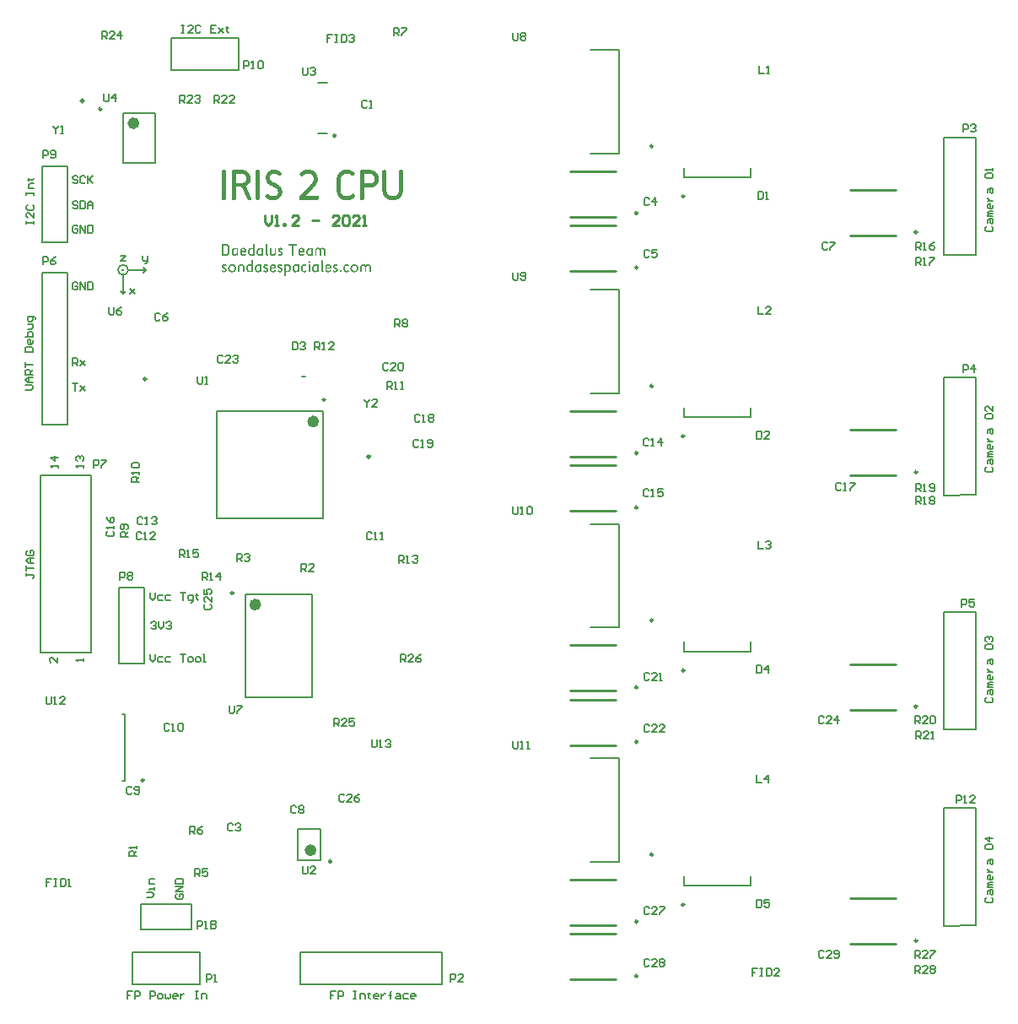
<source format=gto>
G04*
G04 #@! TF.GenerationSoftware,Altium Limited,Altium Designer,21.1.1 (26)*
G04*
G04 Layer_Color=65535*
%FSLAX25Y25*%
%MOIN*%
G70*
G04*
G04 #@! TF.SameCoordinates,D2A9E7C0-570F-44F2-BFD0-2438B11671BC*
G04*
G04*
G04 #@! TF.FilePolarity,Positive*
G04*
G01*
G75*
%ADD10C,0.00600*%
%ADD11C,0.00984*%
%ADD12C,0.01181*%
%ADD13C,0.02362*%
%ADD14C,0.00787*%
%ADD15C,0.00591*%
%ADD16C,0.01000*%
%ADD17C,0.00700*%
G36*
X42465Y293330D02*
X42520Y293320D01*
X42575Y293300D01*
X42580D01*
X42590Y293295D01*
X42620Y293275D01*
X42660Y293245D01*
X42705Y293205D01*
X42710D01*
X42715Y293195D01*
X42740Y293170D01*
X42770Y293125D01*
X42795Y293075D01*
Y293070D01*
X42800Y293060D01*
X42805Y293045D01*
X42815Y293025D01*
X42825Y292975D01*
X42830Y292910D01*
Y292905D01*
Y292895D01*
Y292880D01*
X42825Y292860D01*
X42815Y292805D01*
X42795Y292750D01*
Y292745D01*
X42790Y292740D01*
X42775Y292705D01*
X42745Y292665D01*
X42705Y292620D01*
X42695Y292610D01*
X42670Y292590D01*
X42625Y292560D01*
X42575Y292535D01*
X42570D01*
X42560Y292530D01*
X42545Y292525D01*
X42525Y292520D01*
X42475Y292505D01*
X42415Y292500D01*
X42385D01*
X42360Y292505D01*
X42310Y292515D01*
X42250Y292535D01*
X42245D01*
X42240Y292540D01*
X42205Y292555D01*
X42165Y292585D01*
X42120Y292620D01*
Y292625D01*
X42110Y292630D01*
X42090Y292655D01*
X42060Y292700D01*
X42030Y292750D01*
Y292755D01*
X42025Y292765D01*
X42020Y292780D01*
X42015Y292800D01*
X42005Y292850D01*
X42000Y292910D01*
Y292915D01*
Y292925D01*
Y292945D01*
X42005Y292965D01*
X42015Y293020D01*
X42030Y293075D01*
Y293080D01*
X42035Y293090D01*
X42055Y293120D01*
X42085Y293160D01*
X42120Y293205D01*
X42125Y293210D01*
X42130Y293215D01*
X42155Y293240D01*
X42200Y293270D01*
X42250Y293300D01*
X42255D01*
X42265Y293305D01*
X42280Y293310D01*
X42300Y293320D01*
X42350Y293330D01*
X42415Y293335D01*
X42445D01*
X42465Y293330D01*
D02*
G37*
G36*
X116232Y296447D02*
X116279Y296427D01*
X116325Y296394D01*
X116332Y296387D01*
X116358Y296354D01*
X116378Y296307D01*
X116385Y296241D01*
Y295895D01*
Y295888D01*
Y295881D01*
X116378Y295841D01*
X116358Y295788D01*
X116325Y295741D01*
X116319Y295735D01*
X116285Y295715D01*
X116239Y295695D01*
X116179Y295688D01*
X115959D01*
X115912Y295695D01*
X115866Y295708D01*
X115812Y295741D01*
X115806Y295755D01*
X115786Y295781D01*
X115766Y295835D01*
X115759Y295895D01*
Y296241D01*
Y296248D01*
Y296261D01*
X115766Y296301D01*
X115779Y296347D01*
X115812Y296394D01*
X115826Y296401D01*
X115852Y296427D01*
X115906Y296447D01*
X115972Y296454D01*
X116192D01*
X116232Y296447D01*
D02*
G37*
G36*
X139342Y295269D02*
X139409Y295262D01*
X139482Y295255D01*
X139568Y295235D01*
X139648Y295215D01*
X139735Y295182D01*
X139742Y295175D01*
X139775Y295162D01*
X139815Y295142D01*
X139862Y295115D01*
X139921Y295082D01*
X139988Y295042D01*
X140108Y294936D01*
X140115Y294929D01*
X140135Y294909D01*
X140161Y294876D01*
X140201Y294829D01*
X140241Y294776D01*
X140281Y294716D01*
X140321Y294642D01*
X140354Y294563D01*
X140361Y294556D01*
X140368Y294523D01*
X140381Y294483D01*
X140401Y294423D01*
X140414Y294350D01*
X140428Y294276D01*
X140434Y294190D01*
X140441Y294096D01*
Y292298D01*
Y292291D01*
Y292285D01*
X140434Y292245D01*
X140414Y292192D01*
X140381Y292145D01*
X140374Y292138D01*
X140341Y292118D01*
X140295Y292098D01*
X140234Y292092D01*
X140015D01*
X139968Y292098D01*
X139921Y292112D01*
X139868Y292145D01*
X139862Y292158D01*
X139842Y292185D01*
X139822Y292232D01*
X139815Y292298D01*
Y294096D01*
Y294103D01*
Y294116D01*
Y294136D01*
X139808Y294163D01*
X139802Y294236D01*
X139782Y294309D01*
Y294316D01*
X139775Y294330D01*
X139768Y294350D01*
X139755Y294376D01*
X139722Y294436D01*
X139675Y294496D01*
Y294503D01*
X139662Y294509D01*
X139629Y294549D01*
X139575Y294589D01*
X139502Y294636D01*
X139495D01*
X139482Y294642D01*
X139462Y294656D01*
X139429Y294662D01*
X139389Y294676D01*
X139349Y294683D01*
X139242Y294689D01*
X139189D01*
X139156Y294683D01*
X139069Y294669D01*
X138982Y294636D01*
X138976D01*
X138962Y294629D01*
X138943Y294616D01*
X138923Y294596D01*
X138863Y294556D01*
X138803Y294496D01*
Y294489D01*
X138789Y294483D01*
X138763Y294443D01*
X138729Y294383D01*
X138703Y294309D01*
Y294303D01*
X138696Y294289D01*
Y294270D01*
X138689Y294243D01*
X138683Y294176D01*
X138676Y294096D01*
Y292298D01*
Y292291D01*
Y292285D01*
X138669Y292245D01*
X138649Y292192D01*
X138616Y292145D01*
X138610Y292138D01*
X138576Y292118D01*
X138530Y292098D01*
X138470Y292092D01*
X138243D01*
X138203Y292098D01*
X138150Y292112D01*
X138103Y292145D01*
X138097Y292158D01*
X138077Y292185D01*
X138057Y292232D01*
X138050Y292298D01*
Y294096D01*
Y294103D01*
Y294116D01*
Y294136D01*
X138043Y294163D01*
X138037Y294236D01*
X138017Y294309D01*
Y294316D01*
X138010Y294330D01*
X138003Y294350D01*
X137990Y294376D01*
X137957Y294436D01*
X137910Y294496D01*
Y294503D01*
X137897Y294509D01*
X137864Y294549D01*
X137810Y294589D01*
X137737Y294636D01*
X137730D01*
X137717Y294642D01*
X137697Y294656D01*
X137664Y294662D01*
X137630Y294676D01*
X137584Y294683D01*
X137484Y294689D01*
X137431D01*
X137397Y294683D01*
X137311Y294669D01*
X137224Y294636D01*
X137218D01*
X137204Y294629D01*
X137184Y294616D01*
X137164Y294596D01*
X137104Y294556D01*
X137044Y294496D01*
Y294489D01*
X137031Y294483D01*
X137004Y294443D01*
X136971Y294383D01*
X136944Y294309D01*
Y294303D01*
X136938Y294289D01*
X136931Y294270D01*
Y294243D01*
X136918Y294176D01*
X136911Y294096D01*
Y292298D01*
Y292291D01*
Y292285D01*
X136905Y292245D01*
X136885Y292192D01*
X136851Y292145D01*
X136845Y292138D01*
X136811Y292118D01*
X136765Y292098D01*
X136698Y292092D01*
X136478D01*
X136438Y292098D01*
X136385Y292112D01*
X136338Y292145D01*
X136332Y292158D01*
X136312Y292185D01*
X136292Y292232D01*
X136285Y292298D01*
Y294096D01*
Y294110D01*
Y294136D01*
X136292Y294183D01*
X136299Y294250D01*
X136305Y294316D01*
X136325Y294396D01*
X136345Y294483D01*
X136372Y294563D01*
X136378Y294569D01*
X136385Y294603D01*
X136405Y294642D01*
X136432Y294689D01*
X136472Y294749D01*
X136512Y294816D01*
X136558Y294876D01*
X136611Y294936D01*
X136618Y294942D01*
X136638Y294962D01*
X136671Y294989D01*
X136718Y295022D01*
X136771Y295062D01*
X136838Y295102D01*
X136911Y295142D01*
X136991Y295182D01*
X137004Y295189D01*
X137031Y295195D01*
X137078Y295209D01*
X137138Y295229D01*
X137211Y295249D01*
X137291Y295262D01*
X137384Y295269D01*
X137484Y295275D01*
X137531D01*
X137577Y295269D01*
X137637Y295262D01*
X137710Y295249D01*
X137790Y295235D01*
X137870Y295209D01*
X137950Y295175D01*
X137957Y295169D01*
X137984Y295155D01*
X138023Y295135D01*
X138070Y295109D01*
X138183Y295042D01*
X138296Y294962D01*
X138310Y294955D01*
X138336Y294936D01*
X138376D01*
X138403Y294942D01*
X138423Y294962D01*
X138430Y294969D01*
X138450Y294982D01*
X138476Y295009D01*
X138516Y295036D01*
X138563Y295069D01*
X138623Y295109D01*
X138683Y295149D01*
X138756Y295182D01*
X138763Y295189D01*
X138796Y295195D01*
X138836Y295209D01*
X138896Y295229D01*
X138962Y295249D01*
X139049Y295262D01*
X139142Y295269D01*
X139242Y295275D01*
X139289D01*
X139342Y295269D01*
D02*
G37*
G36*
X126582D02*
X126648Y295262D01*
X126728Y295249D01*
X126808Y295229D01*
X126895Y295202D01*
X126974Y295169D01*
X126981Y295162D01*
X127008Y295149D01*
X127048Y295129D01*
X127094Y295102D01*
X127194Y295036D01*
X127248Y295002D01*
X127287Y294962D01*
X127294Y294949D01*
X127314Y294922D01*
X127334Y294876D01*
X127341Y294816D01*
Y294809D01*
Y294802D01*
X127334Y294769D01*
X127321Y294722D01*
X127287Y294669D01*
X127161Y294543D01*
X127148Y294529D01*
X127121Y294509D01*
X127081Y294476D01*
X127034Y294456D01*
X126995D01*
X126948Y294476D01*
X126921Y294489D01*
X126895Y294516D01*
X126888Y294523D01*
X126861Y294543D01*
X126821Y294569D01*
X126775Y294603D01*
X126715Y294636D01*
X126641Y294662D01*
X126562Y294683D01*
X126482Y294689D01*
X126448D01*
X126415Y294683D01*
X126368Y294676D01*
X126275Y294649D01*
X126229Y294629D01*
X126189Y294596D01*
X126182Y294589D01*
X126175Y294583D01*
X126162Y294556D01*
X126142Y294529D01*
X126109Y294456D01*
X126102Y294416D01*
X126095Y294363D01*
Y294356D01*
Y294343D01*
X126102Y294316D01*
X126109Y294283D01*
X126129Y294243D01*
X126149Y294203D01*
X126182Y294163D01*
X126222Y294123D01*
X126229Y294116D01*
X126249Y294110D01*
X126275Y294090D01*
X126315Y294063D01*
X126362Y294037D01*
X126422Y294003D01*
X126482Y293970D01*
X126555Y293937D01*
X126562Y293930D01*
X126588Y293923D01*
X126628Y293903D01*
X126675Y293883D01*
X126728Y293857D01*
X126788Y293830D01*
X126908Y293757D01*
X126915Y293750D01*
X126935Y293743D01*
X126961Y293723D01*
X127001Y293697D01*
X127088Y293630D01*
X127174Y293544D01*
X127181Y293537D01*
X127194Y293524D01*
X127214Y293504D01*
X127241Y293470D01*
X127294Y293390D01*
X127347Y293290D01*
Y293284D01*
X127354Y293264D01*
X127367Y293237D01*
X127381Y293197D01*
X127387Y293151D01*
X127401Y293097D01*
X127407Y292964D01*
Y292957D01*
Y292924D01*
X127401Y292884D01*
X127394Y292831D01*
X127387Y292764D01*
X127367Y292698D01*
X127347Y292624D01*
X127314Y292558D01*
X127307Y292551D01*
X127301Y292531D01*
X127281Y292498D01*
X127254Y292458D01*
X127221Y292411D01*
X127181Y292358D01*
X127081Y292258D01*
X127074Y292252D01*
X127054Y292238D01*
X127028Y292218D01*
X126981Y292192D01*
X126935Y292165D01*
X126875Y292132D01*
X126815Y292105D01*
X126741Y292085D01*
X126735D01*
X126708Y292078D01*
X126668Y292065D01*
X126621Y292058D01*
X126562Y292045D01*
X126495Y292032D01*
X126355Y292025D01*
X126302D01*
X126242Y292032D01*
X126169Y292038D01*
X126089Y292045D01*
X125996Y292058D01*
X125909Y292078D01*
X125829Y292105D01*
X125822Y292112D01*
X125796Y292118D01*
X125756Y292138D01*
X125709Y292165D01*
X125656Y292198D01*
X125602Y292238D01*
X125549Y292285D01*
X125496Y292338D01*
X125489Y292352D01*
X125469Y292378D01*
X125449Y292425D01*
X125436Y292478D01*
Y292485D01*
Y292491D01*
X125443Y292531D01*
X125463Y292578D01*
X125496Y292631D01*
X125622Y292784D01*
X125629Y292791D01*
X125643Y292804D01*
X125669Y292818D01*
X125702Y292831D01*
X125742Y292838D01*
X125796D01*
X125849Y292811D01*
X125909Y292771D01*
X125916D01*
X125922Y292764D01*
X125962Y292738D01*
X126015Y292698D01*
X126089Y292658D01*
X126095D01*
X126109Y292651D01*
X126129Y292645D01*
X126162Y292638D01*
X126202Y292624D01*
X126242Y292618D01*
X126348Y292611D01*
X126382D01*
X126415Y292618D01*
X126455Y292624D01*
X126562Y292645D01*
X126615Y292665D01*
X126662Y292691D01*
X126668Y292698D01*
X126681Y292705D01*
X126701Y292724D01*
X126728Y292751D01*
X126768Y292818D01*
X126781Y292864D01*
X126788Y292911D01*
Y292918D01*
Y292931D01*
X126781Y292957D01*
X126775Y292991D01*
X126761Y293024D01*
X126741Y293064D01*
X126715Y293104D01*
X126681Y293137D01*
X126675Y293144D01*
X126662Y293157D01*
X126635Y293177D01*
X126595Y293204D01*
X126535Y293244D01*
X126468Y293284D01*
X126382Y293331D01*
X126282Y293384D01*
X126275Y293390D01*
X126249Y293397D01*
X126215Y293417D01*
X126169Y293437D01*
X126122Y293464D01*
X126062Y293497D01*
X125949Y293564D01*
X125942Y293570D01*
X125922Y293584D01*
X125896Y293604D01*
X125862Y293630D01*
X125782Y293697D01*
X125702Y293777D01*
X125696Y293783D01*
X125689Y293797D01*
X125669Y293823D01*
X125643Y293857D01*
X125596Y293937D01*
X125543Y294030D01*
Y294037D01*
X125536Y294056D01*
X125529Y294083D01*
X125516Y294123D01*
X125509Y294170D01*
X125496Y294230D01*
X125489Y294356D01*
Y294363D01*
Y294389D01*
X125496Y294423D01*
Y294469D01*
X125503Y294523D01*
X125516Y294583D01*
X125556Y294709D01*
X125563Y294716D01*
X125569Y294736D01*
X125589Y294769D01*
X125609Y294809D01*
X125669Y294902D01*
X125756Y295002D01*
X125762Y295009D01*
X125782Y295022D01*
X125809Y295049D01*
X125842Y295075D01*
X125889Y295109D01*
X125942Y295142D01*
X126069Y295202D01*
X126075Y295209D01*
X126102Y295215D01*
X126142Y295229D01*
X126189Y295242D01*
X126249Y295255D01*
X126322Y295262D01*
X126402Y295275D01*
X126528D01*
X126582Y295269D01*
D02*
G37*
G36*
X104703D02*
X104770Y295262D01*
X104850Y295249D01*
X104930Y295229D01*
X105017Y295202D01*
X105096Y295169D01*
X105103Y295162D01*
X105130Y295149D01*
X105170Y295129D01*
X105216Y295102D01*
X105316Y295036D01*
X105369Y295002D01*
X105409Y294962D01*
X105416Y294949D01*
X105436Y294922D01*
X105456Y294876D01*
X105463Y294816D01*
Y294809D01*
Y294802D01*
X105456Y294769D01*
X105443Y294722D01*
X105409Y294669D01*
X105283Y294543D01*
X105270Y294529D01*
X105243Y294509D01*
X105203Y294476D01*
X105156Y294456D01*
X105116D01*
X105070Y294476D01*
X105043Y294489D01*
X105017Y294516D01*
X105010Y294523D01*
X104983Y294543D01*
X104943Y294569D01*
X104897Y294603D01*
X104837Y294636D01*
X104763Y294662D01*
X104683Y294683D01*
X104604Y294689D01*
X104570D01*
X104537Y294683D01*
X104490Y294676D01*
X104397Y294649D01*
X104350Y294629D01*
X104311Y294596D01*
X104304Y294589D01*
X104297Y294583D01*
X104284Y294556D01*
X104264Y294529D01*
X104231Y294456D01*
X104224Y294416D01*
X104217Y294363D01*
Y294356D01*
Y294343D01*
X104224Y294316D01*
X104231Y294283D01*
X104251Y294243D01*
X104271Y294203D01*
X104304Y294163D01*
X104344Y294123D01*
X104350Y294116D01*
X104370Y294110D01*
X104397Y294090D01*
X104437Y294063D01*
X104484Y294037D01*
X104544Y294003D01*
X104604Y293970D01*
X104677Y293937D01*
X104683Y293930D01*
X104710Y293923D01*
X104750Y293903D01*
X104797Y293883D01*
X104850Y293857D01*
X104910Y293830D01*
X105030Y293757D01*
X105036Y293750D01*
X105056Y293743D01*
X105083Y293723D01*
X105123Y293697D01*
X105210Y293630D01*
X105296Y293544D01*
X105303Y293537D01*
X105316Y293524D01*
X105336Y293504D01*
X105363Y293470D01*
X105416Y293390D01*
X105469Y293290D01*
Y293284D01*
X105476Y293264D01*
X105489Y293237D01*
X105503Y293197D01*
X105509Y293151D01*
X105523Y293097D01*
X105529Y292964D01*
Y292957D01*
Y292924D01*
X105523Y292884D01*
X105516Y292831D01*
X105509Y292764D01*
X105489Y292698D01*
X105469Y292624D01*
X105436Y292558D01*
X105429Y292551D01*
X105423Y292531D01*
X105403Y292498D01*
X105376Y292458D01*
X105343Y292411D01*
X105303Y292358D01*
X105203Y292258D01*
X105196Y292252D01*
X105176Y292238D01*
X105150Y292218D01*
X105103Y292192D01*
X105056Y292165D01*
X104997Y292132D01*
X104937Y292105D01*
X104863Y292085D01*
X104857D01*
X104830Y292078D01*
X104790Y292065D01*
X104743Y292058D01*
X104683Y292045D01*
X104617Y292032D01*
X104477Y292025D01*
X104424D01*
X104364Y292032D01*
X104290Y292038D01*
X104211Y292045D01*
X104117Y292058D01*
X104031Y292078D01*
X103951Y292105D01*
X103944Y292112D01*
X103918Y292118D01*
X103878Y292138D01*
X103831Y292165D01*
X103778Y292198D01*
X103724Y292238D01*
X103671Y292285D01*
X103618Y292338D01*
X103611Y292352D01*
X103591Y292378D01*
X103571Y292425D01*
X103558Y292478D01*
Y292485D01*
Y292491D01*
X103565Y292531D01*
X103585Y292578D01*
X103618Y292631D01*
X103744Y292784D01*
X103751Y292791D01*
X103764Y292804D01*
X103791Y292818D01*
X103824Y292831D01*
X103864Y292838D01*
X103918D01*
X103971Y292811D01*
X104031Y292771D01*
X104037D01*
X104044Y292764D01*
X104084Y292738D01*
X104137Y292698D01*
X104211Y292658D01*
X104217D01*
X104231Y292651D01*
X104251Y292645D01*
X104284Y292638D01*
X104324Y292624D01*
X104364Y292618D01*
X104470Y292611D01*
X104504D01*
X104537Y292618D01*
X104577Y292624D01*
X104683Y292645D01*
X104737Y292665D01*
X104783Y292691D01*
X104790Y292698D01*
X104803Y292705D01*
X104823Y292724D01*
X104850Y292751D01*
X104890Y292818D01*
X104903Y292864D01*
X104910Y292911D01*
Y292918D01*
Y292931D01*
X104903Y292957D01*
X104897Y292991D01*
X104883Y293024D01*
X104863Y293064D01*
X104837Y293104D01*
X104803Y293137D01*
X104797Y293144D01*
X104783Y293157D01*
X104757Y293177D01*
X104717Y293204D01*
X104657Y293244D01*
X104590Y293284D01*
X104504Y293331D01*
X104404Y293384D01*
X104397Y293390D01*
X104370Y293397D01*
X104337Y293417D01*
X104290Y293437D01*
X104244Y293464D01*
X104184Y293497D01*
X104071Y293564D01*
X104064Y293570D01*
X104044Y293584D01*
X104017Y293604D01*
X103984Y293630D01*
X103904Y293697D01*
X103824Y293777D01*
X103818Y293783D01*
X103811Y293797D01*
X103791Y293823D01*
X103764Y293857D01*
X103718Y293937D01*
X103665Y294030D01*
Y294037D01*
X103658Y294056D01*
X103651Y294083D01*
X103638Y294123D01*
X103631Y294170D01*
X103618Y294230D01*
X103611Y294356D01*
Y294363D01*
Y294389D01*
X103618Y294423D01*
Y294469D01*
X103624Y294523D01*
X103638Y294583D01*
X103678Y294709D01*
X103684Y294716D01*
X103691Y294736D01*
X103711Y294769D01*
X103731Y294809D01*
X103791Y294902D01*
X103878Y295002D01*
X103884Y295009D01*
X103904Y295022D01*
X103931Y295049D01*
X103964Y295075D01*
X104011Y295109D01*
X104064Y295142D01*
X104191Y295202D01*
X104197Y295209D01*
X104224Y295215D01*
X104264Y295229D01*
X104311Y295242D01*
X104370Y295255D01*
X104444Y295262D01*
X104524Y295275D01*
X104650D01*
X104703Y295269D01*
D02*
G37*
G36*
X99062D02*
X99129Y295262D01*
X99209Y295249D01*
X99289Y295229D01*
X99375Y295202D01*
X99455Y295169D01*
X99462Y295162D01*
X99489Y295149D01*
X99529Y295129D01*
X99575Y295102D01*
X99675Y295036D01*
X99728Y295002D01*
X99768Y294962D01*
X99775Y294949D01*
X99795Y294922D01*
X99815Y294876D01*
X99822Y294816D01*
Y294809D01*
Y294802D01*
X99815Y294769D01*
X99802Y294722D01*
X99768Y294669D01*
X99642Y294543D01*
X99629Y294529D01*
X99602Y294509D01*
X99562Y294476D01*
X99515Y294456D01*
X99475D01*
X99429Y294476D01*
X99402Y294489D01*
X99375Y294516D01*
X99369Y294523D01*
X99342Y294543D01*
X99302Y294569D01*
X99256Y294603D01*
X99196Y294636D01*
X99122Y294662D01*
X99042Y294683D01*
X98962Y294689D01*
X98929D01*
X98896Y294683D01*
X98849Y294676D01*
X98756Y294649D01*
X98709Y294629D01*
X98669Y294596D01*
X98663Y294589D01*
X98656Y294583D01*
X98643Y294556D01*
X98623Y294529D01*
X98590Y294456D01*
X98583Y294416D01*
X98576Y294363D01*
Y294356D01*
Y294343D01*
X98583Y294316D01*
X98590Y294283D01*
X98610Y294243D01*
X98629Y294203D01*
X98663Y294163D01*
X98703Y294123D01*
X98709Y294116D01*
X98729Y294110D01*
X98756Y294090D01*
X98796Y294063D01*
X98843Y294037D01*
X98903Y294003D01*
X98962Y293970D01*
X99036Y293937D01*
X99042Y293930D01*
X99069Y293923D01*
X99109Y293903D01*
X99156Y293883D01*
X99209Y293857D01*
X99269Y293830D01*
X99389Y293757D01*
X99395Y293750D01*
X99415Y293743D01*
X99442Y293723D01*
X99482Y293697D01*
X99569Y293630D01*
X99655Y293544D01*
X99662Y293537D01*
X99675Y293524D01*
X99695Y293504D01*
X99722Y293470D01*
X99775Y293390D01*
X99828Y293290D01*
Y293284D01*
X99835Y293264D01*
X99848Y293237D01*
X99862Y293197D01*
X99868Y293151D01*
X99882Y293097D01*
X99888Y292964D01*
Y292957D01*
Y292924D01*
X99882Y292884D01*
X99875Y292831D01*
X99868Y292764D01*
X99848Y292698D01*
X99828Y292624D01*
X99795Y292558D01*
X99788Y292551D01*
X99782Y292531D01*
X99762Y292498D01*
X99735Y292458D01*
X99702Y292411D01*
X99662Y292358D01*
X99562Y292258D01*
X99555Y292252D01*
X99535Y292238D01*
X99509Y292218D01*
X99462Y292192D01*
X99415Y292165D01*
X99356Y292132D01*
X99296Y292105D01*
X99222Y292085D01*
X99216D01*
X99189Y292078D01*
X99149Y292065D01*
X99102Y292058D01*
X99042Y292045D01*
X98976Y292032D01*
X98836Y292025D01*
X98783D01*
X98723Y292032D01*
X98650Y292038D01*
X98570Y292045D01*
X98476Y292058D01*
X98390Y292078D01*
X98310Y292105D01*
X98303Y292112D01*
X98277Y292118D01*
X98237Y292138D01*
X98190Y292165D01*
X98137Y292198D01*
X98083Y292238D01*
X98030Y292285D01*
X97977Y292338D01*
X97970Y292352D01*
X97950Y292378D01*
X97930Y292425D01*
X97917Y292478D01*
Y292485D01*
Y292491D01*
X97924Y292531D01*
X97944Y292578D01*
X97977Y292631D01*
X98103Y292784D01*
X98110Y292791D01*
X98123Y292804D01*
X98150Y292818D01*
X98183Y292831D01*
X98223Y292838D01*
X98277D01*
X98330Y292811D01*
X98390Y292771D01*
X98396D01*
X98403Y292764D01*
X98443Y292738D01*
X98496Y292698D01*
X98570Y292658D01*
X98576D01*
X98590Y292651D01*
X98610Y292645D01*
X98643Y292638D01*
X98683Y292624D01*
X98723Y292618D01*
X98829Y292611D01*
X98863D01*
X98896Y292618D01*
X98936Y292624D01*
X99042Y292645D01*
X99096Y292665D01*
X99142Y292691D01*
X99149Y292698D01*
X99162Y292705D01*
X99182Y292724D01*
X99209Y292751D01*
X99249Y292818D01*
X99262Y292864D01*
X99269Y292911D01*
Y292918D01*
Y292931D01*
X99262Y292957D01*
X99256Y292991D01*
X99242Y293024D01*
X99222Y293064D01*
X99196Y293104D01*
X99162Y293137D01*
X99156Y293144D01*
X99142Y293157D01*
X99116Y293177D01*
X99076Y293204D01*
X99016Y293244D01*
X98949Y293284D01*
X98863Y293331D01*
X98763Y293384D01*
X98756Y293390D01*
X98729Y293397D01*
X98696Y293417D01*
X98650Y293437D01*
X98603Y293464D01*
X98543Y293497D01*
X98430Y293564D01*
X98423Y293570D01*
X98403Y293584D01*
X98376Y293604D01*
X98343Y293630D01*
X98263Y293697D01*
X98183Y293777D01*
X98177Y293783D01*
X98170Y293797D01*
X98150Y293823D01*
X98123Y293857D01*
X98077Y293937D01*
X98023Y294030D01*
Y294037D01*
X98017Y294056D01*
X98010Y294083D01*
X97997Y294123D01*
X97990Y294170D01*
X97977Y294230D01*
X97970Y294356D01*
Y294363D01*
Y294389D01*
X97977Y294423D01*
Y294469D01*
X97983Y294523D01*
X97997Y294583D01*
X98037Y294709D01*
X98043Y294716D01*
X98050Y294736D01*
X98070Y294769D01*
X98090Y294809D01*
X98150Y294902D01*
X98237Y295002D01*
X98243Y295009D01*
X98263Y295022D01*
X98290Y295049D01*
X98323Y295075D01*
X98370Y295109D01*
X98423Y295142D01*
X98550Y295202D01*
X98556Y295209D01*
X98583Y295215D01*
X98623Y295229D01*
X98669Y295242D01*
X98729Y295255D01*
X98803Y295262D01*
X98883Y295275D01*
X99009D01*
X99062Y295269D01*
D02*
G37*
G36*
X82645D02*
X82712Y295262D01*
X82792Y295249D01*
X82872Y295229D01*
X82959Y295202D01*
X83039Y295169D01*
X83045Y295162D01*
X83072Y295149D01*
X83112Y295129D01*
X83158Y295102D01*
X83258Y295036D01*
X83311Y295002D01*
X83351Y294962D01*
X83358Y294949D01*
X83378Y294922D01*
X83398Y294876D01*
X83405Y294816D01*
Y294809D01*
Y294802D01*
X83398Y294769D01*
X83385Y294722D01*
X83351Y294669D01*
X83225Y294543D01*
X83212Y294529D01*
X83185Y294509D01*
X83145Y294476D01*
X83098Y294456D01*
X83058D01*
X83012Y294476D01*
X82985Y294489D01*
X82959Y294516D01*
X82952Y294523D01*
X82925Y294543D01*
X82885Y294569D01*
X82839Y294603D01*
X82779Y294636D01*
X82705Y294662D01*
X82626Y294683D01*
X82546Y294689D01*
X82512D01*
X82479Y294683D01*
X82432Y294676D01*
X82339Y294649D01*
X82292Y294629D01*
X82253Y294596D01*
X82246Y294589D01*
X82239Y294583D01*
X82226Y294556D01*
X82206Y294529D01*
X82173Y294456D01*
X82166Y294416D01*
X82159Y294363D01*
Y294356D01*
Y294343D01*
X82166Y294316D01*
X82173Y294283D01*
X82193Y294243D01*
X82213Y294203D01*
X82246Y294163D01*
X82286Y294123D01*
X82292Y294116D01*
X82313Y294110D01*
X82339Y294090D01*
X82379Y294063D01*
X82426Y294037D01*
X82486Y294003D01*
X82546Y293970D01*
X82619Y293937D01*
X82626Y293930D01*
X82652Y293923D01*
X82692Y293903D01*
X82739Y293883D01*
X82792Y293857D01*
X82852Y293830D01*
X82972Y293757D01*
X82978Y293750D01*
X82999Y293743D01*
X83025Y293723D01*
X83065Y293697D01*
X83152Y293630D01*
X83238Y293544D01*
X83245Y293537D01*
X83258Y293524D01*
X83278Y293504D01*
X83305Y293470D01*
X83358Y293390D01*
X83411Y293290D01*
Y293284D01*
X83418Y293264D01*
X83431Y293237D01*
X83445Y293197D01*
X83451Y293151D01*
X83465Y293097D01*
X83471Y292964D01*
Y292957D01*
Y292924D01*
X83465Y292884D01*
X83458Y292831D01*
X83451Y292764D01*
X83431Y292698D01*
X83411Y292624D01*
X83378Y292558D01*
X83372Y292551D01*
X83365Y292531D01*
X83345Y292498D01*
X83318Y292458D01*
X83285Y292411D01*
X83245Y292358D01*
X83145Y292258D01*
X83138Y292252D01*
X83118Y292238D01*
X83092Y292218D01*
X83045Y292192D01*
X82999Y292165D01*
X82939Y292132D01*
X82879Y292105D01*
X82805Y292085D01*
X82799D01*
X82772Y292078D01*
X82732Y292065D01*
X82686Y292058D01*
X82626Y292045D01*
X82559Y292032D01*
X82419Y292025D01*
X82366D01*
X82306Y292032D01*
X82233Y292038D01*
X82153Y292045D01*
X82059Y292058D01*
X81973Y292078D01*
X81893Y292105D01*
X81886Y292112D01*
X81860Y292118D01*
X81820Y292138D01*
X81773Y292165D01*
X81720Y292198D01*
X81666Y292238D01*
X81613Y292285D01*
X81560Y292338D01*
X81553Y292352D01*
X81533Y292378D01*
X81513Y292425D01*
X81500Y292478D01*
Y292485D01*
Y292491D01*
X81507Y292531D01*
X81527Y292578D01*
X81560Y292631D01*
X81687Y292784D01*
X81693Y292791D01*
X81707Y292804D01*
X81733Y292818D01*
X81766Y292831D01*
X81806Y292838D01*
X81860D01*
X81913Y292811D01*
X81973Y292771D01*
X81980D01*
X81986Y292764D01*
X82026Y292738D01*
X82079Y292698D01*
X82153Y292658D01*
X82159D01*
X82173Y292651D01*
X82193Y292645D01*
X82226Y292638D01*
X82266Y292624D01*
X82306Y292618D01*
X82412Y292611D01*
X82446D01*
X82479Y292618D01*
X82519Y292624D01*
X82626Y292645D01*
X82679Y292665D01*
X82725Y292691D01*
X82732Y292698D01*
X82745Y292705D01*
X82765Y292724D01*
X82792Y292751D01*
X82832Y292818D01*
X82845Y292864D01*
X82852Y292911D01*
Y292918D01*
Y292931D01*
X82845Y292957D01*
X82839Y292991D01*
X82825Y293024D01*
X82805Y293064D01*
X82779Y293104D01*
X82745Y293137D01*
X82739Y293144D01*
X82725Y293157D01*
X82699Y293177D01*
X82659Y293204D01*
X82599Y293244D01*
X82532Y293284D01*
X82446Y293331D01*
X82346Y293384D01*
X82339Y293390D01*
X82313Y293397D01*
X82279Y293417D01*
X82233Y293437D01*
X82186Y293464D01*
X82126Y293497D01*
X82013Y293564D01*
X82006Y293570D01*
X81986Y293584D01*
X81959Y293604D01*
X81926Y293630D01*
X81846Y293697D01*
X81766Y293777D01*
X81760Y293783D01*
X81753Y293797D01*
X81733Y293823D01*
X81707Y293857D01*
X81660Y293937D01*
X81607Y294030D01*
Y294037D01*
X81600Y294056D01*
X81593Y294083D01*
X81580Y294123D01*
X81573Y294170D01*
X81560Y294230D01*
X81553Y294356D01*
Y294363D01*
Y294389D01*
X81560Y294423D01*
Y294469D01*
X81567Y294523D01*
X81580Y294583D01*
X81620Y294709D01*
X81626Y294716D01*
X81633Y294736D01*
X81653Y294769D01*
X81673Y294809D01*
X81733Y294902D01*
X81820Y295002D01*
X81826Y295009D01*
X81846Y295022D01*
X81873Y295049D01*
X81906Y295075D01*
X81953Y295109D01*
X82006Y295142D01*
X82133Y295202D01*
X82139Y295209D01*
X82166Y295215D01*
X82206Y295229D01*
X82253Y295242D01*
X82313Y295255D01*
X82386Y295262D01*
X82466Y295275D01*
X82592D01*
X82645Y295269D01*
D02*
G37*
G36*
X130991D02*
X131057Y295262D01*
X131137Y295249D01*
X131217Y295229D01*
X131304Y295202D01*
X131390Y295169D01*
X131403Y295162D01*
X131430Y295149D01*
X131470Y295129D01*
X131523Y295102D01*
X131583Y295069D01*
X131643Y295029D01*
X131703Y294982D01*
X131763Y294929D01*
X131770Y294916D01*
X131796Y294889D01*
X131816Y294842D01*
X131823Y294782D01*
Y294776D01*
Y294769D01*
X131816Y294736D01*
X131796Y294689D01*
X131763Y294636D01*
X131630Y294503D01*
X131623Y294496D01*
X131610Y294483D01*
X131577Y294469D01*
X131543Y294456D01*
X131503Y294449D01*
X131450Y294456D01*
X131397Y294476D01*
X131343Y294516D01*
X131330Y294529D01*
X131290Y294556D01*
X131230Y294596D01*
X131150Y294636D01*
X131144D01*
X131130Y294642D01*
X131104Y294656D01*
X131070Y294662D01*
X130991Y294683D01*
X130891Y294689D01*
X130837D01*
X130777Y294676D01*
X130704Y294662D01*
X130624Y294642D01*
X130551Y294603D01*
X130471Y294556D01*
X130411Y294489D01*
X130404Y294483D01*
X130391Y294456D01*
X130364Y294409D01*
X130338Y294356D01*
X130311Y294289D01*
X130285Y294210D01*
X130271Y294123D01*
X130264Y294030D01*
Y293264D01*
Y293257D01*
Y293244D01*
Y293217D01*
X130271Y293184D01*
X130278Y293104D01*
X130291Y293011D01*
Y293004D01*
X130298Y292991D01*
X130305Y292971D01*
X130318Y292938D01*
X130351Y292871D01*
X130398Y292798D01*
X130404Y292791D01*
X130411Y292784D01*
X130451Y292751D01*
X130511Y292705D01*
X130591Y292658D01*
X130597D01*
X130611Y292651D01*
X130638Y292645D01*
X130671Y292638D01*
X130717Y292624D01*
X130771Y292618D01*
X130824Y292611D01*
X130924D01*
X130957Y292618D01*
X130997D01*
X131097Y292645D01*
X131150Y292658D01*
X131197Y292685D01*
X131204Y292691D01*
X131217Y292698D01*
X131244Y292711D01*
X131277Y292731D01*
X131343Y292778D01*
X131410Y292831D01*
X131417Y292838D01*
X131437Y292851D01*
X131470Y292864D01*
X131503Y292884D01*
X131550Y292891D01*
X131597Y292884D01*
X131650Y292871D01*
X131696Y292831D01*
X131823Y292705D01*
X131830Y292691D01*
X131850Y292665D01*
X131870Y292618D01*
X131876Y292565D01*
Y292551D01*
X131870Y292518D01*
X131850Y292478D01*
X131816Y292425D01*
X131810Y292418D01*
X131796Y292398D01*
X131763Y292372D01*
X131723Y292338D01*
X131676Y292298D01*
X131610Y292252D01*
X131537Y292205D01*
X131450Y292152D01*
X131437Y292145D01*
X131410Y292132D01*
X131357Y292112D01*
X131290Y292092D01*
X131210Y292065D01*
X131110Y292045D01*
X131004Y292032D01*
X130891Y292025D01*
X130837D01*
X130784Y292032D01*
X130711Y292038D01*
X130624Y292052D01*
X130531Y292065D01*
X130444Y292092D01*
X130351Y292125D01*
X130338Y292132D01*
X130311Y292145D01*
X130271Y292165D01*
X130218Y292198D01*
X130151Y292232D01*
X130085Y292278D01*
X130018Y292332D01*
X129958Y292391D01*
X129952Y292398D01*
X129931Y292418D01*
X129905Y292458D01*
X129872Y292505D01*
X129832Y292558D01*
X129792Y292624D01*
X129752Y292705D01*
X129718Y292784D01*
Y292798D01*
X129705Y292824D01*
X129698Y292871D01*
X129685Y292931D01*
X129672Y293004D01*
X129658Y293084D01*
X129652Y293171D01*
X129645Y293264D01*
Y294030D01*
Y294043D01*
Y294070D01*
X129652Y294123D01*
X129658Y294183D01*
X129665Y294256D01*
X129685Y294336D01*
X129705Y294416D01*
X129732Y294503D01*
X129738Y294516D01*
X129745Y294543D01*
X129765Y294583D01*
X129798Y294642D01*
X129832Y294703D01*
X129872Y294769D01*
X129925Y294836D01*
X129978Y294902D01*
X129985Y294909D01*
X130005Y294929D01*
X130038Y294962D01*
X130085Y294995D01*
X130145Y295042D01*
X130211Y295082D01*
X130285Y295129D01*
X130364Y295169D01*
X130378Y295175D01*
X130404Y295189D01*
X130451Y295202D01*
X130518Y295222D01*
X130597Y295242D01*
X130684Y295262D01*
X130784Y295269D01*
X130891Y295275D01*
X130937D01*
X130991Y295269D01*
D02*
G37*
G36*
X114207D02*
X114274Y295262D01*
X114354Y295249D01*
X114434Y295229D01*
X114520Y295202D01*
X114607Y295169D01*
X114620Y295162D01*
X114647Y295149D01*
X114687Y295129D01*
X114740Y295102D01*
X114800Y295069D01*
X114860Y295029D01*
X114920Y294982D01*
X114980Y294929D01*
X114987Y294916D01*
X115013Y294889D01*
X115033Y294842D01*
X115040Y294782D01*
Y294776D01*
Y294769D01*
X115033Y294736D01*
X115013Y294689D01*
X114980Y294636D01*
X114847Y294503D01*
X114840Y294496D01*
X114827Y294483D01*
X114793Y294469D01*
X114760Y294456D01*
X114720Y294449D01*
X114667Y294456D01*
X114613Y294476D01*
X114560Y294516D01*
X114547Y294529D01*
X114507Y294556D01*
X114447Y294596D01*
X114367Y294636D01*
X114360D01*
X114347Y294642D01*
X114321Y294656D01*
X114287Y294662D01*
X114207Y294683D01*
X114107Y294689D01*
X114054D01*
X113994Y294676D01*
X113921Y294662D01*
X113841Y294642D01*
X113768Y294603D01*
X113688Y294556D01*
X113628Y294489D01*
X113621Y294483D01*
X113608Y294456D01*
X113581Y294409D01*
X113555Y294356D01*
X113528Y294289D01*
X113501Y294210D01*
X113488Y294123D01*
X113481Y294030D01*
Y293264D01*
Y293257D01*
Y293244D01*
Y293217D01*
X113488Y293184D01*
X113495Y293104D01*
X113508Y293011D01*
Y293004D01*
X113515Y292991D01*
X113521Y292971D01*
X113535Y292938D01*
X113568Y292871D01*
X113614Y292798D01*
X113621Y292791D01*
X113628Y292784D01*
X113668Y292751D01*
X113728Y292705D01*
X113808Y292658D01*
X113814D01*
X113828Y292651D01*
X113854Y292645D01*
X113888Y292638D01*
X113934Y292624D01*
X113988Y292618D01*
X114041Y292611D01*
X114141D01*
X114174Y292618D01*
X114214D01*
X114314Y292645D01*
X114367Y292658D01*
X114414Y292685D01*
X114420Y292691D01*
X114434Y292698D01*
X114460Y292711D01*
X114494Y292731D01*
X114560Y292778D01*
X114627Y292831D01*
X114634Y292838D01*
X114654Y292851D01*
X114687Y292864D01*
X114720Y292884D01*
X114767Y292891D01*
X114813Y292884D01*
X114867Y292871D01*
X114913Y292831D01*
X115040Y292705D01*
X115046Y292691D01*
X115066Y292665D01*
X115086Y292618D01*
X115093Y292565D01*
Y292551D01*
X115086Y292518D01*
X115066Y292478D01*
X115033Y292425D01*
X115026Y292418D01*
X115013Y292398D01*
X114980Y292372D01*
X114940Y292338D01*
X114893Y292298D01*
X114827Y292252D01*
X114753Y292205D01*
X114667Y292152D01*
X114654Y292145D01*
X114627Y292132D01*
X114574Y292112D01*
X114507Y292092D01*
X114427Y292065D01*
X114327Y292045D01*
X114221Y292032D01*
X114107Y292025D01*
X114054D01*
X114001Y292032D01*
X113927Y292038D01*
X113841Y292052D01*
X113748Y292065D01*
X113661Y292092D01*
X113568Y292125D01*
X113555Y292132D01*
X113528Y292145D01*
X113488Y292165D01*
X113435Y292198D01*
X113368Y292232D01*
X113302Y292278D01*
X113235Y292332D01*
X113175Y292391D01*
X113168Y292398D01*
X113148Y292418D01*
X113122Y292458D01*
X113088Y292505D01*
X113048Y292558D01*
X113008Y292624D01*
X112969Y292705D01*
X112935Y292784D01*
Y292798D01*
X112922Y292824D01*
X112915Y292871D01*
X112902Y292931D01*
X112889Y293004D01*
X112875Y293084D01*
X112869Y293171D01*
X112862Y293264D01*
Y294030D01*
Y294043D01*
Y294070D01*
X112869Y294123D01*
X112875Y294183D01*
X112882Y294256D01*
X112902Y294336D01*
X112922Y294416D01*
X112949Y294503D01*
X112955Y294516D01*
X112962Y294543D01*
X112982Y294583D01*
X113015Y294642D01*
X113048Y294703D01*
X113088Y294769D01*
X113142Y294836D01*
X113195Y294902D01*
X113202Y294909D01*
X113222Y294929D01*
X113255Y294962D01*
X113302Y294995D01*
X113361Y295042D01*
X113428Y295082D01*
X113501Y295129D01*
X113581Y295169D01*
X113594Y295175D01*
X113621Y295189D01*
X113668Y295202D01*
X113734Y295222D01*
X113814Y295242D01*
X113901Y295262D01*
X114001Y295269D01*
X114107Y295275D01*
X114154D01*
X114207Y295269D01*
D02*
G37*
G36*
X128659Y292918D02*
X128706Y292898D01*
X128753Y292864D01*
X128759Y292858D01*
X128786Y292824D01*
X128806Y292778D01*
X128813Y292711D01*
Y292298D01*
Y292291D01*
Y292285D01*
X128806Y292245D01*
X128786Y292192D01*
X128753Y292145D01*
X128746Y292138D01*
X128713Y292118D01*
X128666Y292098D01*
X128606Y292092D01*
X128353D01*
X128306Y292098D01*
X128260Y292112D01*
X128207Y292145D01*
X128200Y292158D01*
X128180Y292185D01*
X128160Y292232D01*
X128153Y292298D01*
Y292711D01*
Y292718D01*
Y292731D01*
X128160Y292771D01*
X128173Y292818D01*
X128207Y292864D01*
X128220Y292871D01*
X128246Y292898D01*
X128300Y292918D01*
X128366Y292924D01*
X128620D01*
X128659Y292918D01*
D02*
G37*
G36*
X121220Y296794D02*
X121267Y296774D01*
X121314Y296740D01*
X121320Y296734D01*
X121347Y296701D01*
X121367Y296654D01*
X121373Y296587D01*
Y292918D01*
Y292911D01*
Y292898D01*
X121380Y292858D01*
X121400Y292798D01*
X121433Y292744D01*
X121447Y292731D01*
X121480Y292711D01*
X121540Y292691D01*
X121613Y292678D01*
X121700D01*
X121740Y292671D01*
X121786Y292651D01*
X121833Y292618D01*
X121840Y292611D01*
X121866Y292578D01*
X121886Y292531D01*
X121893Y292471D01*
Y292298D01*
Y292291D01*
Y292285D01*
X121886Y292245D01*
X121866Y292192D01*
X121833Y292145D01*
X121826Y292138D01*
X121793Y292118D01*
X121746Y292098D01*
X121686Y292092D01*
X121547D01*
X121513Y292098D01*
X121440Y292105D01*
X121340Y292125D01*
X121240Y292152D01*
X121134Y292192D01*
X121034Y292252D01*
X120947Y292332D01*
X120940Y292345D01*
X120914Y292378D01*
X120887Y292431D01*
X120847Y292505D01*
X120814Y292598D01*
X120781Y292711D01*
X120754Y292844D01*
X120747Y292991D01*
Y296587D01*
Y296594D01*
Y296607D01*
X120754Y296647D01*
X120767Y296694D01*
X120801Y296740D01*
X120814Y296747D01*
X120841Y296774D01*
X120894Y296794D01*
X120960Y296800D01*
X121180D01*
X121220Y296794D01*
D02*
G37*
G36*
X119695Y295202D02*
X119742Y295182D01*
X119788Y295149D01*
X119795Y295142D01*
X119822Y295109D01*
X119842Y295062D01*
X119848Y294995D01*
Y292298D01*
Y292291D01*
Y292285D01*
X119842Y292245D01*
X119822Y292192D01*
X119788Y292145D01*
X119782Y292138D01*
X119748Y292118D01*
X119702Y292098D01*
X119642Y292092D01*
X119415D01*
X119375Y292098D01*
X119322Y292118D01*
X119275Y292152D01*
X119269Y292165D01*
X119249Y292192D01*
X119229Y292238D01*
X119222Y292291D01*
Y292298D01*
X119216Y292312D01*
X119209Y292332D01*
X119189Y292338D01*
X119156D01*
X119136Y292318D01*
X119129Y292312D01*
X119116Y292298D01*
X119096Y292272D01*
X119062Y292245D01*
X119022Y292205D01*
X118969Y292172D01*
X118909Y292138D01*
X118843Y292105D01*
X118836D01*
X118809Y292092D01*
X118769Y292078D01*
X118716Y292065D01*
X118649Y292052D01*
X118570Y292038D01*
X118483Y292032D01*
X118383Y292025D01*
X118343D01*
X118297Y292032D01*
X118237Y292038D01*
X118170Y292045D01*
X118097Y292065D01*
X118017Y292085D01*
X117944Y292112D01*
X117937Y292118D01*
X117910Y292132D01*
X117870Y292152D01*
X117824Y292178D01*
X117770Y292212D01*
X117710Y292258D01*
X117657Y292312D01*
X117597Y292365D01*
X117590Y292372D01*
X117571Y292391D01*
X117544Y292431D01*
X117511Y292478D01*
X117477Y292538D01*
X117437Y292605D01*
X117397Y292678D01*
X117364Y292764D01*
Y292778D01*
X117351Y292804D01*
X117338Y292851D01*
X117324Y292918D01*
X117311Y292991D01*
X117297Y293077D01*
X117291Y293177D01*
X117284Y293277D01*
Y293890D01*
Y293903D01*
Y293937D01*
X117291Y293990D01*
X117297Y294056D01*
X117304Y294136D01*
X117324Y294223D01*
X117344Y294309D01*
X117377Y294403D01*
X117384Y294416D01*
X117397Y294443D01*
X117417Y294489D01*
X117451Y294543D01*
X117491Y294609D01*
X117537Y294676D01*
X117590Y294749D01*
X117650Y294816D01*
X117657Y294822D01*
X117684Y294849D01*
X117717Y294876D01*
X117770Y294922D01*
X117830Y294962D01*
X117904Y295016D01*
X117983Y295062D01*
X118070Y295102D01*
X118083Y295109D01*
X118117Y295122D01*
X118163Y295135D01*
X118230Y295155D01*
X118310Y295175D01*
X118403Y295195D01*
X118503Y295202D01*
X118609Y295209D01*
X119655D01*
X119695Y295202D01*
D02*
G37*
G36*
X116232D02*
X116279Y295182D01*
X116325Y295149D01*
X116332Y295142D01*
X116358Y295109D01*
X116378Y295062D01*
X116385Y294995D01*
Y292298D01*
Y292291D01*
Y292285D01*
X116378Y292245D01*
X116358Y292192D01*
X116325Y292145D01*
X116319Y292138D01*
X116285Y292118D01*
X116239Y292098D01*
X116179Y292092D01*
X115959D01*
X115912Y292098D01*
X115866Y292112D01*
X115812Y292145D01*
X115806Y292158D01*
X115786Y292185D01*
X115766Y292232D01*
X115759Y292298D01*
Y294995D01*
Y295002D01*
Y295016D01*
X115766Y295055D01*
X115779Y295102D01*
X115812Y295149D01*
X115826Y295155D01*
X115852Y295182D01*
X115906Y295202D01*
X115972Y295209D01*
X116192D01*
X116232Y295202D01*
D02*
G37*
G36*
X111943D02*
X111989Y295182D01*
X112036Y295149D01*
X112043Y295142D01*
X112069Y295109D01*
X112089Y295062D01*
X112096Y294995D01*
Y292298D01*
Y292291D01*
Y292285D01*
X112089Y292245D01*
X112069Y292192D01*
X112036Y292145D01*
X112029Y292138D01*
X111996Y292118D01*
X111950Y292098D01*
X111890Y292092D01*
X111663D01*
X111623Y292098D01*
X111570Y292118D01*
X111523Y292152D01*
X111517Y292165D01*
X111497Y292192D01*
X111477Y292238D01*
X111470Y292291D01*
Y292298D01*
X111463Y292312D01*
X111457Y292332D01*
X111437Y292338D01*
X111403D01*
X111383Y292318D01*
X111377Y292312D01*
X111363Y292298D01*
X111344Y292272D01*
X111310Y292245D01*
X111270Y292205D01*
X111217Y292172D01*
X111157Y292138D01*
X111090Y292105D01*
X111084D01*
X111057Y292092D01*
X111017Y292078D01*
X110964Y292065D01*
X110897Y292052D01*
X110817Y292038D01*
X110731Y292032D01*
X110631Y292025D01*
X110591D01*
X110544Y292032D01*
X110484Y292038D01*
X110418Y292045D01*
X110345Y292065D01*
X110265Y292085D01*
X110191Y292112D01*
X110185Y292118D01*
X110158Y292132D01*
X110118Y292152D01*
X110071Y292178D01*
X110018Y292212D01*
X109958Y292258D01*
X109905Y292312D01*
X109845Y292365D01*
X109838Y292372D01*
X109818Y292391D01*
X109792Y292431D01*
X109758Y292478D01*
X109725Y292538D01*
X109685Y292605D01*
X109645Y292678D01*
X109612Y292764D01*
Y292778D01*
X109599Y292804D01*
X109585Y292851D01*
X109572Y292918D01*
X109559Y292991D01*
X109545Y293077D01*
X109539Y293177D01*
X109532Y293277D01*
Y293890D01*
Y293903D01*
Y293937D01*
X109539Y293990D01*
X109545Y294056D01*
X109552Y294136D01*
X109572Y294223D01*
X109592Y294309D01*
X109625Y294403D01*
X109632Y294416D01*
X109645Y294443D01*
X109665Y294489D01*
X109698Y294543D01*
X109738Y294609D01*
X109785Y294676D01*
X109838Y294749D01*
X109898Y294816D01*
X109905Y294822D01*
X109932Y294849D01*
X109965Y294876D01*
X110018Y294922D01*
X110078Y294962D01*
X110151Y295016D01*
X110231Y295062D01*
X110318Y295102D01*
X110331Y295109D01*
X110364Y295122D01*
X110411Y295135D01*
X110478Y295155D01*
X110558Y295175D01*
X110651Y295195D01*
X110751Y295202D01*
X110857Y295209D01*
X111903D01*
X111943Y295202D01*
D02*
G37*
G36*
X97091D02*
X97138Y295182D01*
X97184Y295149D01*
X97191Y295142D01*
X97218Y295109D01*
X97238Y295062D01*
X97244Y294995D01*
Y292298D01*
Y292291D01*
Y292285D01*
X97238Y292245D01*
X97218Y292192D01*
X97184Y292145D01*
X97178Y292138D01*
X97144Y292118D01*
X97098Y292098D01*
X97038Y292092D01*
X96811D01*
X96771Y292098D01*
X96718Y292118D01*
X96671Y292152D01*
X96665Y292165D01*
X96645Y292192D01*
X96625Y292238D01*
X96618Y292291D01*
Y292298D01*
X96611Y292312D01*
X96605Y292332D01*
X96585Y292338D01*
X96552D01*
X96532Y292318D01*
X96525Y292312D01*
X96512Y292298D01*
X96492Y292272D01*
X96458Y292245D01*
X96418Y292205D01*
X96365Y292172D01*
X96305Y292138D01*
X96239Y292105D01*
X96232D01*
X96205Y292092D01*
X96165Y292078D01*
X96112Y292065D01*
X96045Y292052D01*
X95965Y292038D01*
X95879Y292032D01*
X95779Y292025D01*
X95739D01*
X95692Y292032D01*
X95632Y292038D01*
X95566Y292045D01*
X95493Y292065D01*
X95413Y292085D01*
X95340Y292112D01*
X95333Y292118D01*
X95306Y292132D01*
X95266Y292152D01*
X95220Y292178D01*
X95166Y292212D01*
X95106Y292258D01*
X95053Y292312D01*
X94993Y292365D01*
X94986Y292372D01*
X94967Y292391D01*
X94940Y292431D01*
X94907Y292478D01*
X94873Y292538D01*
X94833Y292605D01*
X94793Y292678D01*
X94760Y292764D01*
Y292778D01*
X94747Y292804D01*
X94733Y292851D01*
X94720Y292918D01*
X94707Y292991D01*
X94693Y293077D01*
X94687Y293177D01*
X94680Y293277D01*
Y293890D01*
Y293903D01*
Y293937D01*
X94687Y293990D01*
X94693Y294056D01*
X94700Y294136D01*
X94720Y294223D01*
X94740Y294309D01*
X94773Y294403D01*
X94780Y294416D01*
X94793Y294443D01*
X94813Y294489D01*
X94847Y294543D01*
X94887Y294609D01*
X94933Y294676D01*
X94986Y294749D01*
X95046Y294816D01*
X95053Y294822D01*
X95080Y294849D01*
X95113Y294876D01*
X95166Y294922D01*
X95226Y294962D01*
X95300Y295016D01*
X95379Y295062D01*
X95466Y295102D01*
X95479Y295109D01*
X95513Y295122D01*
X95559Y295135D01*
X95626Y295155D01*
X95706Y295175D01*
X95799Y295195D01*
X95899Y295202D01*
X96005Y295209D01*
X97051D01*
X97091Y295202D01*
D02*
G37*
G36*
X93701Y296794D02*
X93748Y296774D01*
X93794Y296740D01*
X93801Y296734D01*
X93821Y296701D01*
X93841Y296654D01*
X93848Y296587D01*
Y292298D01*
Y292291D01*
Y292285D01*
X93841Y292245D01*
X93828Y292192D01*
X93794Y292145D01*
X93788Y292138D01*
X93754Y292118D01*
X93708Y292098D01*
X93641Y292092D01*
X92456D01*
X92402Y292098D01*
X92336Y292105D01*
X92263Y292112D01*
X92176Y292132D01*
X92089Y292152D01*
X92003Y292178D01*
X91996Y292185D01*
X91963Y292198D01*
X91923Y292218D01*
X91870Y292245D01*
X91810Y292278D01*
X91743Y292325D01*
X91616Y292425D01*
X91610Y292431D01*
X91590Y292451D01*
X91563Y292485D01*
X91530Y292531D01*
X91490Y292585D01*
X91450Y292645D01*
X91410Y292718D01*
X91377Y292798D01*
X91370Y292811D01*
X91364Y292838D01*
X91350Y292878D01*
X91337Y292938D01*
X91317Y293011D01*
X91303Y293084D01*
X91297Y293171D01*
X91290Y293264D01*
Y294030D01*
Y294043D01*
Y294070D01*
X91297Y294116D01*
X91303Y294183D01*
X91310Y294250D01*
X91330Y294330D01*
X91350Y294416D01*
X91377Y294496D01*
X91383Y294503D01*
X91397Y294536D01*
X91417Y294576D01*
X91443Y294622D01*
X91477Y294683D01*
X91523Y294749D01*
X91623Y294869D01*
X91630Y294876D01*
X91650Y294896D01*
X91683Y294922D01*
X91730Y294955D01*
X91783Y294995D01*
X91843Y295036D01*
X91916Y295075D01*
X91996Y295115D01*
X92010Y295122D01*
X92036Y295129D01*
X92076Y295142D01*
X92136Y295162D01*
X92209Y295182D01*
X92289Y295195D01*
X92376Y295202D01*
X92469Y295209D01*
X93168D01*
X93195Y295215D01*
X93215Y295235D01*
X93228Y295255D01*
Y295275D01*
Y296587D01*
Y296594D01*
Y296607D01*
X93235Y296647D01*
X93248Y296694D01*
X93282Y296740D01*
X93295Y296747D01*
X93322Y296774D01*
X93368Y296794D01*
X93435Y296800D01*
X93661D01*
X93701Y296794D01*
D02*
G37*
G36*
X89346Y295269D02*
X89412Y295262D01*
X89499Y295249D01*
X89585Y295229D01*
X89679Y295202D01*
X89765Y295169D01*
X89778Y295162D01*
X89805Y295149D01*
X89852Y295129D01*
X89905Y295095D01*
X89972Y295055D01*
X90038Y295009D01*
X90105Y294955D01*
X90171Y294896D01*
X90178Y294889D01*
X90198Y294869D01*
X90231Y294829D01*
X90265Y294782D01*
X90311Y294729D01*
X90351Y294662D01*
X90391Y294583D01*
X90431Y294503D01*
X90438Y294489D01*
X90444Y294463D01*
X90458Y294416D01*
X90478Y294356D01*
X90498Y294289D01*
X90511Y294203D01*
X90518Y294116D01*
X90524Y294023D01*
Y292298D01*
Y292291D01*
Y292285D01*
X90518Y292245D01*
X90498Y292192D01*
X90464Y292145D01*
X90458Y292138D01*
X90424Y292118D01*
X90378Y292098D01*
X90318Y292092D01*
X90091D01*
X90051Y292098D01*
X89998Y292112D01*
X89951Y292145D01*
X89945Y292158D01*
X89925Y292185D01*
X89905Y292232D01*
X89898Y292298D01*
Y294030D01*
Y294043D01*
Y294076D01*
X89892Y294123D01*
X89878Y294183D01*
X89858Y294256D01*
X89825Y294336D01*
X89785Y294409D01*
X89732Y294489D01*
X89725Y294496D01*
X89705Y294523D01*
X89665Y294556D01*
X89612Y294589D01*
X89539Y294629D01*
X89459Y294656D01*
X89359Y294683D01*
X89239Y294689D01*
X89186D01*
X89126Y294676D01*
X89052Y294662D01*
X88973Y294642D01*
X88893Y294603D01*
X88813Y294556D01*
X88746Y294489D01*
X88739Y294483D01*
X88719Y294456D01*
X88693Y294409D01*
X88666Y294356D01*
X88639Y294289D01*
X88613Y294210D01*
X88593Y294123D01*
X88586Y294030D01*
Y292298D01*
Y292291D01*
Y292285D01*
X88580Y292245D01*
X88560Y292192D01*
X88526Y292145D01*
X88520Y292138D01*
X88486Y292118D01*
X88440Y292098D01*
X88373Y292092D01*
X88153D01*
X88113Y292098D01*
X88060Y292112D01*
X88013Y292145D01*
X88007Y292158D01*
X87987Y292185D01*
X87967Y292232D01*
X87960Y292298D01*
Y294023D01*
Y294037D01*
Y294070D01*
X87967Y294116D01*
X87973Y294176D01*
X87980Y294250D01*
X88000Y294330D01*
X88020Y294416D01*
X88053Y294503D01*
X88060Y294516D01*
X88073Y294543D01*
X88093Y294583D01*
X88120Y294636D01*
X88160Y294696D01*
X88200Y294762D01*
X88253Y294829D01*
X88313Y294896D01*
X88320Y294902D01*
X88340Y294922D01*
X88380Y294955D01*
X88426Y294995D01*
X88486Y295036D01*
X88553Y295082D01*
X88626Y295129D01*
X88713Y295169D01*
X88726Y295175D01*
X88753Y295189D01*
X88806Y295202D01*
X88866Y295222D01*
X88946Y295242D01*
X89039Y295262D01*
X89132Y295269D01*
X89239Y295275D01*
X89285D01*
X89346Y295269D01*
D02*
G37*
G36*
X134087D02*
X134174Y295262D01*
X134267Y295242D01*
X134374Y295222D01*
X134480Y295189D01*
X134593Y295142D01*
X134600D01*
X134607Y295135D01*
X134647Y295122D01*
X134700Y295089D01*
X134773Y295049D01*
X134853Y295002D01*
X134940Y294942D01*
X135026Y294876D01*
X135113Y294796D01*
X135120Y294789D01*
X135146Y294756D01*
X135186Y294709D01*
X135240Y294649D01*
X135293Y294569D01*
X135353Y294483D01*
X135406Y294383D01*
X135459Y294276D01*
X135466Y294263D01*
X135479Y294223D01*
X135499Y294163D01*
X135526Y294090D01*
X135553Y293997D01*
X135573Y293890D01*
X135586Y293770D01*
X135592Y293650D01*
Y293643D01*
Y293637D01*
Y293617D01*
Y293590D01*
X135586Y293530D01*
X135579Y293444D01*
X135559Y293344D01*
X135539Y293237D01*
X135506Y293124D01*
X135459Y293011D01*
X135453Y292998D01*
X135439Y292964D01*
X135406Y292904D01*
X135366Y292838D01*
X135319Y292758D01*
X135259Y292671D01*
X135193Y292585D01*
X135113Y292498D01*
X135106Y292491D01*
X135073Y292465D01*
X135026Y292425D01*
X134967Y292372D01*
X134887Y292318D01*
X134800Y292258D01*
X134700Y292205D01*
X134593Y292152D01*
X134580Y292145D01*
X134540Y292132D01*
X134480Y292112D01*
X134407Y292092D01*
X134314Y292065D01*
X134207Y292045D01*
X134087Y292032D01*
X133967Y292025D01*
X133907D01*
X133848Y292032D01*
X133761Y292038D01*
X133661Y292058D01*
X133555Y292078D01*
X133441Y292112D01*
X133328Y292152D01*
X133315Y292158D01*
X133282Y292178D01*
X133222Y292205D01*
X133155Y292245D01*
X133075Y292291D01*
X132989Y292352D01*
X132902Y292418D01*
X132815Y292498D01*
X132809Y292511D01*
X132782Y292538D01*
X132742Y292585D01*
X132689Y292645D01*
X132635Y292718D01*
X132576Y292804D01*
X132516Y292904D01*
X132462Y293011D01*
Y293018D01*
X132456Y293024D01*
X132442Y293064D01*
X132422Y293124D01*
X132402Y293204D01*
X132376Y293297D01*
X132356Y293410D01*
X132342Y293524D01*
X132336Y293650D01*
Y293657D01*
Y293664D01*
Y293684D01*
Y293710D01*
X132342Y293770D01*
X132349Y293857D01*
X132369Y293950D01*
X132389Y294056D01*
X132422Y294163D01*
X132462Y294276D01*
Y294283D01*
X132469Y294289D01*
X132489Y294330D01*
X132516Y294383D01*
X132556Y294456D01*
X132609Y294536D01*
X132669Y294622D01*
X132735Y294709D01*
X132815Y294796D01*
X132829Y294802D01*
X132855Y294829D01*
X132902Y294869D01*
X132962Y294922D01*
X133035Y294975D01*
X133122Y295036D01*
X133222Y295089D01*
X133328Y295142D01*
X133335D01*
X133341Y295149D01*
X133381Y295162D01*
X133441Y295182D01*
X133521Y295209D01*
X133615Y295235D01*
X133728Y295255D01*
X133841Y295269D01*
X133967Y295275D01*
X134027D01*
X134087Y295269D01*
D02*
G37*
G36*
X123691D02*
X123764Y295262D01*
X123844Y295249D01*
X123931Y295235D01*
X124017Y295209D01*
X124104Y295175D01*
X124117Y295169D01*
X124144Y295155D01*
X124184Y295135D01*
X124244Y295102D01*
X124304Y295069D01*
X124370Y295022D01*
X124437Y294969D01*
X124497Y294909D01*
X124504Y294902D01*
X124524Y294882D01*
X124557Y294849D01*
X124590Y294802D01*
X124630Y294742D01*
X124677Y294676D01*
X124717Y294603D01*
X124750Y294523D01*
X124757Y294509D01*
X124763Y294483D01*
X124777Y294436D01*
X124797Y294376D01*
X124810Y294309D01*
X124823Y294230D01*
X124830Y294143D01*
X124837Y294050D01*
Y293637D01*
Y293630D01*
Y293623D01*
X124830Y293584D01*
X124810Y293530D01*
X124777Y293484D01*
X124770Y293477D01*
X124737Y293457D01*
X124690Y293437D01*
X124630Y293430D01*
X123058D01*
X123038Y293424D01*
X123012Y293397D01*
X123005Y293384D01*
X122998Y293357D01*
Y293231D01*
Y293217D01*
Y293191D01*
X123005Y293137D01*
X123018Y293077D01*
X123038Y293011D01*
X123065Y292938D01*
X123098Y292864D01*
X123152Y292791D01*
X123158Y292784D01*
X123185Y292764D01*
X123218Y292731D01*
X123272Y292705D01*
X123345Y292671D01*
X123425Y292638D01*
X123525Y292618D01*
X123644Y292611D01*
X123684D01*
X123738Y292618D01*
X123791Y292624D01*
X123858Y292631D01*
X123924Y292651D01*
X123991Y292671D01*
X124051Y292705D01*
X124057Y292711D01*
X124077Y292718D01*
X124104Y292738D01*
X124131Y292764D01*
X124204Y292818D01*
X124237Y292844D01*
X124270Y292878D01*
X124277Y292884D01*
X124284Y292891D01*
X124317Y292918D01*
X124370Y292944D01*
X124397Y292951D01*
X124437D01*
X124470Y292938D01*
X124517Y292918D01*
X124564Y292884D01*
X124697Y292764D01*
X124703Y292751D01*
X124723Y292724D01*
X124743Y292678D01*
X124750Y292624D01*
Y292611D01*
X124743Y292578D01*
X124730Y292538D01*
X124697Y292485D01*
X124690Y292478D01*
X124670Y292458D01*
X124637Y292425D01*
X124590Y292378D01*
X124537Y292332D01*
X124464Y292278D01*
X124377Y292218D01*
X124284Y292165D01*
X124270Y292158D01*
X124237Y292145D01*
X124177Y292118D01*
X124104Y292098D01*
X124011Y292072D01*
X123904Y292045D01*
X123778Y292032D01*
X123644Y292025D01*
X123598D01*
X123538Y292032D01*
X123471Y292038D01*
X123385Y292045D01*
X123298Y292065D01*
X123205Y292085D01*
X123118Y292118D01*
X123105Y292125D01*
X123078Y292138D01*
X123038Y292158D01*
X122978Y292185D01*
X122918Y292218D01*
X122852Y292265D01*
X122785Y292318D01*
X122719Y292372D01*
X122712Y292378D01*
X122692Y292398D01*
X122666Y292438D01*
X122626Y292485D01*
X122585Y292538D01*
X122546Y292605D01*
X122506Y292678D01*
X122466Y292758D01*
X122459Y292771D01*
X122452Y292798D01*
X122439Y292844D01*
X122426Y292904D01*
X122406Y292971D01*
X122392Y293051D01*
X122386Y293137D01*
X122379Y293231D01*
Y294050D01*
Y294063D01*
Y294090D01*
X122386Y294143D01*
Y294203D01*
X122399Y294276D01*
X122412Y294356D01*
X122426Y294436D01*
X122452Y294523D01*
X122459Y294536D01*
X122466Y294563D01*
X122486Y294603D01*
X122512Y294656D01*
X122546Y294716D01*
X122585Y294782D01*
X122632Y294849D01*
X122685Y294909D01*
X122692Y294916D01*
X122712Y294936D01*
X122745Y294969D01*
X122792Y295002D01*
X122852Y295049D01*
X122918Y295089D01*
X122992Y295135D01*
X123072Y295175D01*
X123085Y295182D01*
X123112Y295189D01*
X123158Y295209D01*
X123225Y295229D01*
X123298Y295242D01*
X123385Y295262D01*
X123485Y295269D01*
X123591Y295275D01*
X123638D01*
X123691Y295269D01*
D02*
G37*
G36*
X101813D02*
X101886Y295262D01*
X101966Y295249D01*
X102053Y295235D01*
X102139Y295209D01*
X102226Y295175D01*
X102239Y295169D01*
X102266Y295155D01*
X102306Y295135D01*
X102366Y295102D01*
X102426Y295069D01*
X102492Y295022D01*
X102559Y294969D01*
X102619Y294909D01*
X102626Y294902D01*
X102646Y294882D01*
X102679Y294849D01*
X102712Y294802D01*
X102752Y294742D01*
X102799Y294676D01*
X102839Y294603D01*
X102872Y294523D01*
X102879Y294509D01*
X102885Y294483D01*
X102899Y294436D01*
X102919Y294376D01*
X102932Y294309D01*
X102945Y294230D01*
X102952Y294143D01*
X102959Y294050D01*
Y293637D01*
Y293630D01*
Y293623D01*
X102952Y293584D01*
X102932Y293530D01*
X102899Y293484D01*
X102892Y293477D01*
X102859Y293457D01*
X102812Y293437D01*
X102752Y293430D01*
X101180D01*
X101160Y293424D01*
X101134Y293397D01*
X101127Y293384D01*
X101120Y293357D01*
Y293231D01*
Y293217D01*
Y293191D01*
X101127Y293137D01*
X101140Y293077D01*
X101160Y293011D01*
X101187Y292938D01*
X101220Y292864D01*
X101274Y292791D01*
X101280Y292784D01*
X101307Y292764D01*
X101340Y292731D01*
X101393Y292705D01*
X101467Y292671D01*
X101547Y292638D01*
X101646Y292618D01*
X101766Y292611D01*
X101806D01*
X101860Y292618D01*
X101913Y292624D01*
X101979Y292631D01*
X102046Y292651D01*
X102113Y292671D01*
X102173Y292705D01*
X102179Y292711D01*
X102199Y292718D01*
X102226Y292738D01*
X102253Y292764D01*
X102326Y292818D01*
X102359Y292844D01*
X102392Y292878D01*
X102399Y292884D01*
X102406Y292891D01*
X102439Y292918D01*
X102492Y292944D01*
X102519Y292951D01*
X102559D01*
X102592Y292938D01*
X102639Y292918D01*
X102685Y292884D01*
X102819Y292764D01*
X102825Y292751D01*
X102845Y292724D01*
X102865Y292678D01*
X102872Y292624D01*
Y292611D01*
X102865Y292578D01*
X102852Y292538D01*
X102819Y292485D01*
X102812Y292478D01*
X102792Y292458D01*
X102759Y292425D01*
X102712Y292378D01*
X102659Y292332D01*
X102586Y292278D01*
X102499Y292218D01*
X102406Y292165D01*
X102392Y292158D01*
X102359Y292145D01*
X102299Y292118D01*
X102226Y292098D01*
X102133Y292072D01*
X102026Y292045D01*
X101900Y292032D01*
X101766Y292025D01*
X101720D01*
X101660Y292032D01*
X101593Y292038D01*
X101507Y292045D01*
X101420Y292065D01*
X101327Y292085D01*
X101240Y292118D01*
X101227Y292125D01*
X101200Y292138D01*
X101160Y292158D01*
X101100Y292185D01*
X101040Y292218D01*
X100974Y292265D01*
X100907Y292318D01*
X100841Y292372D01*
X100834Y292378D01*
X100814Y292398D01*
X100787Y292438D01*
X100747Y292485D01*
X100707Y292538D01*
X100668Y292605D01*
X100628Y292678D01*
X100588Y292758D01*
X100581Y292771D01*
X100574Y292798D01*
X100561Y292844D01*
X100548Y292904D01*
X100528Y292971D01*
X100514Y293051D01*
X100508Y293137D01*
X100501Y293231D01*
Y294050D01*
Y294063D01*
Y294090D01*
X100508Y294143D01*
Y294203D01*
X100521Y294276D01*
X100534Y294356D01*
X100548Y294436D01*
X100574Y294523D01*
X100581Y294536D01*
X100588Y294563D01*
X100608Y294603D01*
X100634Y294656D01*
X100668Y294716D01*
X100707Y294782D01*
X100754Y294849D01*
X100807Y294909D01*
X100814Y294916D01*
X100834Y294936D01*
X100867Y294969D01*
X100914Y295002D01*
X100974Y295049D01*
X101040Y295089D01*
X101114Y295135D01*
X101194Y295175D01*
X101207Y295182D01*
X101234Y295189D01*
X101280Y295209D01*
X101347Y295229D01*
X101420Y295242D01*
X101507Y295262D01*
X101607Y295269D01*
X101713Y295275D01*
X101760D01*
X101813Y295269D01*
D02*
G37*
G36*
X85762D02*
X85849Y295262D01*
X85942Y295242D01*
X86049Y295222D01*
X86155Y295189D01*
X86269Y295142D01*
X86275D01*
X86282Y295135D01*
X86322Y295122D01*
X86375Y295089D01*
X86448Y295049D01*
X86528Y295002D01*
X86615Y294942D01*
X86702Y294876D01*
X86788Y294796D01*
X86795Y294789D01*
X86821Y294756D01*
X86861Y294709D01*
X86915Y294649D01*
X86968Y294569D01*
X87028Y294483D01*
X87081Y294383D01*
X87134Y294276D01*
X87141Y294263D01*
X87154Y294223D01*
X87174Y294163D01*
X87201Y294090D01*
X87228Y293997D01*
X87248Y293890D01*
X87261Y293770D01*
X87268Y293650D01*
Y293643D01*
Y293637D01*
Y293617D01*
Y293590D01*
X87261Y293530D01*
X87254Y293444D01*
X87234Y293344D01*
X87214Y293237D01*
X87181Y293124D01*
X87134Y293011D01*
X87128Y292998D01*
X87114Y292964D01*
X87081Y292904D01*
X87041Y292838D01*
X86994Y292758D01*
X86935Y292671D01*
X86868Y292585D01*
X86788Y292498D01*
X86781Y292491D01*
X86748Y292465D01*
X86702Y292425D01*
X86642Y292372D01*
X86562Y292318D01*
X86475Y292258D01*
X86375Y292205D01*
X86269Y292152D01*
X86255Y292145D01*
X86215Y292132D01*
X86155Y292112D01*
X86082Y292092D01*
X85989Y292065D01*
X85882Y292045D01*
X85762Y292032D01*
X85642Y292025D01*
X85583D01*
X85523Y292032D01*
X85436Y292038D01*
X85336Y292058D01*
X85230Y292078D01*
X85116Y292112D01*
X85003Y292152D01*
X84990Y292158D01*
X84957Y292178D01*
X84897Y292205D01*
X84830Y292245D01*
X84750Y292291D01*
X84663Y292352D01*
X84577Y292418D01*
X84490Y292498D01*
X84484Y292511D01*
X84457Y292538D01*
X84417Y292585D01*
X84364Y292645D01*
X84311Y292718D01*
X84251Y292804D01*
X84191Y292904D01*
X84137Y293011D01*
Y293018D01*
X84131Y293024D01*
X84117Y293064D01*
X84097Y293124D01*
X84077Y293204D01*
X84051Y293297D01*
X84031Y293410D01*
X84017Y293524D01*
X84011Y293650D01*
Y293657D01*
Y293664D01*
Y293684D01*
Y293710D01*
X84017Y293770D01*
X84024Y293857D01*
X84044Y293950D01*
X84064Y294056D01*
X84097Y294163D01*
X84137Y294276D01*
Y294283D01*
X84144Y294289D01*
X84164Y294330D01*
X84191Y294383D01*
X84231Y294456D01*
X84284Y294536D01*
X84344Y294622D01*
X84410Y294709D01*
X84490Y294796D01*
X84504Y294802D01*
X84530Y294829D01*
X84577Y294869D01*
X84637Y294922D01*
X84710Y294975D01*
X84797Y295036D01*
X84897Y295089D01*
X85003Y295142D01*
X85010D01*
X85017Y295149D01*
X85056Y295162D01*
X85116Y295182D01*
X85196Y295209D01*
X85290Y295235D01*
X85403Y295255D01*
X85516Y295269D01*
X85642Y295275D01*
X85703D01*
X85762Y295269D01*
D02*
G37*
G36*
X107654Y295202D02*
X107720Y295195D01*
X107800Y295189D01*
X107880Y295169D01*
X107967Y295149D01*
X108053Y295115D01*
X108067Y295109D01*
X108093Y295095D01*
X108133Y295075D01*
X108187Y295049D01*
X108247Y295016D01*
X108313Y294975D01*
X108440Y294869D01*
X108446Y294862D01*
X108466Y294842D01*
X108493Y294809D01*
X108533Y294762D01*
X108573Y294709D01*
X108613Y294649D01*
X108653Y294576D01*
X108686Y294496D01*
X108693Y294489D01*
X108699Y294456D01*
X108713Y294416D01*
X108733Y294356D01*
X108746Y294283D01*
X108759Y294210D01*
X108766Y294123D01*
X108773Y294030D01*
Y293264D01*
Y293251D01*
Y293224D01*
X108766Y293177D01*
X108759Y293111D01*
X108753Y293044D01*
X108733Y292964D01*
X108713Y292884D01*
X108679Y292798D01*
X108673Y292791D01*
X108666Y292764D01*
X108646Y292718D01*
X108619Y292671D01*
X108580Y292611D01*
X108540Y292545D01*
X108493Y292485D01*
X108433Y292425D01*
X108426Y292418D01*
X108406Y292398D01*
X108373Y292372D01*
X108326Y292338D01*
X108273Y292298D01*
X108213Y292258D01*
X108140Y292218D01*
X108060Y292178D01*
X108053Y292172D01*
X108020Y292165D01*
X107980Y292152D01*
X107920Y292138D01*
X107847Y292118D01*
X107767Y292105D01*
X107680Y292098D01*
X107587Y292092D01*
X106888D01*
X106868Y292085D01*
X106848Y292065D01*
X106835Y292025D01*
Y290713D01*
Y290706D01*
Y290700D01*
X106828Y290660D01*
X106808Y290607D01*
X106775Y290560D01*
X106768Y290553D01*
X106735Y290533D01*
X106688Y290507D01*
X106622Y290500D01*
X106402D01*
X106362Y290507D01*
X106308Y290527D01*
X106262Y290560D01*
X106255Y290573D01*
X106235Y290600D01*
X106215Y290647D01*
X106209Y290713D01*
Y294995D01*
Y295002D01*
Y295016D01*
X106215Y295055D01*
X106229Y295102D01*
X106262Y295149D01*
X106275Y295155D01*
X106302Y295182D01*
X106355Y295202D01*
X106415Y295209D01*
X107607D01*
X107654Y295202D01*
D02*
G37*
G36*
X131213Y332612D02*
X131363Y332595D01*
X131547Y332578D01*
X131896Y332512D01*
X131913D01*
X131980Y332495D01*
X132063Y332462D01*
X132180Y332429D01*
X132313Y332395D01*
X132463Y332329D01*
X132746Y332212D01*
X132763D01*
X132813Y332179D01*
X132879Y332145D01*
X132979Y332095D01*
X133196Y331979D01*
X133413Y331829D01*
X133429Y331812D01*
X133463Y331796D01*
X133512Y331746D01*
X133579Y331696D01*
X133746Y331562D01*
X133896Y331412D01*
X133912Y331396D01*
X133946Y331346D01*
X133996Y331279D01*
X134029Y331196D01*
X134062Y331079D01*
X134046Y330962D01*
X133996Y330829D01*
X133962Y330763D01*
X133896Y330696D01*
X133496Y330296D01*
X133463Y330263D01*
X133396Y330196D01*
X133279Y330130D01*
X133163Y330096D01*
X133129D01*
X133063Y330130D01*
X132946Y330180D01*
X132879Y330229D01*
X132813Y330296D01*
X132796Y330313D01*
X132763Y330329D01*
X132713Y330379D01*
X132646Y330429D01*
X132546Y330496D01*
X132413Y330579D01*
X132280Y330679D01*
X132113Y330779D01*
X132096Y330796D01*
X132030Y330829D01*
X131930Y330862D01*
X131797Y330929D01*
X131613Y330979D01*
X131397Y331013D01*
X131147Y331046D01*
X130864Y331062D01*
X130764D01*
X130664Y331046D01*
X130530D01*
X130380Y331013D01*
X130214Y330979D01*
X130047Y330929D01*
X129881Y330862D01*
X129864Y330846D01*
X129814Y330829D01*
X129731Y330779D01*
X129631Y330713D01*
X129514Y330629D01*
X129397Y330546D01*
X129148Y330296D01*
X129131Y330279D01*
X129098Y330229D01*
X129048Y330163D01*
X128981Y330063D01*
X128914Y329946D01*
X128831Y329796D01*
X128764Y329646D01*
X128698Y329463D01*
Y329446D01*
X128681Y329380D01*
X128648Y329280D01*
X128631Y329163D01*
X128598Y329013D01*
X128565Y328847D01*
X128548Y328464D01*
Y324648D01*
Y324632D01*
Y324598D01*
Y324532D01*
X128565Y324465D01*
Y324365D01*
X128581Y324249D01*
X128631Y323982D01*
X128698Y323682D01*
X128814Y323382D01*
X128964Y323066D01*
X129164Y322782D01*
X129198Y322749D01*
X129281Y322666D01*
X129414Y322549D01*
X129614Y322433D01*
X129847Y322299D01*
X130147Y322183D01*
X130480Y322099D01*
X130664Y322083D01*
X130864Y322066D01*
X130997D01*
X131130Y322083D01*
X131313Y322099D01*
X131513Y322133D01*
X131730Y322183D01*
X131947Y322249D01*
X132146Y322349D01*
X132163Y322366D01*
X132230Y322399D01*
X132330Y322449D01*
X132463Y322533D01*
X132729Y322716D01*
X132879Y322816D01*
X133013Y322932D01*
X133046Y322949D01*
X133113Y322999D01*
X133229Y323049D01*
X133363Y323082D01*
X133396D01*
X133479Y323066D01*
X133613Y323032D01*
X133679Y322982D01*
X133746Y322932D01*
X134096Y322583D01*
X134129Y322549D01*
X134179Y322466D01*
X134229Y322333D01*
X134246Y322266D01*
Y322183D01*
Y322149D01*
X134229Y322066D01*
X134179Y321966D01*
X134096Y321849D01*
X134062Y321833D01*
X133996Y321766D01*
X133879Y321650D01*
X133712Y321533D01*
X133529Y321383D01*
X133296Y321216D01*
X133046Y321050D01*
X132780Y320900D01*
X132746Y320883D01*
X132646Y320833D01*
X132480Y320767D01*
X132263Y320700D01*
X131997Y320633D01*
X131663Y320567D01*
X131280Y320517D01*
X130864Y320500D01*
X130714D01*
X130564Y320517D01*
X130347Y320533D01*
X130097Y320567D01*
X129831Y320633D01*
X129564Y320700D01*
X129281Y320800D01*
X129248Y320816D01*
X129164Y320850D01*
X129031Y320917D01*
X128864Y321017D01*
X128665Y321133D01*
X128448Y321283D01*
X128231Y321450D01*
X128031Y321633D01*
X128015Y321666D01*
X127948Y321733D01*
X127848Y321849D01*
X127732Y321999D01*
X127598Y322199D01*
X127448Y322416D01*
X127315Y322666D01*
X127198Y322949D01*
Y322966D01*
X127182Y322982D01*
X127148Y323082D01*
X127098Y323249D01*
X127048Y323449D01*
X126998Y323715D01*
X126948Y323999D01*
X126915Y324315D01*
X126899Y324648D01*
Y328464D01*
Y328480D01*
Y328497D01*
Y328547D01*
Y328613D01*
X126915Y328797D01*
X126932Y329013D01*
X126965Y329263D01*
X127032Y329546D01*
X127098Y329846D01*
X127198Y330130D01*
Y330146D01*
X127215Y330163D01*
X127248Y330263D01*
X127315Y330413D01*
X127415Y330596D01*
X127532Y330796D01*
X127682Y331013D01*
X127848Y331229D01*
X128031Y331446D01*
X128048Y331462D01*
X128131Y331529D01*
X128231Y331629D01*
X128381Y331762D01*
X128565Y331895D01*
X128781Y332045D01*
X129014Y332179D01*
X129281Y332312D01*
X129297D01*
X129314Y332329D01*
X129414Y332362D01*
X129564Y332412D01*
X129747Y332478D01*
X129997Y332528D01*
X130264Y332578D01*
X130547Y332612D01*
X130864Y332628D01*
X131063D01*
X131213Y332612D01*
D02*
G37*
G36*
X102558D02*
X102792Y332578D01*
X103058Y332528D01*
X103341Y332462D01*
X103624Y332379D01*
X103891Y332245D01*
X103924Y332229D01*
X104008Y332179D01*
X104141Y332095D01*
X104291Y331995D01*
X104474Y331879D01*
X104657Y331746D01*
X104841Y331596D01*
X105007Y331429D01*
X105024Y331412D01*
X105057Y331362D01*
X105107Y331296D01*
X105140Y331212D01*
X105174Y331096D01*
X105157Y330979D01*
X105107Y330846D01*
X105074Y330779D01*
X105007Y330713D01*
X104607Y330296D01*
X104574Y330263D01*
X104508Y330196D01*
X104391Y330130D01*
X104274Y330096D01*
X104241D01*
X104174Y330130D01*
X104058Y330180D01*
X103991Y330229D01*
X103924Y330296D01*
X103908Y330313D01*
X103874Y330329D01*
X103824Y330379D01*
X103758Y330429D01*
X103658Y330496D01*
X103524Y330579D01*
X103391Y330679D01*
X103225Y330779D01*
X103208Y330796D01*
X103141Y330829D01*
X103041Y330862D01*
X102925Y330929D01*
X102775Y330979D01*
X102592Y331013D01*
X102408Y331046D01*
X102208Y331062D01*
X102075D01*
X101975Y331046D01*
X101742Y331013D01*
X101492Y330929D01*
X101475D01*
X101442Y330912D01*
X101375Y330879D01*
X101309Y330829D01*
X101126Y330729D01*
X100942Y330579D01*
X100926Y330563D01*
X100909Y330546D01*
X100809Y330446D01*
X100692Y330296D01*
X100576Y330113D01*
Y330096D01*
X100559Y330063D01*
X100542Y330013D01*
X100526Y329946D01*
X100476Y329763D01*
X100459Y329546D01*
Y329530D01*
Y329480D01*
Y329413D01*
X100476Y329313D01*
X100509Y329097D01*
X100559Y328863D01*
Y328847D01*
X100576Y328813D01*
X100609Y328763D01*
X100642Y328697D01*
X100759Y328514D01*
X100909Y328330D01*
X100926Y328313D01*
X100959Y328280D01*
X101009Y328247D01*
X101075Y328180D01*
X101159Y328097D01*
X101259Y328014D01*
X101509Y327847D01*
X101525Y327830D01*
X101575Y327814D01*
X101659Y327764D01*
X101775Y327714D01*
X101909Y327647D01*
X102058Y327564D01*
X102225Y327481D01*
X102425Y327397D01*
X102442D01*
X102458Y327381D01*
X102542Y327347D01*
X102675Y327281D01*
X102858Y327197D01*
X103041Y327097D01*
X103258Y326981D01*
X103691Y326731D01*
X103708Y326714D01*
X103791Y326681D01*
X103891Y326598D01*
X104008Y326514D01*
X104158Y326398D01*
X104324Y326264D01*
X104624Y325964D01*
X104641Y325948D01*
X104691Y325898D01*
X104757Y325798D01*
X104841Y325681D01*
X104941Y325548D01*
X105041Y325381D01*
X105124Y325198D01*
X105207Y324998D01*
X105224Y324981D01*
X105240Y324898D01*
X105274Y324798D01*
X105307Y324648D01*
X105341Y324465D01*
X105374Y324249D01*
X105407Y324015D01*
Y323749D01*
Y323715D01*
Y323632D01*
X105390Y323516D01*
X105374Y323349D01*
X105341Y323149D01*
X105290Y322949D01*
X105224Y322716D01*
X105124Y322499D01*
X105107Y322466D01*
X105074Y322399D01*
X105007Y322299D01*
X104924Y322149D01*
X104824Y321999D01*
X104691Y321816D01*
X104541Y321633D01*
X104374Y321466D01*
X104358Y321450D01*
X104291Y321400D01*
X104191Y321316D01*
X104058Y321216D01*
X103891Y321100D01*
X103691Y320983D01*
X103474Y320866D01*
X103241Y320767D01*
X103208Y320750D01*
X103125Y320733D01*
X102991Y320683D01*
X102825Y320633D01*
X102625Y320583D01*
X102392Y320550D01*
X102125Y320517D01*
X101858Y320500D01*
X101659D01*
X101559Y320517D01*
X101442D01*
X101192Y320550D01*
X100892Y320583D01*
X100576Y320650D01*
X100276Y320733D01*
X100009Y320850D01*
X99976Y320866D01*
X99893Y320917D01*
X99776Y320983D01*
X99609Y321100D01*
X99426Y321233D01*
X99243Y321383D01*
X99043Y321566D01*
X98843Y321766D01*
X98826Y321783D01*
X98776Y321866D01*
X98726Y321966D01*
X98693Y322099D01*
Y322116D01*
Y322133D01*
X98710Y322233D01*
X98743Y322366D01*
X98793Y322433D01*
X98843Y322499D01*
X99226Y322866D01*
Y322882D01*
X99260Y322899D01*
X99343Y322949D01*
X99459Y323016D01*
X99526Y323032D01*
X99626D01*
X99709Y322999D01*
X99826Y322949D01*
X99959Y322866D01*
X99976Y322849D01*
X100043Y322782D01*
X100143Y322699D01*
X100259Y322599D01*
X100276D01*
X100293Y322583D01*
X100376Y322516D01*
X100509Y322416D01*
X100659Y322333D01*
X100676D01*
X100692Y322316D01*
X100742Y322299D01*
X100809Y322266D01*
X100976Y322199D01*
X101175Y322133D01*
X101192D01*
X101225Y322116D01*
X101292D01*
X101375Y322099D01*
X101475Y322083D01*
X101592D01*
X101858Y322066D01*
X101992D01*
X102158Y322083D01*
X102342Y322116D01*
X102558Y322183D01*
X102792Y322249D01*
X103008Y322366D01*
X103225Y322516D01*
X103241Y322533D01*
X103308Y322599D01*
X103391Y322699D01*
X103491Y322832D01*
X103591Y322999D01*
X103674Y323199D01*
X103741Y323415D01*
X103758Y323665D01*
Y323682D01*
Y323699D01*
Y323799D01*
X103741Y323932D01*
X103691Y324115D01*
X103641Y324315D01*
X103558Y324532D01*
X103441Y324732D01*
X103275Y324915D01*
X103258Y324932D01*
X103191Y324998D01*
X103075Y325081D01*
X102908Y325215D01*
X102708Y325348D01*
X102442Y325515D01*
X102142Y325698D01*
X101775Y325881D01*
X101742Y325898D01*
X101659Y325931D01*
X101542Y325998D01*
X101375Y326081D01*
X101192Y326181D01*
X100992Y326298D01*
X100576Y326531D01*
X100559Y326548D01*
X100492Y326598D01*
X100392Y326664D01*
X100276Y326764D01*
X100126Y326881D01*
X99976Y327014D01*
X99676Y327314D01*
X99659Y327331D01*
X99609Y327397D01*
X99543Y327481D01*
X99459Y327597D01*
X99360Y327747D01*
X99276Y327914D01*
X99176Y328097D01*
X99093Y328297D01*
Y328330D01*
X99060Y328397D01*
X99026Y328514D01*
X98993Y328663D01*
X98960Y328847D01*
X98926Y329063D01*
X98910Y329296D01*
X98893Y329563D01*
Y329596D01*
Y329663D01*
X98910Y329780D01*
X98926Y329930D01*
X98943Y330096D01*
X98993Y330279D01*
X99043Y330496D01*
X99110Y330696D01*
X99126Y330713D01*
X99160Y330796D01*
X99210Y330896D01*
X99276Y331029D01*
X99376Y331179D01*
X99493Y331329D01*
X99626Y331496D01*
X99776Y331662D01*
X99793Y331679D01*
X99859Y331729D01*
X99943Y331812D01*
X100076Y331912D01*
X100226Y332029D01*
X100409Y332145D01*
X100609Y332262D01*
X100826Y332362D01*
X100859Y332379D01*
X100942Y332412D01*
X101059Y332445D01*
X101225Y332495D01*
X101442Y332545D01*
X101675Y332595D01*
X101925Y332612D01*
X102208Y332628D01*
X102375D01*
X102558Y332612D01*
D02*
G37*
G36*
X152771Y332429D02*
X152888Y332379D01*
X153005Y332295D01*
X153021Y332279D01*
X153088Y332195D01*
X153138Y332079D01*
X153155Y331912D01*
Y324482D01*
Y324465D01*
Y324448D01*
Y324398D01*
Y324332D01*
X153138Y324165D01*
X153121Y323949D01*
X153088Y323699D01*
X153021Y323415D01*
X152955Y323132D01*
X152855Y322849D01*
X152838Y322816D01*
X152805Y322732D01*
X152738Y322583D01*
X152638Y322416D01*
X152522Y322216D01*
X152372Y322016D01*
X152205Y321799D01*
X152005Y321600D01*
X151988Y321583D01*
X151905Y321516D01*
X151788Y321416D01*
X151639Y321300D01*
X151439Y321166D01*
X151222Y321033D01*
X150972Y320900D01*
X150706Y320783D01*
X150672Y320767D01*
X150572Y320733D01*
X150422Y320700D01*
X150223Y320650D01*
X149989Y320583D01*
X149723Y320550D01*
X149406Y320517D01*
X149090Y320500D01*
X148940D01*
X148773Y320517D01*
X148540Y320533D01*
X148290Y320567D01*
X148007Y320617D01*
X147723Y320683D01*
X147440Y320783D01*
X147407Y320800D01*
X147324Y320833D01*
X147174Y320900D01*
X147007Y321000D01*
X146807Y321116D01*
X146591Y321250D01*
X146374Y321416D01*
X146158Y321600D01*
X146141Y321616D01*
X146074Y321700D01*
X145974Y321799D01*
X145858Y321949D01*
X145724Y322133D01*
X145574Y322349D01*
X145441Y322583D01*
X145308Y322849D01*
Y322866D01*
X145291Y322882D01*
X145258Y322982D01*
X145208Y323132D01*
X145158Y323332D01*
X145108Y323582D01*
X145058Y323849D01*
X145025Y324165D01*
X145008Y324482D01*
Y331912D01*
Y331929D01*
Y331962D01*
X145025Y332062D01*
X145058Y332179D01*
X145141Y332295D01*
X145175Y332312D01*
X145241Y332379D01*
X145374Y332429D01*
X145524Y332445D01*
X146174D01*
X146274Y332429D01*
X146391Y332379D01*
X146507Y332295D01*
X146524Y332279D01*
X146591Y332195D01*
X146641Y332079D01*
X146657Y331912D01*
Y324482D01*
Y324465D01*
Y324432D01*
Y324382D01*
X146674Y324315D01*
X146691Y324115D01*
X146741Y323882D01*
X146807Y323599D01*
X146924Y323316D01*
X147074Y323032D01*
X147274Y322749D01*
X147307Y322716D01*
X147390Y322649D01*
X147540Y322533D01*
X147740Y322416D01*
X147990Y322283D01*
X148307Y322166D01*
X148673Y322099D01*
X149090Y322066D01*
X149206D01*
X149290Y322083D01*
X149373D01*
X149489Y322099D01*
X149756Y322149D01*
X150039Y322233D01*
X150339Y322349D01*
X150622Y322516D01*
X150872Y322749D01*
X150906Y322782D01*
X150972Y322882D01*
X151072Y323032D01*
X151189Y323232D01*
X151305Y323482D01*
X151405Y323782D01*
X151472Y324115D01*
X151505Y324482D01*
Y331912D01*
Y331929D01*
Y331962D01*
X151522Y332062D01*
X151555Y332179D01*
X151639Y332295D01*
X151672Y332312D01*
X151739Y332379D01*
X151872Y332429D01*
X152022Y332445D01*
X152672D01*
X152771Y332429D01*
D02*
G37*
G36*
X140493D02*
X140676Y332412D01*
X140876Y332379D01*
X141093Y332329D01*
X141326Y332262D01*
X141559Y332162D01*
X141593Y332145D01*
X141659Y332112D01*
X141776Y332045D01*
X141926Y331962D01*
X142092Y331845D01*
X142276Y331712D01*
X142459Y331562D01*
X142625Y331396D01*
X142642Y331379D01*
X142709Y331312D01*
X142775Y331212D01*
X142892Y331079D01*
X142992Y330929D01*
X143125Y330729D01*
X143242Y330529D01*
X143342Y330296D01*
X143359Y330263D01*
X143392Y330180D01*
X143425Y330063D01*
X143492Y329896D01*
X143542Y329696D01*
X143575Y329480D01*
X143608Y329230D01*
X143625Y328980D01*
Y328947D01*
Y328863D01*
X143608Y328713D01*
X143592Y328547D01*
X143559Y328330D01*
X143509Y328114D01*
X143442Y327864D01*
X143342Y327630D01*
X143325Y327597D01*
X143292Y327531D01*
X143242Y327414D01*
X143159Y327264D01*
X143059Y327097D01*
X142925Y326914D01*
X142792Y326714D01*
X142625Y326531D01*
X142609Y326514D01*
X142542Y326448D01*
X142459Y326364D01*
X142326Y326264D01*
X142176Y326148D01*
X141992Y326014D01*
X141776Y325898D01*
X141559Y325781D01*
X141526Y325765D01*
X141459Y325748D01*
X141326Y325698D01*
X141159Y325648D01*
X140960Y325598D01*
X140743Y325565D01*
X140493Y325531D01*
X140243Y325515D01*
X137877D01*
X137828Y325498D01*
X137761Y325431D01*
X137744Y325398D01*
X137727Y325331D01*
Y321183D01*
Y321166D01*
Y321150D01*
X137711Y321050D01*
X137661Y320917D01*
X137578Y320800D01*
X137561Y320783D01*
X137478Y320733D01*
X137361Y320683D01*
X137211Y320667D01*
X136578D01*
X136461Y320683D01*
X136345Y320717D01*
X136211Y320800D01*
X136195Y320833D01*
X136145Y320900D01*
X136095Y321017D01*
X136078Y321183D01*
Y331912D01*
Y331929D01*
Y331962D01*
X136095Y332062D01*
X136128Y332179D01*
X136211Y332295D01*
X136245Y332312D01*
X136311Y332379D01*
X136445Y332429D01*
X136611Y332445D01*
X140360D01*
X140493Y332429D01*
D02*
G37*
G36*
X115986Y332595D02*
X116186Y332578D01*
X116403Y332545D01*
X116653Y332495D01*
X116902Y332429D01*
X117169Y332345D01*
X117202Y332329D01*
X117286Y332295D01*
X117419Y332245D01*
X117569Y332162D01*
X117752Y332062D01*
X117952Y331945D01*
X118152Y331796D01*
X118352Y331629D01*
X118369Y331612D01*
X118435Y331546D01*
X118535Y331446D01*
X118652Y331312D01*
X118768Y331146D01*
X118902Y330962D01*
X119035Y330729D01*
X119152Y330496D01*
X119168Y330463D01*
X119202Y330379D01*
X119252Y330246D01*
X119301Y330063D01*
X119351Y329846D01*
X119402Y329596D01*
X119435Y329330D01*
X119451Y329030D01*
Y329013D01*
Y328930D01*
Y328830D01*
X119435Y328680D01*
X119418Y328514D01*
X119385Y328330D01*
X119301Y327947D01*
Y327930D01*
X119268Y327864D01*
X119235Y327764D01*
X119202Y327630D01*
X119135Y327481D01*
X119052Y327297D01*
X118968Y327114D01*
X118852Y326914D01*
X118835Y326897D01*
X118802Y326831D01*
X118718Y326714D01*
X118635Y326581D01*
X118502Y326414D01*
X118369Y326231D01*
X118202Y326014D01*
X118019Y325798D01*
X118002Y325765D01*
X117935Y325698D01*
X117819Y325565D01*
X117669Y325398D01*
X117486Y325198D01*
X117269Y324981D01*
X117036Y324715D01*
X116769Y324448D01*
X114803Y322499D01*
X114787Y322482D01*
X114753Y322433D01*
X114737Y322366D01*
X114753Y322299D01*
X114770Y322283D01*
X114803Y322266D01*
X114853Y322233D01*
X114953Y322216D01*
X119468D01*
X119568Y322199D01*
X119685Y322149D01*
X119801Y322066D01*
X119818Y322049D01*
X119885Y321966D01*
X119935Y321849D01*
X119951Y321700D01*
Y321183D01*
Y321166D01*
Y321150D01*
X119935Y321050D01*
X119885Y320917D01*
X119801Y320800D01*
X119785Y320783D01*
X119701Y320733D01*
X119585Y320683D01*
X119435Y320667D01*
X112604D01*
X112504Y320683D01*
X112371Y320717D01*
X112254Y320800D01*
X112238Y320833D01*
X112188Y320900D01*
X112138Y321017D01*
X112121Y321183D01*
Y321799D01*
Y321816D01*
Y321833D01*
Y321916D01*
X112138Y322033D01*
X112171Y322116D01*
X112188Y322133D01*
X112221Y322183D01*
X112304Y322283D01*
X112404Y322399D01*
X115353Y325365D01*
X115370Y325381D01*
X115386Y325398D01*
X115470Y325481D01*
X115603Y325615D01*
X115770Y325781D01*
X115953Y325981D01*
X116136Y326181D01*
X116336Y326381D01*
X116519Y326581D01*
X116536Y326598D01*
X116603Y326664D01*
X116686Y326764D01*
X116786Y326881D01*
X116902Y327014D01*
X117036Y327164D01*
X117152Y327331D01*
X117269Y327481D01*
X117286Y327497D01*
X117319Y327547D01*
X117369Y327630D01*
X117419Y327730D01*
X117552Y327980D01*
X117669Y328247D01*
Y328264D01*
X117685Y328313D01*
X117719Y328380D01*
X117736Y328480D01*
X117769Y328597D01*
X117786Y328730D01*
X117802Y329030D01*
Y329047D01*
Y329113D01*
Y329197D01*
X117786Y329313D01*
X117769Y329446D01*
X117736Y329596D01*
X117636Y329896D01*
Y329913D01*
X117602Y329963D01*
X117569Y330030D01*
X117519Y330113D01*
X117369Y330329D01*
X117186Y330529D01*
X117169Y330546D01*
X117136Y330579D01*
X117069Y330629D01*
X117002Y330679D01*
X116902Y330746D01*
X116786Y330813D01*
X116519Y330929D01*
X116503D01*
X116453Y330946D01*
X116369Y330979D01*
X116269Y330996D01*
X116153Y331029D01*
X116019Y331046D01*
X115703Y331062D01*
X115603D01*
X115470Y331046D01*
X115320Y331029D01*
X115137Y330979D01*
X114920Y330929D01*
X114703Y330846D01*
X114470Y330729D01*
X114437Y330713D01*
X114370Y330679D01*
X114254Y330613D01*
X114120Y330529D01*
X113970Y330413D01*
X113804Y330296D01*
X113637Y330163D01*
X113470Y330013D01*
X113454Y329996D01*
X113371Y329946D01*
X113271Y329896D01*
X113121Y329863D01*
X113087D01*
X113004Y329880D01*
X112871Y329913D01*
X112804Y329963D01*
X112738Y330013D01*
X112371Y330429D01*
X112338Y330463D01*
X112288Y330546D01*
X112238Y330663D01*
X112221Y330729D01*
Y330796D01*
Y330813D01*
Y330829D01*
X112254Y330912D01*
X112288Y331029D01*
X112371Y331162D01*
X112404Y331196D01*
X112488Y331279D01*
X112621Y331396D01*
X112804Y331546D01*
X113021Y331712D01*
X113271Y331879D01*
X113537Y332062D01*
X113820Y332212D01*
X113837D01*
X113854Y332229D01*
X113904Y332245D01*
X113954Y332279D01*
X114120Y332345D01*
X114354Y332412D01*
X114620Y332478D01*
X114953Y332545D01*
X115303Y332595D01*
X115703Y332612D01*
X115836D01*
X115986Y332595D01*
D02*
G37*
G36*
X96194Y332429D02*
X96311Y332379D01*
X96427Y332295D01*
X96444Y332279D01*
X96511Y332195D01*
X96561Y332079D01*
X96577Y331912D01*
Y321183D01*
Y321166D01*
Y321150D01*
X96561Y321050D01*
X96511Y320917D01*
X96427Y320800D01*
X96411Y320783D01*
X96327Y320733D01*
X96211Y320683D01*
X96061Y320667D01*
X95428D01*
X95311Y320683D01*
X95195Y320717D01*
X95061Y320800D01*
X95045Y320833D01*
X94995Y320900D01*
X94945Y321017D01*
X94928Y321183D01*
Y331912D01*
Y331929D01*
Y331962D01*
X94945Y332062D01*
X94978Y332179D01*
X95061Y332295D01*
X95095Y332312D01*
X95161Y332379D01*
X95294Y332429D01*
X95461Y332445D01*
X96094D01*
X96194Y332429D01*
D02*
G37*
G36*
X89880D02*
X90063Y332412D01*
X90263Y332379D01*
X90480Y332329D01*
X90696Y332262D01*
X90930Y332179D01*
X90963Y332162D01*
X91030Y332129D01*
X91146Y332079D01*
X91279Y331995D01*
X91446Y331895D01*
X91613Y331779D01*
X91796Y331645D01*
X91962Y331479D01*
X91979Y331462D01*
X92029Y331396D01*
X92112Y331312D01*
X92212Y331196D01*
X92329Y331029D01*
X92446Y330862D01*
X92562Y330663D01*
X92662Y330446D01*
X92679Y330413D01*
X92712Y330346D01*
X92746Y330213D01*
X92795Y330063D01*
X92845Y329863D01*
X92895Y329646D01*
X92912Y329396D01*
X92929Y329147D01*
Y329130D01*
Y329097D01*
Y329047D01*
Y328980D01*
X92912Y328797D01*
X92862Y328563D01*
X92812Y328280D01*
X92729Y327997D01*
X92612Y327697D01*
X92446Y327397D01*
X92429Y327364D01*
X92362Y327264D01*
X92262Y327131D01*
X92129Y326964D01*
X91946Y326781D01*
X91746Y326581D01*
X91513Y326398D01*
X91263Y326231D01*
X91246D01*
X91229Y326198D01*
X91146Y326114D01*
X91113Y326048D01*
X91079Y325964D01*
X91096Y325848D01*
X91129Y325731D01*
X93212Y321283D01*
Y321266D01*
X93229Y321233D01*
X93245Y321183D01*
X93262Y321133D01*
X93279Y320983D01*
X93262Y320900D01*
X93229Y320833D01*
X93212Y320800D01*
X93145Y320750D01*
X93045Y320700D01*
X92879Y320667D01*
X92013D01*
X91929Y320700D01*
X91829Y320733D01*
X91729Y320783D01*
X91629Y320866D01*
X91513Y320983D01*
X91429Y321133D01*
X89380Y325531D01*
Y325548D01*
X89363Y325565D01*
X89297Y325665D01*
X89197Y325748D01*
X89114Y325765D01*
X89030Y325781D01*
X87348D01*
X87298Y325765D01*
X87231Y325698D01*
X87214Y325665D01*
X87198Y325598D01*
Y321183D01*
Y321166D01*
Y321150D01*
X87181Y321050D01*
X87148Y320917D01*
X87064Y320800D01*
X87048Y320783D01*
X86964Y320733D01*
X86848Y320683D01*
X86681Y320667D01*
X86048D01*
X85948Y320683D01*
X85815Y320717D01*
X85698Y320800D01*
X85682Y320833D01*
X85632Y320900D01*
X85582Y321017D01*
X85565Y321183D01*
Y331912D01*
Y331929D01*
Y331962D01*
X85582Y332062D01*
X85615Y332179D01*
X85698Y332295D01*
X85732Y332312D01*
X85798Y332379D01*
X85915Y332429D01*
X86081Y332445D01*
X89747D01*
X89880Y332429D01*
D02*
G37*
G36*
X82766D02*
X82883Y332379D01*
X82999Y332295D01*
X83016Y332279D01*
X83083Y332195D01*
X83133Y332079D01*
X83149Y331912D01*
Y321183D01*
Y321166D01*
Y321150D01*
X83133Y321050D01*
X83083Y320917D01*
X82999Y320800D01*
X82983Y320783D01*
X82899Y320733D01*
X82783Y320683D01*
X82633Y320667D01*
X82000D01*
X81883Y320683D01*
X81767Y320717D01*
X81633Y320800D01*
X81617Y320833D01*
X81567Y320900D01*
X81517Y321017D01*
X81500Y321183D01*
Y331912D01*
Y331929D01*
Y331962D01*
X81517Y332062D01*
X81550Y332179D01*
X81633Y332295D01*
X81667Y332312D01*
X81733Y332379D01*
X81867Y332429D01*
X82033Y332445D01*
X82666D01*
X82766Y332429D01*
D02*
G37*
G36*
X121440Y301743D02*
X121507Y301737D01*
X121580Y301730D01*
X121667Y301710D01*
X121746Y301690D01*
X121833Y301657D01*
X121840Y301650D01*
X121873Y301637D01*
X121913Y301617D01*
X121959Y301590D01*
X122019Y301557D01*
X122086Y301517D01*
X122206Y301410D01*
X122213Y301404D01*
X122233Y301384D01*
X122259Y301350D01*
X122299Y301304D01*
X122339Y301251D01*
X122379Y301191D01*
X122419Y301117D01*
X122452Y301038D01*
X122459Y301031D01*
X122466Y300997D01*
X122479Y300957D01*
X122499Y300898D01*
X122512Y300824D01*
X122526Y300751D01*
X122532Y300664D01*
X122539Y300571D01*
Y298773D01*
Y298766D01*
Y298760D01*
X122532Y298720D01*
X122512Y298667D01*
X122479Y298620D01*
X122472Y298613D01*
X122439Y298593D01*
X122392Y298573D01*
X122333Y298567D01*
X122113D01*
X122066Y298573D01*
X122019Y298587D01*
X121966Y298620D01*
X121959Y298633D01*
X121940Y298660D01*
X121920Y298707D01*
X121913Y298773D01*
Y300571D01*
Y300578D01*
Y300591D01*
Y300611D01*
X121906Y300638D01*
X121900Y300711D01*
X121880Y300784D01*
Y300791D01*
X121873Y300804D01*
X121866Y300824D01*
X121853Y300851D01*
X121820Y300911D01*
X121773Y300971D01*
Y300977D01*
X121760Y300984D01*
X121726Y301024D01*
X121673Y301064D01*
X121600Y301111D01*
X121593D01*
X121580Y301117D01*
X121560Y301131D01*
X121527Y301137D01*
X121487Y301151D01*
X121447Y301157D01*
X121340Y301164D01*
X121287D01*
X121254Y301157D01*
X121167Y301144D01*
X121080Y301111D01*
X121074D01*
X121060Y301104D01*
X121040Y301091D01*
X121020Y301071D01*
X120960Y301031D01*
X120901Y300971D01*
Y300964D01*
X120887Y300957D01*
X120861Y300918D01*
X120827Y300858D01*
X120801Y300784D01*
Y300778D01*
X120794Y300764D01*
Y300744D01*
X120787Y300718D01*
X120781Y300651D01*
X120774Y300571D01*
Y298773D01*
Y298766D01*
Y298760D01*
X120767Y298720D01*
X120747Y298667D01*
X120714Y298620D01*
X120707Y298613D01*
X120674Y298593D01*
X120627Y298573D01*
X120568Y298567D01*
X120341D01*
X120301Y298573D01*
X120248Y298587D01*
X120201Y298620D01*
X120195Y298633D01*
X120175Y298660D01*
X120155Y298707D01*
X120148Y298773D01*
Y300571D01*
Y300578D01*
Y300591D01*
Y300611D01*
X120141Y300638D01*
X120135Y300711D01*
X120115Y300784D01*
Y300791D01*
X120108Y300804D01*
X120101Y300824D01*
X120088Y300851D01*
X120055Y300911D01*
X120008Y300971D01*
Y300977D01*
X119995Y300984D01*
X119962Y301024D01*
X119908Y301064D01*
X119835Y301111D01*
X119828D01*
X119815Y301117D01*
X119795Y301131D01*
X119762Y301137D01*
X119728Y301151D01*
X119682Y301157D01*
X119582Y301164D01*
X119529D01*
X119495Y301157D01*
X119409Y301144D01*
X119322Y301111D01*
X119316D01*
X119302Y301104D01*
X119282Y301091D01*
X119262Y301071D01*
X119202Y301031D01*
X119142Y300971D01*
Y300964D01*
X119129Y300957D01*
X119102Y300918D01*
X119069Y300858D01*
X119042Y300784D01*
Y300778D01*
X119036Y300764D01*
X119029Y300744D01*
Y300718D01*
X119016Y300651D01*
X119009Y300571D01*
Y298773D01*
Y298766D01*
Y298760D01*
X119002Y298720D01*
X118983Y298667D01*
X118949Y298620D01*
X118942Y298613D01*
X118909Y298593D01*
X118863Y298573D01*
X118796Y298567D01*
X118576D01*
X118536Y298573D01*
X118483Y298587D01*
X118436Y298620D01*
X118430Y298633D01*
X118410Y298660D01*
X118390Y298707D01*
X118383Y298773D01*
Y300571D01*
Y300585D01*
Y300611D01*
X118390Y300658D01*
X118396Y300724D01*
X118403Y300791D01*
X118423Y300871D01*
X118443Y300957D01*
X118470Y301038D01*
X118476Y301044D01*
X118483Y301077D01*
X118503Y301117D01*
X118530Y301164D01*
X118570Y301224D01*
X118609Y301290D01*
X118656Y301350D01*
X118709Y301410D01*
X118716Y301417D01*
X118736Y301437D01*
X118769Y301464D01*
X118816Y301497D01*
X118869Y301537D01*
X118936Y301577D01*
X119009Y301617D01*
X119089Y301657D01*
X119102Y301663D01*
X119129Y301670D01*
X119176Y301683D01*
X119236Y301704D01*
X119309Y301723D01*
X119389Y301737D01*
X119482Y301743D01*
X119582Y301750D01*
X119629D01*
X119675Y301743D01*
X119735Y301737D01*
X119808Y301723D01*
X119888Y301710D01*
X119968Y301683D01*
X120048Y301650D01*
X120055Y301643D01*
X120081Y301630D01*
X120121Y301610D01*
X120168Y301584D01*
X120281Y301517D01*
X120394Y301437D01*
X120408Y301430D01*
X120434Y301410D01*
X120474D01*
X120501Y301417D01*
X120521Y301437D01*
X120528Y301444D01*
X120548Y301457D01*
X120574Y301484D01*
X120614Y301510D01*
X120661Y301544D01*
X120721Y301584D01*
X120781Y301624D01*
X120854Y301657D01*
X120861Y301663D01*
X120894Y301670D01*
X120934Y301683D01*
X120994Y301704D01*
X121060Y301723D01*
X121147Y301737D01*
X121240Y301743D01*
X121340Y301750D01*
X121387D01*
X121440Y301743D01*
D02*
G37*
G36*
X104823D02*
X104890Y301737D01*
X104970Y301723D01*
X105050Y301704D01*
X105136Y301677D01*
X105216Y301643D01*
X105223Y301637D01*
X105250Y301624D01*
X105289Y301604D01*
X105336Y301577D01*
X105436Y301510D01*
X105489Y301477D01*
X105529Y301437D01*
X105536Y301424D01*
X105556Y301397D01*
X105576Y301350D01*
X105583Y301290D01*
Y301284D01*
Y301277D01*
X105576Y301244D01*
X105563Y301197D01*
X105529Y301144D01*
X105403Y301017D01*
X105389Y301004D01*
X105363Y300984D01*
X105323Y300951D01*
X105276Y300931D01*
X105236D01*
X105190Y300951D01*
X105163Y300964D01*
X105136Y300991D01*
X105130Y300997D01*
X105103Y301017D01*
X105063Y301044D01*
X105017Y301077D01*
X104956Y301111D01*
X104883Y301137D01*
X104803Y301157D01*
X104723Y301164D01*
X104690D01*
X104657Y301157D01*
X104610Y301151D01*
X104517Y301124D01*
X104470Y301104D01*
X104430Y301071D01*
X104424Y301064D01*
X104417Y301057D01*
X104404Y301031D01*
X104384Y301004D01*
X104350Y300931D01*
X104344Y300891D01*
X104337Y300838D01*
Y300831D01*
Y300818D01*
X104344Y300791D01*
X104350Y300758D01*
X104370Y300718D01*
X104390Y300678D01*
X104424Y300638D01*
X104464Y300598D01*
X104470Y300591D01*
X104490Y300585D01*
X104517Y300565D01*
X104557Y300538D01*
X104604Y300511D01*
X104664Y300478D01*
X104723Y300445D01*
X104797Y300411D01*
X104803Y300405D01*
X104830Y300398D01*
X104870Y300378D01*
X104917Y300358D01*
X104970Y300331D01*
X105030Y300305D01*
X105150Y300232D01*
X105156Y300225D01*
X105176Y300218D01*
X105203Y300198D01*
X105243Y300172D01*
X105330Y300105D01*
X105416Y300019D01*
X105423Y300012D01*
X105436Y299998D01*
X105456Y299978D01*
X105483Y299945D01*
X105536Y299865D01*
X105589Y299765D01*
Y299759D01*
X105596Y299739D01*
X105609Y299712D01*
X105622Y299672D01*
X105629Y299625D01*
X105642Y299572D01*
X105649Y299439D01*
Y299432D01*
Y299399D01*
X105642Y299359D01*
X105636Y299306D01*
X105629Y299239D01*
X105609Y299173D01*
X105589Y299099D01*
X105556Y299033D01*
X105549Y299026D01*
X105543Y299006D01*
X105523Y298973D01*
X105496Y298933D01*
X105463Y298886D01*
X105423Y298833D01*
X105323Y298733D01*
X105316Y298726D01*
X105296Y298713D01*
X105270Y298693D01*
X105223Y298667D01*
X105176Y298640D01*
X105116Y298607D01*
X105056Y298580D01*
X104983Y298560D01*
X104976D01*
X104950Y298553D01*
X104910Y298540D01*
X104863Y298533D01*
X104803Y298520D01*
X104737Y298507D01*
X104597Y298500D01*
X104544D01*
X104484Y298507D01*
X104410Y298513D01*
X104331Y298520D01*
X104237Y298533D01*
X104151Y298553D01*
X104071Y298580D01*
X104064Y298587D01*
X104037Y298593D01*
X103998Y298613D01*
X103951Y298640D01*
X103898Y298673D01*
X103844Y298713D01*
X103791Y298760D01*
X103738Y298813D01*
X103731Y298826D01*
X103711Y298853D01*
X103691Y298900D01*
X103678Y298953D01*
Y298959D01*
Y298966D01*
X103684Y299006D01*
X103704Y299053D01*
X103738Y299106D01*
X103864Y299259D01*
X103871Y299266D01*
X103884Y299279D01*
X103911Y299292D01*
X103944Y299306D01*
X103984Y299312D01*
X104037D01*
X104091Y299286D01*
X104151Y299246D01*
X104157D01*
X104164Y299239D01*
X104204Y299213D01*
X104257Y299173D01*
X104331Y299133D01*
X104337D01*
X104350Y299126D01*
X104370Y299119D01*
X104404Y299113D01*
X104444Y299099D01*
X104484Y299093D01*
X104590Y299086D01*
X104623D01*
X104657Y299093D01*
X104697Y299099D01*
X104803Y299119D01*
X104857Y299139D01*
X104903Y299166D01*
X104910Y299173D01*
X104923Y299179D01*
X104943Y299199D01*
X104970Y299226D01*
X105010Y299292D01*
X105023Y299339D01*
X105030Y299386D01*
Y299392D01*
Y299406D01*
X105023Y299432D01*
X105017Y299466D01*
X105003Y299499D01*
X104983Y299539D01*
X104956Y299579D01*
X104923Y299612D01*
X104917Y299619D01*
X104903Y299632D01*
X104877Y299652D01*
X104837Y299679D01*
X104777Y299719D01*
X104710Y299759D01*
X104623Y299805D01*
X104524Y299859D01*
X104517Y299865D01*
X104490Y299872D01*
X104457Y299892D01*
X104410Y299912D01*
X104364Y299939D01*
X104304Y299972D01*
X104191Y300039D01*
X104184Y300045D01*
X104164Y300058D01*
X104137Y300078D01*
X104104Y300105D01*
X104024Y300172D01*
X103944Y300252D01*
X103937Y300258D01*
X103931Y300272D01*
X103911Y300298D01*
X103884Y300331D01*
X103838Y300411D01*
X103784Y300505D01*
Y300511D01*
X103778Y300531D01*
X103771Y300558D01*
X103758Y300598D01*
X103751Y300644D01*
X103738Y300705D01*
X103731Y300831D01*
Y300838D01*
Y300864D01*
X103738Y300898D01*
Y300944D01*
X103744Y300997D01*
X103758Y301057D01*
X103798Y301184D01*
X103804Y301191D01*
X103811Y301211D01*
X103831Y301244D01*
X103851Y301284D01*
X103911Y301377D01*
X103998Y301477D01*
X104004Y301484D01*
X104024Y301497D01*
X104051Y301524D01*
X104084Y301550D01*
X104131Y301584D01*
X104184Y301617D01*
X104311Y301677D01*
X104317Y301683D01*
X104344Y301690D01*
X104384Y301704D01*
X104430Y301717D01*
X104490Y301730D01*
X104564Y301737D01*
X104643Y301750D01*
X104770D01*
X104823Y301743D01*
D02*
G37*
G36*
X102859Y301677D02*
X102905Y301657D01*
X102952Y301624D01*
X102959Y301617D01*
X102985Y301584D01*
X103005Y301537D01*
X103012Y301470D01*
Y299745D01*
Y299732D01*
Y299706D01*
X103005Y299652D01*
X102998Y299592D01*
X102992Y299519D01*
X102972Y299439D01*
X102952Y299353D01*
X102919Y299266D01*
X102912Y299259D01*
X102899Y299226D01*
X102879Y299186D01*
X102852Y299133D01*
X102819Y299066D01*
X102772Y299000D01*
X102725Y298933D01*
X102665Y298866D01*
X102659Y298860D01*
X102639Y298840D01*
X102605Y298806D01*
X102559Y298773D01*
X102499Y298726D01*
X102432Y298687D01*
X102359Y298640D01*
X102272Y298600D01*
X102259Y298593D01*
X102233Y298587D01*
X102186Y298567D01*
X102119Y298553D01*
X102039Y298533D01*
X101953Y298513D01*
X101853Y298507D01*
X101746Y298500D01*
X101700D01*
X101646Y298507D01*
X101573Y298513D01*
X101493Y298527D01*
X101407Y298540D01*
X101313Y298567D01*
X101227Y298600D01*
X101214Y298607D01*
X101187Y298620D01*
X101147Y298640D01*
X101087Y298673D01*
X101027Y298707D01*
X100961Y298753D01*
X100894Y298806D01*
X100827Y298866D01*
X100821Y298873D01*
X100801Y298900D01*
X100767Y298933D01*
X100734Y298979D01*
X100694Y299040D01*
X100647Y299106D01*
X100608Y299186D01*
X100568Y299266D01*
X100561Y299279D01*
X100554Y299306D01*
X100541Y299353D01*
X100528Y299412D01*
X100508Y299486D01*
X100494Y299566D01*
X100488Y299652D01*
X100481Y299745D01*
Y301470D01*
Y301477D01*
Y301490D01*
X100488Y301530D01*
X100501Y301577D01*
X100534Y301624D01*
X100548Y301630D01*
X100574Y301657D01*
X100628Y301677D01*
X100688Y301683D01*
X100914D01*
X100954Y301677D01*
X101000Y301657D01*
X101047Y301624D01*
X101054Y301617D01*
X101080Y301584D01*
X101100Y301537D01*
X101107Y301470D01*
Y299739D01*
Y299725D01*
Y299692D01*
X101114Y299645D01*
X101127Y299586D01*
X101147Y299512D01*
X101174Y299432D01*
X101207Y299359D01*
X101260Y299279D01*
X101267Y299273D01*
X101287Y299253D01*
X101327Y299219D01*
X101380Y299186D01*
X101447Y299146D01*
X101533Y299119D01*
X101633Y299093D01*
X101746Y299086D01*
X101800D01*
X101860Y299099D01*
X101933Y299113D01*
X102013Y299133D01*
X102093Y299166D01*
X102166Y299213D01*
X102233Y299279D01*
X102239Y299286D01*
X102259Y299312D01*
X102279Y299359D01*
X102313Y299412D01*
X102339Y299479D01*
X102359Y299559D01*
X102379Y299645D01*
X102386Y299739D01*
Y301470D01*
Y301477D01*
Y301490D01*
X102392Y301530D01*
X102406Y301577D01*
X102439Y301624D01*
X102452Y301630D01*
X102479Y301657D01*
X102532Y301677D01*
X102592Y301683D01*
X102819D01*
X102859Y301677D01*
D02*
G37*
G36*
X117397D02*
X117444Y301657D01*
X117491Y301624D01*
X117497Y301617D01*
X117524Y301584D01*
X117544Y301537D01*
X117551Y301470D01*
Y298773D01*
Y298766D01*
Y298760D01*
X117544Y298720D01*
X117524Y298667D01*
X117491Y298620D01*
X117484Y298613D01*
X117451Y298593D01*
X117404Y298573D01*
X117344Y298567D01*
X117118D01*
X117078Y298573D01*
X117024Y298593D01*
X116978Y298626D01*
X116971Y298640D01*
X116951Y298667D01*
X116931Y298713D01*
X116925Y298766D01*
Y298773D01*
X116918Y298786D01*
X116911Y298806D01*
X116891Y298813D01*
X116858D01*
X116838Y298793D01*
X116831Y298786D01*
X116818Y298773D01*
X116798Y298746D01*
X116765Y298720D01*
X116725Y298680D01*
X116672Y298646D01*
X116612Y298613D01*
X116545Y298580D01*
X116538D01*
X116512Y298567D01*
X116472Y298553D01*
X116418Y298540D01*
X116352Y298527D01*
X116272Y298513D01*
X116185Y298507D01*
X116085Y298500D01*
X116045D01*
X115999Y298507D01*
X115939Y298513D01*
X115872Y298520D01*
X115799Y298540D01*
X115719Y298560D01*
X115646Y298587D01*
X115639Y298593D01*
X115612Y298607D01*
X115573Y298626D01*
X115526Y298653D01*
X115473Y298687D01*
X115413Y298733D01*
X115359Y298786D01*
X115299Y298840D01*
X115293Y298846D01*
X115273Y298866D01*
X115246Y298906D01*
X115213Y298953D01*
X115180Y299013D01*
X115140Y299079D01*
X115100Y299153D01*
X115066Y299239D01*
Y299253D01*
X115053Y299279D01*
X115040Y299326D01*
X115026Y299392D01*
X115013Y299466D01*
X115000Y299552D01*
X114993Y299652D01*
X114987Y299752D01*
Y300365D01*
Y300378D01*
Y300411D01*
X114993Y300465D01*
X115000Y300531D01*
X115006Y300611D01*
X115026Y300698D01*
X115046Y300784D01*
X115080Y300878D01*
X115086Y300891D01*
X115100Y300918D01*
X115120Y300964D01*
X115153Y301017D01*
X115193Y301084D01*
X115240Y301151D01*
X115293Y301224D01*
X115353Y301290D01*
X115359Y301297D01*
X115386Y301324D01*
X115419Y301350D01*
X115473Y301397D01*
X115533Y301437D01*
X115606Y301490D01*
X115686Y301537D01*
X115772Y301577D01*
X115786Y301584D01*
X115819Y301597D01*
X115866Y301610D01*
X115932Y301630D01*
X116012Y301650D01*
X116105Y301670D01*
X116205Y301677D01*
X116312Y301683D01*
X117357D01*
X117397Y301677D01*
D02*
G37*
G36*
X111130Y303269D02*
X111177Y303249D01*
X111224Y303215D01*
X111230Y303209D01*
X111250Y303175D01*
X111270Y303129D01*
X111277Y303062D01*
Y302856D01*
Y302849D01*
Y302842D01*
X111270Y302802D01*
X111257Y302749D01*
X111224Y302702D01*
X111217Y302696D01*
X111184Y302676D01*
X111137Y302656D01*
X111070Y302649D01*
X110018D01*
X109998Y302642D01*
X109978Y302616D01*
X109965Y302603D01*
Y302576D01*
Y298773D01*
Y298766D01*
Y298760D01*
X109958Y298720D01*
X109938Y298667D01*
X109905Y298620D01*
X109898Y298613D01*
X109865Y298593D01*
X109818Y298573D01*
X109758Y298567D01*
X109499D01*
X109459Y298573D01*
X109405Y298587D01*
X109359Y298620D01*
X109352Y298633D01*
X109332Y298660D01*
X109312Y298707D01*
X109306Y298773D01*
Y302576D01*
Y302583D01*
Y302589D01*
X109299Y302616D01*
X109279Y302636D01*
X109259Y302649D01*
X108187D01*
X108140Y302656D01*
X108093Y302669D01*
X108040Y302702D01*
X108033Y302716D01*
X108013Y302742D01*
X107993Y302789D01*
X107987Y302856D01*
Y303062D01*
Y303069D01*
Y303082D01*
X107993Y303122D01*
X108007Y303169D01*
X108040Y303215D01*
X108053Y303222D01*
X108080Y303249D01*
X108133Y303269D01*
X108200Y303275D01*
X111090D01*
X111130Y303269D01*
D02*
G37*
G36*
X99256D02*
X99302Y303249D01*
X99349Y303215D01*
X99356Y303209D01*
X99382Y303175D01*
X99402Y303129D01*
X99409Y303062D01*
Y299392D01*
Y299386D01*
Y299373D01*
X99415Y299332D01*
X99435Y299273D01*
X99469Y299219D01*
X99482Y299206D01*
X99515Y299186D01*
X99575Y299166D01*
X99648Y299153D01*
X99735D01*
X99775Y299146D01*
X99822Y299126D01*
X99868Y299093D01*
X99875Y299086D01*
X99902Y299053D01*
X99922Y299006D01*
X99928Y298946D01*
Y298773D01*
Y298766D01*
Y298760D01*
X99922Y298720D01*
X99902Y298667D01*
X99868Y298620D01*
X99862Y298613D01*
X99828Y298593D01*
X99782Y298573D01*
X99722Y298567D01*
X99582D01*
X99549Y298573D01*
X99475Y298580D01*
X99375Y298600D01*
X99275Y298626D01*
X99169Y298667D01*
X99069Y298726D01*
X98983Y298806D01*
X98976Y298820D01*
X98949Y298853D01*
X98923Y298906D01*
X98883Y298979D01*
X98849Y299073D01*
X98816Y299186D01*
X98789Y299319D01*
X98783Y299466D01*
Y303062D01*
Y303069D01*
Y303082D01*
X98789Y303122D01*
X98803Y303169D01*
X98836Y303215D01*
X98849Y303222D01*
X98876Y303249D01*
X98929Y303269D01*
X98996Y303275D01*
X99216D01*
X99256Y303269D01*
D02*
G37*
G36*
X97730Y301677D02*
X97777Y301657D01*
X97824Y301624D01*
X97830Y301617D01*
X97857Y301584D01*
X97877Y301537D01*
X97884Y301470D01*
Y298773D01*
Y298766D01*
Y298760D01*
X97877Y298720D01*
X97857Y298667D01*
X97824Y298620D01*
X97817Y298613D01*
X97784Y298593D01*
X97737Y298573D01*
X97677Y298567D01*
X97451D01*
X97411Y298573D01*
X97357Y298593D01*
X97311Y298626D01*
X97304Y298640D01*
X97284Y298667D01*
X97264Y298713D01*
X97258Y298766D01*
Y298773D01*
X97251Y298786D01*
X97244Y298806D01*
X97224Y298813D01*
X97191D01*
X97171Y298793D01*
X97164Y298786D01*
X97151Y298773D01*
X97131Y298746D01*
X97098Y298720D01*
X97058Y298680D01*
X97004Y298646D01*
X96944Y298613D01*
X96878Y298580D01*
X96871D01*
X96845Y298567D01*
X96805Y298553D01*
X96751Y298540D01*
X96685Y298527D01*
X96605Y298513D01*
X96518Y298507D01*
X96418Y298500D01*
X96378D01*
X96332Y298507D01*
X96272Y298513D01*
X96205Y298520D01*
X96132Y298540D01*
X96052Y298560D01*
X95979Y298587D01*
X95972Y298593D01*
X95946Y298607D01*
X95906Y298626D01*
X95859Y298653D01*
X95806Y298687D01*
X95746Y298733D01*
X95692Y298786D01*
X95632Y298840D01*
X95626Y298846D01*
X95606Y298866D01*
X95579Y298906D01*
X95546Y298953D01*
X95513Y299013D01*
X95473Y299079D01*
X95433Y299153D01*
X95399Y299239D01*
Y299253D01*
X95386Y299279D01*
X95373Y299326D01*
X95359Y299392D01*
X95346Y299466D01*
X95333Y299552D01*
X95326Y299652D01*
X95319Y299752D01*
Y300365D01*
Y300378D01*
Y300411D01*
X95326Y300465D01*
X95333Y300531D01*
X95340Y300611D01*
X95359Y300698D01*
X95379Y300784D01*
X95413Y300878D01*
X95419Y300891D01*
X95433Y300918D01*
X95453Y300964D01*
X95486Y301017D01*
X95526Y301084D01*
X95573Y301151D01*
X95626Y301224D01*
X95686Y301290D01*
X95692Y301297D01*
X95719Y301324D01*
X95752Y301350D01*
X95806Y301397D01*
X95866Y301437D01*
X95939Y301490D01*
X96019Y301537D01*
X96105Y301577D01*
X96119Y301584D01*
X96152Y301597D01*
X96199Y301610D01*
X96265Y301630D01*
X96345Y301650D01*
X96438Y301670D01*
X96538Y301677D01*
X96645Y301683D01*
X97690D01*
X97730Y301677D01*
D02*
G37*
G36*
X94340Y303269D02*
X94387Y303249D01*
X94434Y303215D01*
X94440Y303209D01*
X94460Y303175D01*
X94480Y303129D01*
X94487Y303062D01*
Y298773D01*
Y298766D01*
Y298760D01*
X94480Y298720D01*
X94467Y298667D01*
X94434Y298620D01*
X94427Y298613D01*
X94394Y298593D01*
X94347Y298573D01*
X94280Y298567D01*
X93095D01*
X93042Y298573D01*
X92975Y298580D01*
X92902Y298587D01*
X92815Y298607D01*
X92729Y298626D01*
X92642Y298653D01*
X92636Y298660D01*
X92602Y298673D01*
X92562Y298693D01*
X92509Y298720D01*
X92449Y298753D01*
X92382Y298800D01*
X92256Y298900D01*
X92249Y298906D01*
X92229Y298926D01*
X92203Y298959D01*
X92169Y299006D01*
X92129Y299059D01*
X92089Y299119D01*
X92049Y299193D01*
X92016Y299273D01*
X92010Y299286D01*
X92003Y299312D01*
X91989Y299353D01*
X91976Y299412D01*
X91956Y299486D01*
X91943Y299559D01*
X91936Y299645D01*
X91930Y299739D01*
Y300505D01*
Y300518D01*
Y300545D01*
X91936Y300591D01*
X91943Y300658D01*
X91949Y300724D01*
X91970Y300804D01*
X91989Y300891D01*
X92016Y300971D01*
X92023Y300977D01*
X92036Y301011D01*
X92056Y301051D01*
X92083Y301097D01*
X92116Y301157D01*
X92163Y301224D01*
X92263Y301344D01*
X92269Y301350D01*
X92289Y301371D01*
X92322Y301397D01*
X92369Y301430D01*
X92422Y301470D01*
X92482Y301510D01*
X92556Y301550D01*
X92636Y301590D01*
X92649Y301597D01*
X92676Y301604D01*
X92715Y301617D01*
X92775Y301637D01*
X92849Y301657D01*
X92929Y301670D01*
X93015Y301677D01*
X93108Y301683D01*
X93808D01*
X93834Y301690D01*
X93854Y301710D01*
X93868Y301730D01*
Y301750D01*
Y303062D01*
Y303069D01*
Y303082D01*
X93874Y303122D01*
X93888Y303169D01*
X93921Y303215D01*
X93934Y303222D01*
X93961Y303249D01*
X94007Y303269D01*
X94074Y303275D01*
X94301D01*
X94340Y303269D01*
D02*
G37*
G36*
X87860Y301677D02*
X87907Y301657D01*
X87954Y301624D01*
X87960Y301617D01*
X87987Y301584D01*
X88007Y301537D01*
X88013Y301470D01*
Y298773D01*
Y298766D01*
Y298760D01*
X88007Y298720D01*
X87987Y298667D01*
X87954Y298620D01*
X87947Y298613D01*
X87914Y298593D01*
X87867Y298573D01*
X87807Y298567D01*
X87581D01*
X87541Y298573D01*
X87487Y298593D01*
X87441Y298626D01*
X87434Y298640D01*
X87414Y298667D01*
X87394Y298713D01*
X87387Y298766D01*
Y298773D01*
X87381Y298786D01*
X87374Y298806D01*
X87354Y298813D01*
X87321D01*
X87301Y298793D01*
X87294Y298786D01*
X87281Y298773D01*
X87261Y298746D01*
X87228Y298720D01*
X87188Y298680D01*
X87134Y298646D01*
X87074Y298613D01*
X87008Y298580D01*
X87001D01*
X86975Y298567D01*
X86935Y298553D01*
X86881Y298540D01*
X86815Y298527D01*
X86735Y298513D01*
X86648Y298507D01*
X86548Y298500D01*
X86508D01*
X86462Y298507D01*
X86402Y298513D01*
X86335Y298520D01*
X86262Y298540D01*
X86182Y298560D01*
X86109Y298587D01*
X86102Y298593D01*
X86075Y298607D01*
X86036Y298626D01*
X85989Y298653D01*
X85936Y298687D01*
X85876Y298733D01*
X85822Y298786D01*
X85762Y298840D01*
X85756Y298846D01*
X85736Y298866D01*
X85709Y298906D01*
X85676Y298953D01*
X85642Y299013D01*
X85603Y299079D01*
X85563Y299153D01*
X85529Y299239D01*
Y299253D01*
X85516Y299279D01*
X85503Y299326D01*
X85489Y299392D01*
X85476Y299466D01*
X85463Y299552D01*
X85456Y299652D01*
X85449Y299752D01*
Y300365D01*
Y300378D01*
Y300411D01*
X85456Y300465D01*
X85463Y300531D01*
X85469Y300611D01*
X85489Y300698D01*
X85509Y300784D01*
X85543Y300878D01*
X85549Y300891D01*
X85563Y300918D01*
X85583Y300964D01*
X85616Y301017D01*
X85656Y301084D01*
X85703Y301151D01*
X85756Y301224D01*
X85816Y301290D01*
X85822Y301297D01*
X85849Y301324D01*
X85882Y301350D01*
X85936Y301397D01*
X85996Y301437D01*
X86069Y301490D01*
X86149Y301537D01*
X86235Y301577D01*
X86249Y301584D01*
X86282Y301597D01*
X86329Y301610D01*
X86395Y301630D01*
X86475Y301650D01*
X86568Y301670D01*
X86668Y301677D01*
X86775Y301683D01*
X87820D01*
X87860Y301677D01*
D02*
G37*
G36*
X83065Y303269D02*
X83152Y303262D01*
X83258Y303242D01*
X83378Y303222D01*
X83498Y303189D01*
X83618Y303142D01*
X83625D01*
X83631Y303135D01*
X83671Y303122D01*
X83731Y303089D01*
X83804Y303049D01*
X83884Y303002D01*
X83978Y302942D01*
X84064Y302869D01*
X84151Y302789D01*
X84164Y302782D01*
X84191Y302749D01*
X84231Y302702D01*
X84277Y302642D01*
X84337Y302563D01*
X84390Y302476D01*
X84450Y302376D01*
X84497Y302263D01*
X84504Y302250D01*
X84517Y302210D01*
X84537Y302150D01*
X84557Y302070D01*
X84577Y301970D01*
X84597Y301863D01*
X84610Y301737D01*
X84617Y301610D01*
Y300225D01*
Y300218D01*
Y300212D01*
Y300192D01*
Y300165D01*
X84610Y300098D01*
X84604Y300012D01*
X84590Y299912D01*
X84564Y299799D01*
X84537Y299679D01*
X84497Y299566D01*
X84490Y299552D01*
X84477Y299512D01*
X84450Y299459D01*
X84410Y299386D01*
X84357Y299306D01*
X84304Y299219D01*
X84231Y299126D01*
X84151Y299040D01*
X84144Y299033D01*
X84111Y299006D01*
X84064Y298966D01*
X84004Y298913D01*
X83924Y298860D01*
X83831Y298800D01*
X83731Y298746D01*
X83618Y298693D01*
X83611D01*
X83605Y298687D01*
X83565Y298673D01*
X83498Y298653D01*
X83411Y298633D01*
X83311Y298607D01*
X83192Y298587D01*
X83065Y298573D01*
X82925Y298567D01*
X81700D01*
X81653Y298573D01*
X81607Y298587D01*
X81553Y298620D01*
X81547Y298633D01*
X81527Y298660D01*
X81507Y298707D01*
X81500Y298773D01*
Y303062D01*
Y303069D01*
Y303082D01*
X81507Y303122D01*
X81520Y303169D01*
X81553Y303215D01*
X81567Y303222D01*
X81593Y303249D01*
X81647Y303269D01*
X81713Y303275D01*
X82992D01*
X83065Y303269D01*
D02*
G37*
G36*
X113082Y301743D02*
X113155Y301737D01*
X113235Y301723D01*
X113321Y301710D01*
X113408Y301683D01*
X113495Y301650D01*
X113508Y301643D01*
X113535Y301630D01*
X113575Y301610D01*
X113635Y301577D01*
X113694Y301544D01*
X113761Y301497D01*
X113828Y301444D01*
X113888Y301384D01*
X113894Y301377D01*
X113914Y301357D01*
X113947Y301324D01*
X113981Y301277D01*
X114021Y301217D01*
X114067Y301151D01*
X114107Y301077D01*
X114141Y300997D01*
X114147Y300984D01*
X114154Y300957D01*
X114167Y300911D01*
X114187Y300851D01*
X114201Y300784D01*
X114214Y300705D01*
X114221Y300618D01*
X114227Y300525D01*
Y300112D01*
Y300105D01*
Y300098D01*
X114221Y300058D01*
X114201Y300005D01*
X114167Y299958D01*
X114161Y299952D01*
X114127Y299932D01*
X114081Y299912D01*
X114021Y299905D01*
X112449D01*
X112429Y299899D01*
X112402Y299872D01*
X112396Y299859D01*
X112389Y299832D01*
Y299706D01*
Y299692D01*
Y299665D01*
X112396Y299612D01*
X112409Y299552D01*
X112429Y299486D01*
X112456Y299412D01*
X112489Y299339D01*
X112542Y299266D01*
X112549Y299259D01*
X112576Y299239D01*
X112609Y299206D01*
X112662Y299179D01*
X112735Y299146D01*
X112815Y299113D01*
X112915Y299093D01*
X113035Y299086D01*
X113075D01*
X113128Y299093D01*
X113182Y299099D01*
X113248Y299106D01*
X113315Y299126D01*
X113381Y299146D01*
X113441Y299179D01*
X113448Y299186D01*
X113468Y299193D01*
X113495Y299213D01*
X113521Y299239D01*
X113594Y299292D01*
X113628Y299319D01*
X113661Y299353D01*
X113668Y299359D01*
X113674Y299366D01*
X113708Y299392D01*
X113761Y299419D01*
X113788Y299426D01*
X113828D01*
X113861Y299412D01*
X113908Y299392D01*
X113954Y299359D01*
X114087Y299239D01*
X114094Y299226D01*
X114114Y299199D01*
X114134Y299153D01*
X114141Y299099D01*
Y299086D01*
X114134Y299053D01*
X114121Y299013D01*
X114087Y298959D01*
X114081Y298953D01*
X114061Y298933D01*
X114027Y298900D01*
X113981Y298853D01*
X113927Y298806D01*
X113854Y298753D01*
X113768Y298693D01*
X113674Y298640D01*
X113661Y298633D01*
X113628Y298620D01*
X113568Y298593D01*
X113495Y298573D01*
X113401Y298547D01*
X113295Y298520D01*
X113168Y298507D01*
X113035Y298500D01*
X112988D01*
X112928Y298507D01*
X112862Y298513D01*
X112775Y298520D01*
X112689Y298540D01*
X112595Y298560D01*
X112509Y298593D01*
X112496Y298600D01*
X112469Y298613D01*
X112429Y298633D01*
X112369Y298660D01*
X112309Y298693D01*
X112243Y298740D01*
X112176Y298793D01*
X112109Y298846D01*
X112103Y298853D01*
X112083Y298873D01*
X112056Y298913D01*
X112016Y298959D01*
X111976Y299013D01*
X111936Y299079D01*
X111896Y299153D01*
X111856Y299233D01*
X111850Y299246D01*
X111843Y299273D01*
X111830Y299319D01*
X111816Y299379D01*
X111796Y299446D01*
X111783Y299526D01*
X111776Y299612D01*
X111770Y299706D01*
Y300525D01*
Y300538D01*
Y300565D01*
X111776Y300618D01*
Y300678D01*
X111790Y300751D01*
X111803Y300831D01*
X111816Y300911D01*
X111843Y300997D01*
X111850Y301011D01*
X111856Y301038D01*
X111876Y301077D01*
X111903Y301131D01*
X111936Y301191D01*
X111976Y301257D01*
X112023Y301324D01*
X112076Y301384D01*
X112083Y301390D01*
X112103Y301410D01*
X112136Y301444D01*
X112183Y301477D01*
X112243Y301524D01*
X112309Y301564D01*
X112382Y301610D01*
X112462Y301650D01*
X112476Y301657D01*
X112502Y301663D01*
X112549Y301683D01*
X112616Y301704D01*
X112689Y301717D01*
X112775Y301737D01*
X112875Y301743D01*
X112982Y301750D01*
X113028D01*
X113082Y301743D01*
D02*
G37*
G36*
X90091D02*
X90165Y301737D01*
X90245Y301723D01*
X90331Y301710D01*
X90418Y301683D01*
X90504Y301650D01*
X90518Y301643D01*
X90544Y301630D01*
X90584Y301610D01*
X90644Y301577D01*
X90704Y301544D01*
X90771Y301497D01*
X90837Y301444D01*
X90897Y301384D01*
X90904Y301377D01*
X90924Y301357D01*
X90957Y301324D01*
X90991Y301277D01*
X91031Y301217D01*
X91077Y301151D01*
X91117Y301077D01*
X91150Y300997D01*
X91157Y300984D01*
X91164Y300957D01*
X91177Y300911D01*
X91197Y300851D01*
X91210Y300784D01*
X91224Y300705D01*
X91230Y300618D01*
X91237Y300525D01*
Y300112D01*
Y300105D01*
Y300098D01*
X91230Y300058D01*
X91210Y300005D01*
X91177Y299958D01*
X91170Y299952D01*
X91137Y299932D01*
X91090Y299912D01*
X91031Y299905D01*
X89459D01*
X89439Y299899D01*
X89412Y299872D01*
X89405Y299859D01*
X89399Y299832D01*
Y299706D01*
Y299692D01*
Y299665D01*
X89405Y299612D01*
X89419Y299552D01*
X89439Y299486D01*
X89465Y299412D01*
X89499Y299339D01*
X89552Y299266D01*
X89559Y299259D01*
X89585Y299239D01*
X89618Y299206D01*
X89672Y299179D01*
X89745Y299146D01*
X89825Y299113D01*
X89925Y299093D01*
X90045Y299086D01*
X90085D01*
X90138Y299093D01*
X90191Y299099D01*
X90258Y299106D01*
X90324Y299126D01*
X90391Y299146D01*
X90451Y299179D01*
X90458Y299186D01*
X90478Y299193D01*
X90504Y299213D01*
X90531Y299239D01*
X90604Y299292D01*
X90637Y299319D01*
X90671Y299353D01*
X90677Y299359D01*
X90684Y299366D01*
X90717Y299392D01*
X90771Y299419D01*
X90797Y299426D01*
X90837D01*
X90871Y299412D01*
X90917Y299392D01*
X90964Y299359D01*
X91097Y299239D01*
X91104Y299226D01*
X91124Y299199D01*
X91144Y299153D01*
X91150Y299099D01*
Y299086D01*
X91144Y299053D01*
X91130Y299013D01*
X91097Y298959D01*
X91090Y298953D01*
X91070Y298933D01*
X91037Y298900D01*
X90991Y298853D01*
X90937Y298806D01*
X90864Y298753D01*
X90777Y298693D01*
X90684Y298640D01*
X90671Y298633D01*
X90637Y298620D01*
X90578Y298593D01*
X90504Y298573D01*
X90411Y298547D01*
X90304Y298520D01*
X90178Y298507D01*
X90045Y298500D01*
X89998D01*
X89938Y298507D01*
X89872Y298513D01*
X89785Y298520D01*
X89698Y298540D01*
X89605Y298560D01*
X89519Y298593D01*
X89505Y298600D01*
X89479Y298613D01*
X89439Y298633D01*
X89379Y298660D01*
X89319Y298693D01*
X89252Y298740D01*
X89186Y298793D01*
X89119Y298846D01*
X89112Y298853D01*
X89092Y298873D01*
X89066Y298913D01*
X89026Y298959D01*
X88986Y299013D01*
X88946Y299079D01*
X88906Y299153D01*
X88866Y299233D01*
X88859Y299246D01*
X88853Y299273D01*
X88839Y299319D01*
X88826Y299379D01*
X88806Y299446D01*
X88793Y299526D01*
X88786Y299612D01*
X88779Y299706D01*
Y300525D01*
Y300538D01*
Y300565D01*
X88786Y300618D01*
Y300678D01*
X88799Y300751D01*
X88813Y300831D01*
X88826Y300911D01*
X88853Y300997D01*
X88859Y301011D01*
X88866Y301038D01*
X88886Y301077D01*
X88913Y301131D01*
X88946Y301191D01*
X88986Y301257D01*
X89033Y301324D01*
X89086Y301384D01*
X89092Y301390D01*
X89112Y301410D01*
X89146Y301444D01*
X89192Y301477D01*
X89252Y301524D01*
X89319Y301564D01*
X89392Y301610D01*
X89472Y301650D01*
X89485Y301657D01*
X89512Y301663D01*
X89559Y301683D01*
X89625Y301704D01*
X89698Y301717D01*
X89785Y301737D01*
X89885Y301743D01*
X89991Y301750D01*
X90038D01*
X90091Y301743D01*
D02*
G37*
%LPC*%
G36*
X119176Y294622D02*
X118576D01*
X118516Y294609D01*
X118436Y294596D01*
X118350Y294569D01*
X118263Y294529D01*
X118177Y294476D01*
X118097Y294403D01*
X118090Y294396D01*
X118070Y294363D01*
X118037Y294323D01*
X118003Y294256D01*
X117970Y294183D01*
X117937Y294096D01*
X117917Y293997D01*
X117910Y293890D01*
Y293204D01*
Y293191D01*
Y293157D01*
X117917Y293111D01*
X117930Y293051D01*
X117950Y292984D01*
X117977Y292911D01*
X118010Y292838D01*
X118063Y292771D01*
X118070Y292764D01*
X118090Y292744D01*
X118130Y292718D01*
X118177Y292691D01*
X118237Y292665D01*
X118310Y292638D01*
X118396Y292618D01*
X118496Y292611D01*
X118530D01*
X118563Y292618D01*
X118609D01*
X118709Y292638D01*
X118816Y292671D01*
X118823D01*
X118843Y292685D01*
X118863Y292698D01*
X118896Y292718D01*
X118969Y292778D01*
X119042Y292851D01*
X119049Y292858D01*
X119056Y292871D01*
X119076Y292891D01*
X119096Y292924D01*
X119136Y293004D01*
X119176Y293097D01*
Y293104D01*
X119182Y293124D01*
X119189Y293151D01*
X119202Y293184D01*
X119209Y293224D01*
X119216Y293271D01*
X119222Y293377D01*
Y294549D01*
Y294556D01*
Y294563D01*
X119216Y294589D01*
X119196Y294609D01*
X119176Y294622D01*
D02*
G37*
G36*
X111423D02*
X110824D01*
X110764Y294609D01*
X110684Y294596D01*
X110598Y294569D01*
X110511Y294529D01*
X110424Y294476D01*
X110345Y294403D01*
X110338Y294396D01*
X110318Y294363D01*
X110284Y294323D01*
X110251Y294256D01*
X110218Y294183D01*
X110185Y294096D01*
X110165Y293997D01*
X110158Y293890D01*
Y293204D01*
Y293191D01*
Y293157D01*
X110165Y293111D01*
X110178Y293051D01*
X110198Y292984D01*
X110225Y292911D01*
X110258Y292838D01*
X110311Y292771D01*
X110318Y292764D01*
X110338Y292744D01*
X110378Y292718D01*
X110424Y292691D01*
X110484Y292665D01*
X110558Y292638D01*
X110644Y292618D01*
X110744Y292611D01*
X110777D01*
X110811Y292618D01*
X110857D01*
X110957Y292638D01*
X111064Y292671D01*
X111070D01*
X111090Y292685D01*
X111110Y292698D01*
X111144Y292718D01*
X111217Y292778D01*
X111290Y292851D01*
X111297Y292858D01*
X111303Y292871D01*
X111323Y292891D01*
X111344Y292924D01*
X111383Y293004D01*
X111423Y293097D01*
Y293104D01*
X111430Y293124D01*
X111437Y293151D01*
X111450Y293184D01*
X111457Y293224D01*
X111463Y293271D01*
X111470Y293377D01*
Y294549D01*
Y294556D01*
Y294563D01*
X111463Y294589D01*
X111443Y294609D01*
X111423Y294622D01*
D02*
G37*
G36*
X96572D02*
X95972D01*
X95912Y294609D01*
X95832Y294596D01*
X95746Y294569D01*
X95659Y294529D01*
X95573Y294476D01*
X95493Y294403D01*
X95486Y294396D01*
X95466Y294363D01*
X95433Y294323D01*
X95399Y294256D01*
X95366Y294183D01*
X95333Y294096D01*
X95313Y293997D01*
X95306Y293890D01*
Y293204D01*
Y293191D01*
Y293157D01*
X95313Y293111D01*
X95326Y293051D01*
X95346Y292984D01*
X95373Y292911D01*
X95406Y292838D01*
X95459Y292771D01*
X95466Y292764D01*
X95486Y292744D01*
X95526Y292718D01*
X95573Y292691D01*
X95632Y292665D01*
X95706Y292638D01*
X95792Y292618D01*
X95892Y292611D01*
X95926D01*
X95959Y292618D01*
X96005D01*
X96105Y292638D01*
X96212Y292671D01*
X96219D01*
X96239Y292685D01*
X96259Y292698D01*
X96292Y292718D01*
X96365Y292778D01*
X96438Y292851D01*
X96445Y292858D01*
X96452Y292871D01*
X96472Y292891D01*
X96492Y292924D01*
X96532Y293004D01*
X96572Y293097D01*
Y293104D01*
X96578Y293124D01*
X96585Y293151D01*
X96598Y293184D01*
X96605Y293224D01*
X96611Y293271D01*
X96618Y293377D01*
Y294549D01*
Y294556D01*
Y294563D01*
X96611Y294589D01*
X96592Y294609D01*
X96572Y294622D01*
D02*
G37*
G36*
X93182D02*
X92456D01*
X92409Y294616D01*
X92349Y294603D01*
X92282Y294583D01*
X92209Y294549D01*
X92136Y294509D01*
X92069Y294456D01*
X92063Y294449D01*
X92043Y294429D01*
X92016Y294389D01*
X91989Y294343D01*
X91963Y294276D01*
X91936Y294203D01*
X91916Y294123D01*
X91910Y294030D01*
Y293264D01*
Y293251D01*
Y293224D01*
X91916Y293171D01*
X91930Y293111D01*
X91949Y293044D01*
X91983Y292977D01*
X92023Y292904D01*
X92083Y292838D01*
X92089Y292831D01*
X92116Y292811D01*
X92149Y292784D01*
X92203Y292758D01*
X92263Y292731D01*
X92336Y292705D01*
X92416Y292685D01*
X92502Y292678D01*
X93168D01*
X93195Y292685D01*
X93215Y292705D01*
X93228Y292724D01*
Y292744D01*
Y294549D01*
Y294556D01*
Y294563D01*
X93222Y294589D01*
X93195Y294609D01*
X93182Y294622D01*
D02*
G37*
G36*
X133967Y294689D02*
X133928D01*
X133888Y294683D01*
X133834Y294676D01*
X133774Y294669D01*
X133701Y294656D01*
X133634Y294629D01*
X133561Y294603D01*
X133555Y294596D01*
X133535Y294589D01*
X133495Y294569D01*
X133455Y294543D01*
X133355Y294476D01*
X133248Y294383D01*
X133241Y294376D01*
X133228Y294356D01*
X133202Y294330D01*
X133175Y294289D01*
X133135Y294243D01*
X133102Y294183D01*
X133068Y294123D01*
X133035Y294050D01*
Y294043D01*
X133022Y294017D01*
X133015Y293976D01*
X133002Y293930D01*
X132989Y293870D01*
X132975Y293803D01*
X132968Y293730D01*
X132962Y293650D01*
Y293643D01*
Y293610D01*
X132968Y293570D01*
Y293517D01*
X132982Y293450D01*
X132995Y293384D01*
X133008Y293310D01*
X133035Y293237D01*
X133042Y293231D01*
X133048Y293204D01*
X133068Y293171D01*
X133095Y293124D01*
X133162Y293024D01*
X133248Y292911D01*
X133255Y292904D01*
X133275Y292891D01*
X133301Y292864D01*
X133335Y292831D01*
X133381Y292798D01*
X133435Y292758D01*
X133561Y292691D01*
X133568D01*
X133595Y292678D01*
X133634Y292665D01*
X133681Y292651D01*
X133741Y292638D01*
X133814Y292624D01*
X133888Y292618D01*
X133967Y292611D01*
X134001D01*
X134047Y292618D01*
X134094Y292624D01*
X134154Y292631D01*
X134221Y292645D01*
X134294Y292665D01*
X134360Y292691D01*
X134367Y292698D01*
X134394Y292705D01*
X134427Y292724D01*
X134474Y292751D01*
X134573Y292818D01*
X134680Y292911D01*
X134687Y292918D01*
X134700Y292938D01*
X134727Y292964D01*
X134753Y293004D01*
X134787Y293051D01*
X134827Y293111D01*
X134887Y293237D01*
X134893Y293244D01*
X134900Y293271D01*
X134913Y293310D01*
X134926Y293364D01*
X134940Y293424D01*
X134953Y293490D01*
X134967Y293570D01*
Y293650D01*
Y293657D01*
Y293684D01*
X134960Y293730D01*
Y293783D01*
X134947Y293843D01*
X134933Y293910D01*
X134913Y293976D01*
X134887Y294050D01*
Y294056D01*
X134873Y294083D01*
X134853Y294116D01*
X134833Y294163D01*
X134767Y294270D01*
X134680Y294383D01*
X134673Y294389D01*
X134653Y294409D01*
X134627Y294429D01*
X134593Y294463D01*
X134547Y294496D01*
X134487Y294536D01*
X134427Y294569D01*
X134360Y294603D01*
X134354Y294609D01*
X134327Y294616D01*
X134294Y294629D01*
X134247Y294649D01*
X134187Y294662D01*
X134121Y294676D01*
X134047Y294683D01*
X133967Y294689D01*
D02*
G37*
G36*
X123591D02*
X123538D01*
X123478Y294683D01*
X123411Y294662D01*
X123338Y294642D01*
X123258Y294609D01*
X123192Y294563D01*
X123132Y294496D01*
X123125Y294489D01*
X123112Y294463D01*
X123092Y294423D01*
X123065Y294370D01*
X123038Y294303D01*
X123018Y294230D01*
X123005Y294143D01*
X122998Y294050D01*
Y294017D01*
Y294003D01*
X123005Y293983D01*
X123032Y293963D01*
X123045Y293950D01*
X124157D01*
X124177Y293956D01*
X124197Y293976D01*
X124211Y294017D01*
Y294050D01*
Y294063D01*
Y294096D01*
X124204Y294143D01*
X124191Y294203D01*
X124177Y294276D01*
X124151Y294350D01*
X124111Y294423D01*
X124064Y294496D01*
X124057Y294503D01*
X124037Y294529D01*
X123997Y294556D01*
X123951Y294596D01*
X123884Y294629D01*
X123804Y294662D01*
X123704Y294683D01*
X123591Y294689D01*
D02*
G37*
G36*
X101713D02*
X101660D01*
X101600Y294683D01*
X101533Y294662D01*
X101460Y294642D01*
X101380Y294609D01*
X101313Y294563D01*
X101254Y294496D01*
X101247Y294489D01*
X101234Y294463D01*
X101214Y294423D01*
X101187Y294370D01*
X101160Y294303D01*
X101140Y294230D01*
X101127Y294143D01*
X101120Y294050D01*
Y294017D01*
Y294003D01*
X101127Y293983D01*
X101154Y293963D01*
X101167Y293950D01*
X102279D01*
X102299Y293956D01*
X102319Y293976D01*
X102332Y294017D01*
Y294050D01*
Y294063D01*
Y294096D01*
X102326Y294143D01*
X102313Y294203D01*
X102299Y294276D01*
X102272Y294350D01*
X102233Y294423D01*
X102186Y294496D01*
X102179Y294503D01*
X102159Y294529D01*
X102119Y294556D01*
X102073Y294596D01*
X102006Y294629D01*
X101926Y294662D01*
X101826Y294683D01*
X101713Y294689D01*
D02*
G37*
G36*
X85642D02*
X85603D01*
X85563Y294683D01*
X85509Y294676D01*
X85449Y294669D01*
X85376Y294656D01*
X85309Y294629D01*
X85236Y294603D01*
X85230Y294596D01*
X85210Y294589D01*
X85170Y294569D01*
X85130Y294543D01*
X85030Y294476D01*
X84923Y294383D01*
X84917Y294376D01*
X84903Y294356D01*
X84877Y294330D01*
X84850Y294289D01*
X84810Y294243D01*
X84777Y294183D01*
X84743Y294123D01*
X84710Y294050D01*
Y294043D01*
X84697Y294017D01*
X84690Y293976D01*
X84677Y293930D01*
X84663Y293870D01*
X84650Y293803D01*
X84644Y293730D01*
X84637Y293650D01*
Y293643D01*
Y293610D01*
X84644Y293570D01*
Y293517D01*
X84657Y293450D01*
X84670Y293384D01*
X84684Y293310D01*
X84710Y293237D01*
X84717Y293231D01*
X84723Y293204D01*
X84743Y293171D01*
X84770Y293124D01*
X84837Y293024D01*
X84923Y292911D01*
X84930Y292904D01*
X84950Y292891D01*
X84977Y292864D01*
X85010Y292831D01*
X85056Y292798D01*
X85110Y292758D01*
X85236Y292691D01*
X85243D01*
X85270Y292678D01*
X85309Y292665D01*
X85356Y292651D01*
X85416Y292638D01*
X85489Y292624D01*
X85563Y292618D01*
X85642Y292611D01*
X85676D01*
X85722Y292618D01*
X85769Y292624D01*
X85829Y292631D01*
X85896Y292645D01*
X85969Y292665D01*
X86036Y292691D01*
X86042Y292698D01*
X86069Y292705D01*
X86102Y292724D01*
X86149Y292751D01*
X86249Y292818D01*
X86355Y292911D01*
X86362Y292918D01*
X86375Y292938D01*
X86402Y292964D01*
X86428Y293004D01*
X86462Y293051D01*
X86502Y293111D01*
X86562Y293237D01*
X86568Y293244D01*
X86575Y293271D01*
X86588Y293310D01*
X86602Y293364D01*
X86615Y293424D01*
X86628Y293490D01*
X86642Y293570D01*
Y293650D01*
Y293657D01*
Y293684D01*
X86635Y293730D01*
Y293783D01*
X86621Y293843D01*
X86608Y293910D01*
X86588Y293976D01*
X86562Y294050D01*
Y294056D01*
X86548Y294083D01*
X86528Y294116D01*
X86508Y294163D01*
X86442Y294270D01*
X86355Y294383D01*
X86348Y294389D01*
X86329Y294409D01*
X86302Y294429D01*
X86269Y294463D01*
X86222Y294496D01*
X86162Y294536D01*
X86102Y294569D01*
X86036Y294603D01*
X86029Y294609D01*
X86002Y294616D01*
X85969Y294629D01*
X85922Y294649D01*
X85862Y294662D01*
X85796Y294676D01*
X85722Y294683D01*
X85642Y294689D01*
D02*
G37*
G36*
X107561Y294622D02*
X106888D01*
X106868Y294616D01*
X106848Y294589D01*
X106835Y294576D01*
Y294549D01*
Y292744D01*
Y292731D01*
X106841Y292711D01*
X106861Y292691D01*
X106901Y292678D01*
X107607D01*
X107654Y292685D01*
X107714Y292698D01*
X107780Y292718D01*
X107847Y292744D01*
X107914Y292784D01*
X107980Y292838D01*
X107987Y292844D01*
X108007Y292871D01*
X108033Y292904D01*
X108067Y292951D01*
X108093Y293018D01*
X108120Y293091D01*
X108140Y293171D01*
X108147Y293264D01*
Y294030D01*
Y294043D01*
Y294076D01*
X108140Y294123D01*
X108127Y294183D01*
X108107Y294250D01*
X108073Y294316D01*
X108033Y294389D01*
X107974Y294456D01*
X107967Y294463D01*
X107940Y294483D01*
X107907Y294509D01*
X107860Y294543D01*
X107794Y294569D01*
X107727Y294596D01*
X107647Y294616D01*
X107561Y294622D01*
D02*
G37*
G36*
X140127Y330879D02*
X137877D01*
X137828Y330862D01*
X137761Y330796D01*
X137744Y330763D01*
X137727Y330696D01*
Y327247D01*
Y327214D01*
X137744Y327164D01*
X137811Y327114D01*
X137844Y327081D01*
X140243D01*
X140343Y327097D01*
X140543Y327131D01*
X140793Y327197D01*
X140810D01*
X140843Y327214D01*
X140910Y327247D01*
X140993Y327281D01*
X141176Y327397D01*
X141376Y327547D01*
X141393Y327564D01*
X141426Y327597D01*
X141476Y327647D01*
X141526Y327714D01*
X141676Y327914D01*
X141809Y328147D01*
Y328164D01*
X141842Y328214D01*
X141859Y328280D01*
X141893Y328397D01*
X141926Y328514D01*
X141943Y328647D01*
X141976Y328980D01*
Y328997D01*
Y329063D01*
Y329147D01*
X141959Y329246D01*
X141909Y329513D01*
X141809Y329780D01*
Y329796D01*
X141776Y329846D01*
X141743Y329913D01*
X141693Y329996D01*
X141559Y330196D01*
X141376Y330379D01*
X141359Y330396D01*
X141326Y330413D01*
X141276Y330463D01*
X141209Y330513D01*
X141026Y330646D01*
X140793Y330746D01*
X140776D01*
X140743Y330763D01*
X140676Y330796D01*
X140593Y330813D01*
X140376Y330862D01*
X140127Y330879D01*
D02*
G37*
G36*
X89513D02*
X87364D01*
X87314Y330862D01*
X87248Y330796D01*
X87231Y330763D01*
X87214Y330696D01*
Y327514D01*
Y327481D01*
X87231Y327431D01*
X87298Y327381D01*
X87331Y327347D01*
X89647D01*
X89730Y327364D01*
X89947Y327397D01*
X90180Y327464D01*
X90197D01*
X90230Y327497D01*
X90297Y327514D01*
X90380Y327564D01*
X90563Y327680D01*
X90746Y327830D01*
X90763Y327847D01*
X90796Y327880D01*
X90830Y327930D01*
X90896Y327997D01*
X91013Y328180D01*
X91146Y328414D01*
Y328430D01*
X91163Y328480D01*
X91196Y328547D01*
X91229Y328630D01*
X91246Y328747D01*
X91279Y328863D01*
X91296Y329147D01*
Y329163D01*
Y329213D01*
Y329296D01*
X91279Y329380D01*
X91229Y329613D01*
X91146Y329863D01*
Y329880D01*
X91113Y329913D01*
X91079Y329979D01*
X91046Y330046D01*
X90913Y330229D01*
X90746Y330396D01*
X90730Y330413D01*
X90713Y330429D01*
X90663Y330479D01*
X90596Y330529D01*
X90413Y330646D01*
X90180Y330746D01*
X90163D01*
X90130Y330763D01*
X90063Y330796D01*
X89980Y330813D01*
X89763Y330862D01*
X89513Y330879D01*
D02*
G37*
G36*
X116878Y301097D02*
X116279D01*
X116219Y301084D01*
X116139Y301071D01*
X116052Y301044D01*
X115965Y301004D01*
X115879Y300951D01*
X115799Y300878D01*
X115792Y300871D01*
X115772Y300838D01*
X115739Y300798D01*
X115706Y300731D01*
X115673Y300658D01*
X115639Y300571D01*
X115619Y300471D01*
X115612Y300365D01*
Y299679D01*
Y299665D01*
Y299632D01*
X115619Y299586D01*
X115632Y299526D01*
X115653Y299459D01*
X115679Y299386D01*
X115712Y299312D01*
X115766Y299246D01*
X115772Y299239D01*
X115792Y299219D01*
X115832Y299193D01*
X115879Y299166D01*
X115939Y299139D01*
X116012Y299113D01*
X116099Y299093D01*
X116199Y299086D01*
X116232D01*
X116265Y299093D01*
X116312D01*
X116412Y299113D01*
X116518Y299146D01*
X116525D01*
X116545Y299159D01*
X116565Y299173D01*
X116598Y299193D01*
X116672Y299253D01*
X116745Y299326D01*
X116751Y299332D01*
X116758Y299346D01*
X116778Y299366D01*
X116798Y299399D01*
X116838Y299479D01*
X116878Y299572D01*
Y299579D01*
X116885Y299599D01*
X116891Y299625D01*
X116905Y299659D01*
X116911Y299699D01*
X116918Y299745D01*
X116925Y299852D01*
Y301024D01*
Y301031D01*
Y301038D01*
X116918Y301064D01*
X116898Y301084D01*
X116878Y301097D01*
D02*
G37*
G36*
X97211D02*
X96611D01*
X96552Y301084D01*
X96472Y301071D01*
X96385Y301044D01*
X96298Y301004D01*
X96212Y300951D01*
X96132Y300878D01*
X96125Y300871D01*
X96105Y300838D01*
X96072Y300798D01*
X96039Y300731D01*
X96005Y300658D01*
X95972Y300571D01*
X95952Y300471D01*
X95946Y300365D01*
Y299679D01*
Y299665D01*
Y299632D01*
X95952Y299586D01*
X95965Y299526D01*
X95986Y299459D01*
X96012Y299386D01*
X96045Y299312D01*
X96099Y299246D01*
X96105Y299239D01*
X96125Y299219D01*
X96165Y299193D01*
X96212Y299166D01*
X96272Y299139D01*
X96345Y299113D01*
X96432Y299093D01*
X96532Y299086D01*
X96565D01*
X96598Y299093D01*
X96645D01*
X96745Y299113D01*
X96851Y299146D01*
X96858D01*
X96878Y299159D01*
X96898Y299173D01*
X96931Y299193D01*
X97004Y299253D01*
X97078Y299326D01*
X97084Y299332D01*
X97091Y299346D01*
X97111Y299366D01*
X97131Y299399D01*
X97171Y299479D01*
X97211Y299572D01*
Y299579D01*
X97218Y299599D01*
X97224Y299625D01*
X97238Y299659D01*
X97244Y299699D01*
X97251Y299745D01*
X97258Y299852D01*
Y301024D01*
Y301031D01*
Y301038D01*
X97251Y301064D01*
X97231Y301084D01*
X97211Y301097D01*
D02*
G37*
G36*
X93821D02*
X93095D01*
X93048Y301091D01*
X92989Y301077D01*
X92922Y301057D01*
X92849Y301024D01*
X92775Y300984D01*
X92709Y300931D01*
X92702Y300924D01*
X92682Y300904D01*
X92655Y300864D01*
X92629Y300818D01*
X92602Y300751D01*
X92576Y300678D01*
X92556Y300598D01*
X92549Y300505D01*
Y299739D01*
Y299725D01*
Y299699D01*
X92556Y299645D01*
X92569Y299586D01*
X92589Y299519D01*
X92622Y299452D01*
X92662Y299379D01*
X92722Y299312D01*
X92729Y299306D01*
X92755Y299286D01*
X92789Y299259D01*
X92842Y299233D01*
X92902Y299206D01*
X92975Y299179D01*
X93055Y299159D01*
X93142Y299153D01*
X93808D01*
X93834Y299159D01*
X93854Y299179D01*
X93868Y299199D01*
Y299219D01*
Y301024D01*
Y301031D01*
Y301038D01*
X93861Y301064D01*
X93834Y301084D01*
X93821Y301097D01*
D02*
G37*
G36*
X87341D02*
X86741D01*
X86681Y301084D01*
X86602Y301071D01*
X86515Y301044D01*
X86428Y301004D01*
X86342Y300951D01*
X86262Y300878D01*
X86255Y300871D01*
X86235Y300838D01*
X86202Y300798D01*
X86169Y300731D01*
X86135Y300658D01*
X86102Y300571D01*
X86082Y300471D01*
X86075Y300365D01*
Y299679D01*
Y299665D01*
Y299632D01*
X86082Y299586D01*
X86095Y299526D01*
X86115Y299459D01*
X86142Y299386D01*
X86175Y299312D01*
X86229Y299246D01*
X86235Y299239D01*
X86255Y299219D01*
X86295Y299193D01*
X86342Y299166D01*
X86402Y299139D01*
X86475Y299113D01*
X86562Y299093D01*
X86661Y299086D01*
X86695D01*
X86728Y299093D01*
X86775D01*
X86875Y299113D01*
X86981Y299146D01*
X86988D01*
X87008Y299159D01*
X87028Y299173D01*
X87061Y299193D01*
X87134Y299253D01*
X87208Y299326D01*
X87214Y299332D01*
X87221Y299346D01*
X87241Y299366D01*
X87261Y299399D01*
X87301Y299479D01*
X87341Y299572D01*
Y299579D01*
X87348Y299599D01*
X87354Y299625D01*
X87367Y299659D01*
X87374Y299699D01*
X87381Y299745D01*
X87387Y299852D01*
Y301024D01*
Y301031D01*
Y301038D01*
X87381Y301064D01*
X87361Y301084D01*
X87341Y301097D01*
D02*
G37*
G36*
X83005Y302649D02*
X82219D01*
X82199Y302642D01*
X82173Y302616D01*
X82166Y302603D01*
X82159Y302576D01*
Y299259D01*
Y299246D01*
X82166Y299226D01*
X82193Y299206D01*
X82206Y299193D01*
X82965D01*
X83005Y299199D01*
X83065D01*
X83125Y299206D01*
X83198Y299219D01*
X83338Y299259D01*
X83345Y299266D01*
X83372Y299273D01*
X83405Y299286D01*
X83451Y299312D01*
X83558Y299373D01*
X83671Y299459D01*
X83678Y299466D01*
X83691Y299486D01*
X83718Y299512D01*
X83751Y299552D01*
X83784Y299599D01*
X83818Y299652D01*
X83851Y299719D01*
X83884Y299785D01*
X83891Y299792D01*
X83898Y299819D01*
X83911Y299859D01*
X83924Y299912D01*
X83938Y299978D01*
X83951Y300052D01*
X83964Y300138D01*
Y300225D01*
Y301610D01*
Y301624D01*
Y301650D01*
X83957Y301697D01*
Y301757D01*
X83944Y301823D01*
X83931Y301897D01*
X83911Y301970D01*
X83884Y302043D01*
Y302050D01*
X83871Y302076D01*
X83851Y302110D01*
X83831Y302156D01*
X83764Y302263D01*
X83671Y302369D01*
X83665Y302376D01*
X83644Y302389D01*
X83618Y302416D01*
X83578Y302449D01*
X83531Y302483D01*
X83471Y302516D01*
X83411Y302549D01*
X83338Y302576D01*
X83332Y302583D01*
X83305Y302589D01*
X83265Y302603D01*
X83218Y302616D01*
X83158Y302629D01*
X83085Y302636D01*
X83005Y302649D01*
D02*
G37*
G36*
X112982Y301164D02*
X112928D01*
X112869Y301157D01*
X112802Y301137D01*
X112729Y301117D01*
X112649Y301084D01*
X112582Y301038D01*
X112522Y300971D01*
X112516Y300964D01*
X112502Y300938D01*
X112482Y300898D01*
X112456Y300844D01*
X112429Y300778D01*
X112409Y300705D01*
X112396Y300618D01*
X112389Y300525D01*
Y300491D01*
Y300478D01*
X112396Y300458D01*
X112422Y300438D01*
X112436Y300425D01*
X113548D01*
X113568Y300431D01*
X113588Y300451D01*
X113601Y300491D01*
Y300525D01*
Y300538D01*
Y300571D01*
X113594Y300618D01*
X113581Y300678D01*
X113568Y300751D01*
X113541Y300824D01*
X113501Y300898D01*
X113455Y300971D01*
X113448Y300977D01*
X113428Y301004D01*
X113388Y301031D01*
X113341Y301071D01*
X113275Y301104D01*
X113195Y301137D01*
X113095Y301157D01*
X112982Y301164D01*
D02*
G37*
G36*
X89991D02*
X89938D01*
X89878Y301157D01*
X89812Y301137D01*
X89738Y301117D01*
X89658Y301084D01*
X89592Y301038D01*
X89532Y300971D01*
X89525Y300964D01*
X89512Y300938D01*
X89492Y300898D01*
X89465Y300844D01*
X89439Y300778D01*
X89419Y300705D01*
X89405Y300618D01*
X89399Y300525D01*
Y300491D01*
Y300478D01*
X89405Y300458D01*
X89432Y300438D01*
X89445Y300425D01*
X90558D01*
X90578Y300431D01*
X90598Y300451D01*
X90611Y300491D01*
Y300525D01*
Y300538D01*
Y300571D01*
X90604Y300618D01*
X90591Y300678D01*
X90578Y300751D01*
X90551Y300824D01*
X90511Y300898D01*
X90464Y300971D01*
X90458Y300977D01*
X90438Y301004D01*
X90398Y301031D01*
X90351Y301071D01*
X90285Y301104D01*
X90205Y301137D01*
X90105Y301157D01*
X89991Y301164D01*
D02*
G37*
%LPD*%
D10*
X44500Y293000D02*
G03*
X44500Y293000I-2000J0D01*
G01*
X51500D01*
X50500Y292000D02*
X51500Y293000D01*
X50500Y292000D02*
X51500Y293000D01*
X50500Y294000D02*
X51500Y293000D01*
X42500Y283500D02*
X43500Y284500D01*
X41500D02*
X42500Y283500D01*
X41500Y284500D02*
X42500Y283500D01*
Y291000D01*
X45100Y285599D02*
X47099Y283600D01*
X46100Y284600D01*
X47099Y285599D01*
X45100Y283600D01*
X50100Y298599D02*
Y297099D01*
X50600Y296600D01*
X52099D01*
Y296100D01*
X51600Y295600D01*
X51100D01*
X52099Y296600D02*
Y298599D01*
X41600Y298599D02*
X43599D01*
X41600Y296600D01*
X43599D01*
X16500Y139999D02*
Y138000D01*
X14501Y139999D01*
X14001D01*
X13501Y139499D01*
Y138500D01*
X14001Y138000D01*
X27000Y138500D02*
Y139500D01*
Y139000D01*
X24001D01*
X24501Y138500D01*
X17000Y215000D02*
Y216000D01*
Y215500D01*
X14001D01*
X14501Y215000D01*
X17000Y218999D02*
X14001D01*
X15500Y217499D01*
Y219498D01*
X27000Y215000D02*
Y216000D01*
Y215500D01*
X24001D01*
X24501Y215000D01*
Y217499D02*
X24001Y217999D01*
Y218999D01*
X24501Y219498D01*
X25001D01*
X25501Y218999D01*
Y218499D01*
Y218999D01*
X26000Y219498D01*
X26500D01*
X27000Y218999D01*
Y217999D01*
X26500Y217499D01*
X152300Y138200D02*
Y141199D01*
X153799D01*
X154299Y140699D01*
Y139699D01*
X153799Y139200D01*
X152300D01*
X153300D02*
X154299Y138200D01*
X157298D02*
X155299D01*
X157298Y140199D01*
Y140699D01*
X156799Y141199D01*
X155799D01*
X155299Y140699D01*
X160297Y141199D02*
X159298Y140699D01*
X158298Y139699D01*
Y138700D01*
X158798Y138200D01*
X159798D01*
X160297Y138700D01*
Y139200D01*
X159798Y139699D01*
X158298D01*
D11*
X51669Y249886D02*
G03*
X51669Y249886I-492J0D01*
G01*
X245847Y14142D02*
G03*
X245847Y14142I-492J0D01*
G01*
X356347Y28142D02*
G03*
X356347Y28142I-492J0D01*
G01*
X251902Y62118D02*
G03*
X251902Y62118I-492J0D01*
G01*
X245847Y35642D02*
G03*
X245847Y35642I-492J0D01*
G01*
X264350Y42342D02*
G03*
X264350Y42342I-492J0D01*
G01*
X245847Y106642D02*
G03*
X245847Y106642I-492J0D01*
G01*
X356347Y120642D02*
G03*
X356347Y120642I-492J0D01*
G01*
X251902Y154618D02*
G03*
X251902Y154618I-492J0D01*
G01*
X245847Y128142D02*
G03*
X245847Y128142I-492J0D01*
G01*
X264350Y134843D02*
G03*
X264350Y134843I-492J0D01*
G01*
X245847Y199142D02*
G03*
X245847Y199142I-492J0D01*
G01*
X356347Y213142D02*
G03*
X356347Y213142I-492J0D01*
G01*
X251902Y247118D02*
G03*
X251902Y247118I-492J0D01*
G01*
X245847Y220642D02*
G03*
X245847Y220642I-492J0D01*
G01*
X264350Y227343D02*
G03*
X264350Y227343I-492J0D01*
G01*
X356347Y307906D02*
G03*
X356347Y307906I-492J0D01*
G01*
X251902Y341882D02*
G03*
X251902Y341882I-492J0D01*
G01*
X264350Y322106D02*
G03*
X264350Y322106I-492J0D01*
G01*
X50724Y91409D02*
G03*
X50724Y91409I-492J0D01*
G01*
X86087Y165347D02*
G03*
X86087Y165347I-492J0D01*
G01*
X33992Y356500D02*
G03*
X33992Y356500I-492J0D01*
G01*
X126492Y346000D02*
G03*
X126492Y346000I-492J0D01*
G01*
X124858Y59405D02*
G03*
X124858Y59405I-492J0D01*
G01*
X122350Y241689D02*
G03*
X122350Y241689I-492J0D01*
G01*
X245847Y293905D02*
G03*
X245847Y293905I-492J0D01*
G01*
Y315406D02*
G03*
X245847Y315406I-492J0D01*
G01*
D12*
X140000Y219264D02*
G03*
X140000Y219264I-394J0D01*
G01*
X26787Y359736D02*
G03*
X26787Y359736I-394J0D01*
G01*
D13*
X95929Y160839D02*
G03*
X95929Y160839I-1181J0D01*
G01*
X47819Y350905D02*
G03*
X47819Y350905I-1181J0D01*
G01*
X117772Y63835D02*
G03*
X117772Y63835I-1181J0D01*
G01*
X118807Y233126D02*
G03*
X118807Y233126I-1181J0D01*
G01*
D14*
X10000Y212000D02*
X30000D01*
X10000Y142000D02*
X30000D01*
X10000D02*
Y212000D01*
X30000Y142000D02*
Y212000D01*
X227197Y59264D02*
X238614D01*
Y100209D01*
X227197D02*
X238614D01*
X290689Y49823D02*
Y53563D01*
X264311Y49823D02*
X290689D01*
X264311D02*
Y53563D01*
X227197Y151764D02*
X238614D01*
Y192709D01*
X227197D02*
X238614D01*
X290689Y142323D02*
Y146063D01*
X264311Y142323D02*
X290689D01*
X264311D02*
Y146063D01*
X227197Y244264D02*
X238614D01*
Y285209D01*
X227197D02*
X238614D01*
X290689Y234823D02*
Y238563D01*
X264311Y234823D02*
X290689D01*
X264311D02*
Y238563D01*
X227197Y339028D02*
X238614D01*
Y379972D01*
X227197D02*
X238614D01*
X264311Y329587D02*
Y333327D01*
Y329587D02*
X290689D01*
Y333327D01*
X42358Y91311D02*
X43146D01*
Y117689D01*
X42358D02*
X43146D01*
X90811Y124224D02*
Y164776D01*
X117189Y124224D02*
Y164776D01*
X90811D02*
X117189D01*
X90811Y124224D02*
X117189D01*
X42701Y335157D02*
X55299D01*
X42701Y354842D02*
X55299D01*
Y335157D02*
Y354842D01*
X42701Y335157D02*
Y354842D01*
X111472Y72102D02*
X120528D01*
X111472Y59898D02*
X120528D01*
X111472D02*
Y72102D01*
X120528Y59898D02*
Y72102D01*
X79437Y237063D02*
X121563D01*
X79437Y194937D02*
X121563D01*
Y237063D01*
X79437Y194937D02*
Y237063D01*
X20500Y304000D02*
Y334000D01*
X10500D02*
X20500D01*
X10500Y304000D02*
Y334000D01*
Y304000D02*
X20500D01*
X51000Y137500D02*
Y167500D01*
X41000D02*
X51000D01*
X41000Y137500D02*
Y167500D01*
Y137500D02*
X51000D01*
X10500Y232000D02*
X20500D01*
X10500Y292000D02*
X20500D01*
Y232000D02*
Y292000D01*
X10500Y232000D02*
Y292000D01*
X49500Y32500D02*
Y42500D01*
X69500D01*
Y32500D02*
Y42500D01*
X49500Y32500D02*
X69500D01*
X113319Y251000D02*
X114500D01*
D15*
X366973Y34050D02*
X379571Y34054D01*
X366973Y80401D02*
X379571Y80405D01*
Y34054D02*
Y80405D01*
X366973Y34050D02*
Y80401D01*
Y298814D02*
X379571Y298817D01*
X366973Y345165D02*
X379571Y345169D01*
Y298817D02*
Y345169D01*
X366973Y298814D02*
Y345165D01*
Y204050D02*
X379571Y204054D01*
X366973Y250401D02*
X379571Y250405D01*
Y204054D02*
Y250405D01*
X366973Y204050D02*
Y250401D01*
Y111550D02*
X379571Y111554D01*
X366973Y157902D02*
X379571Y157905D01*
Y111554D02*
Y157905D01*
X366973Y111550D02*
Y157902D01*
X88248Y371972D02*
Y384571D01*
X61673D02*
X88248D01*
X61673Y371972D02*
Y384571D01*
Y371972D02*
X88248D01*
X112522Y23527D02*
X112526Y10929D01*
X168587Y23527D02*
X168590Y10929D01*
X112526D02*
X168590D01*
X112522Y23527D02*
X168587D01*
X46213Y10929D02*
Y23528D01*
Y10929D02*
X72787D01*
Y23528D01*
X46213D02*
X72787D01*
D16*
X219354Y12736D02*
X237354D01*
X219354Y30736D02*
X237354D01*
X329854Y26736D02*
X347854D01*
X329854Y44736D02*
X347854D01*
X219354Y34236D02*
X237354D01*
X219354Y52236D02*
X237354D01*
X219354Y105236D02*
X237354D01*
X219354Y123236D02*
X237354D01*
X329854Y119236D02*
X347854D01*
X329854Y137236D02*
X347854D01*
X219354Y126736D02*
X237354D01*
X219354Y144736D02*
X237354D01*
X219354Y197736D02*
X237354D01*
X219354Y215736D02*
X237354D01*
X329854Y211736D02*
X347854D01*
X329854Y229736D02*
X347854D01*
X219354Y219236D02*
X237354D01*
X219354Y237236D02*
X237354D01*
X329854Y306500D02*
X347854D01*
X329854Y324500D02*
X347854D01*
X219354Y292500D02*
X237354D01*
X219354Y310500D02*
X237354D01*
X219354Y314000D02*
X237354D01*
X219354Y332000D02*
X237354D01*
X98500Y314499D02*
Y311833D01*
X99833Y310500D01*
X101166Y311833D01*
Y314499D01*
X102499Y310500D02*
X103832D01*
X103165D01*
Y314499D01*
X102499Y313832D01*
X105831Y310500D02*
Y311166D01*
X106497D01*
Y310500D01*
X105831D01*
X111829D02*
X109163D01*
X111829Y313166D01*
Y313832D01*
X111163Y314499D01*
X109830D01*
X109163Y313832D01*
X117161Y312499D02*
X119826D01*
X127824Y310500D02*
X125158D01*
X127824Y313166D01*
Y313832D01*
X127157Y314499D01*
X125824D01*
X125158Y313832D01*
X129157D02*
X129823Y314499D01*
X131156D01*
X131823Y313832D01*
Y311166D01*
X131156Y310500D01*
X129823D01*
X129157Y311166D01*
Y313832D01*
X135821Y310500D02*
X133156D01*
X135821Y313166D01*
Y313832D01*
X135155Y314499D01*
X133822D01*
X133156Y313832D01*
X137154Y310500D02*
X138487D01*
X137821D01*
Y314499D01*
X137154Y313832D01*
D17*
X119661Y366957D02*
X123061D01*
X119661Y346957D02*
X123061D01*
X383801Y45199D02*
X383301Y44699D01*
Y43700D01*
X383801Y43200D01*
X385800D01*
X386300Y43700D01*
Y44699D01*
X385800Y45199D01*
X384301Y46699D02*
Y47699D01*
X384801Y48198D01*
X386300D01*
Y46699D01*
X385800Y46199D01*
X385300Y46699D01*
Y48198D01*
X386300Y49198D02*
X384301D01*
Y49698D01*
X384801Y50198D01*
X386300D01*
X384801D01*
X384301Y50698D01*
X384801Y51197D01*
X386300D01*
Y53697D02*
Y52697D01*
X385800Y52197D01*
X384801D01*
X384301Y52697D01*
Y53697D01*
X384801Y54196D01*
X385300D01*
Y52197D01*
X384301Y55196D02*
X386300D01*
X385300D01*
X384801Y55696D01*
X384301Y56196D01*
Y56696D01*
Y58695D02*
Y59695D01*
X384801Y60194D01*
X386300D01*
Y58695D01*
X385800Y58195D01*
X385300Y58695D01*
Y60194D01*
X383801Y64193D02*
X383301Y64693D01*
Y65693D01*
X383801Y66193D01*
X385800D01*
X386300Y65693D01*
Y64693D01*
X385800Y64193D01*
X383801D01*
X386300Y68692D02*
X383301D01*
X384801Y67192D01*
Y69192D01*
X383801Y124199D02*
X383301Y123699D01*
Y122700D01*
X383801Y122200D01*
X385800D01*
X386300Y122700D01*
Y123699D01*
X385800Y124199D01*
X384301Y125699D02*
Y126699D01*
X384801Y127198D01*
X386300D01*
Y125699D01*
X385800Y125199D01*
X385300Y125699D01*
Y127198D01*
X386300Y128198D02*
X384301D01*
Y128698D01*
X384801Y129198D01*
X386300D01*
X384801D01*
X384301Y129698D01*
X384801Y130197D01*
X386300D01*
Y132697D02*
Y131697D01*
X385800Y131197D01*
X384801D01*
X384301Y131697D01*
Y132697D01*
X384801Y133196D01*
X385300D01*
Y131197D01*
X384301Y134196D02*
X386300D01*
X385300D01*
X384801Y134696D01*
X384301Y135196D01*
Y135696D01*
Y137695D02*
Y138695D01*
X384801Y139195D01*
X386300D01*
Y137695D01*
X385800Y137195D01*
X385300Y137695D01*
Y139195D01*
X383801Y143193D02*
X383301Y143693D01*
Y144693D01*
X383801Y145193D01*
X385800D01*
X386300Y144693D01*
Y143693D01*
X385800Y143193D01*
X383801D01*
Y146192D02*
X383301Y146692D01*
Y147692D01*
X383801Y148192D01*
X384301D01*
X384801Y147692D01*
Y147192D01*
Y147692D01*
X385300Y148192D01*
X385800D01*
X386300Y147692D01*
Y146692D01*
X385800Y146192D01*
X383801Y215199D02*
X383301Y214700D01*
Y213700D01*
X383801Y213200D01*
X385800D01*
X386300Y213700D01*
Y214700D01*
X385800Y215199D01*
X384301Y216699D02*
Y217699D01*
X384801Y218198D01*
X386300D01*
Y216699D01*
X385800Y216199D01*
X385300Y216699D01*
Y218198D01*
X386300Y219198D02*
X384301D01*
Y219698D01*
X384801Y220198D01*
X386300D01*
X384801D01*
X384301Y220698D01*
X384801Y221197D01*
X386300D01*
Y223697D02*
Y222697D01*
X385800Y222197D01*
X384801D01*
X384301Y222697D01*
Y223697D01*
X384801Y224196D01*
X385300D01*
Y222197D01*
X384301Y225196D02*
X386300D01*
X385300D01*
X384801Y225696D01*
X384301Y226196D01*
Y226696D01*
Y228695D02*
Y229695D01*
X384801Y230194D01*
X386300D01*
Y228695D01*
X385800Y228195D01*
X385300Y228695D01*
Y230194D01*
X383801Y234193D02*
X383301Y234693D01*
Y235693D01*
X383801Y236193D01*
X385800D01*
X386300Y235693D01*
Y234693D01*
X385800Y234193D01*
X383801D01*
X386300Y239192D02*
Y237192D01*
X384301Y239192D01*
X383801D01*
X383301Y238692D01*
Y237692D01*
X383801Y237192D01*
X22700Y248199D02*
X24699D01*
X23700D01*
Y245200D01*
X25699Y247199D02*
X27698Y245200D01*
X26699Y246200D01*
X27698Y247199D01*
X25699Y245200D01*
X22700Y255200D02*
Y258199D01*
X24200D01*
X24699Y257699D01*
Y256699D01*
X24200Y256200D01*
X22700D01*
X23700D02*
X24699Y255200D01*
X25699Y257199D02*
X27698Y255200D01*
X26699Y256200D01*
X27698Y257199D01*
X25699Y255200D01*
X24699Y287699D02*
X24200Y288199D01*
X23200D01*
X22700Y287699D01*
Y285700D01*
X23200Y285200D01*
X24200D01*
X24699Y285700D01*
Y286700D01*
X23700D01*
X25699Y285200D02*
Y288199D01*
X27698Y285200D01*
Y288199D01*
X28698D02*
Y285200D01*
X30198D01*
X30697Y285700D01*
Y287699D01*
X30198Y288199D01*
X28698D01*
X24699Y310199D02*
X24200Y310699D01*
X23200D01*
X22700Y310199D01*
Y308200D01*
X23200Y307700D01*
X24200D01*
X24699Y308200D01*
Y309200D01*
X23700D01*
X25699Y307700D02*
Y310699D01*
X27698Y307700D01*
Y310699D01*
X28698D02*
Y307700D01*
X30198D01*
X30697Y308200D01*
Y310199D01*
X30198Y310699D01*
X28698D01*
X24699Y319699D02*
X24200Y320199D01*
X23200D01*
X22700Y319699D01*
Y319199D01*
X23200Y318700D01*
X24200D01*
X24699Y318200D01*
Y317700D01*
X24200Y317200D01*
X23200D01*
X22700Y317700D01*
X25699Y320199D02*
Y317200D01*
X27199D01*
X27698Y317700D01*
Y319699D01*
X27199Y320199D01*
X25699D01*
X28698Y317200D02*
Y319199D01*
X29698Y320199D01*
X30697Y319199D01*
Y317200D01*
Y318700D01*
X28698D01*
X24699Y329699D02*
X24200Y330199D01*
X23200D01*
X22700Y329699D01*
Y329199D01*
X23200Y328699D01*
X24200D01*
X24699Y328200D01*
Y327700D01*
X24200Y327200D01*
X23200D01*
X22700Y327700D01*
X27698Y329699D02*
X27199Y330199D01*
X26199D01*
X25699Y329699D01*
Y327700D01*
X26199Y327200D01*
X27199D01*
X27698Y327700D01*
X28698Y330199D02*
Y327200D01*
Y328200D01*
X30697Y330199D01*
X29198Y328699D01*
X30697Y327200D01*
X53200Y165699D02*
Y163699D01*
X54200Y162700D01*
X55199Y163699D01*
Y165699D01*
X58198Y164699D02*
X56699D01*
X56199Y164199D01*
Y163199D01*
X56699Y162700D01*
X58198D01*
X61197Y164699D02*
X59698D01*
X59198Y164199D01*
Y163199D01*
X59698Y162700D01*
X61197D01*
X65196Y165699D02*
X67195D01*
X66196D01*
Y162700D01*
X69195Y161700D02*
X69695D01*
X70195Y162200D01*
Y164699D01*
X68695D01*
X68195Y164199D01*
Y163199D01*
X68695Y162700D01*
X70195D01*
X71694Y165199D02*
Y164699D01*
X71194D01*
X72194D01*
X71694D01*
Y163199D01*
X72194Y162700D01*
X53200Y141199D02*
Y139200D01*
X54200Y138200D01*
X55199Y139200D01*
Y141199D01*
X58198Y140199D02*
X56699D01*
X56199Y139699D01*
Y138700D01*
X56699Y138200D01*
X58198D01*
X61197Y140199D02*
X59698D01*
X59198Y139699D01*
Y138700D01*
X59698Y138200D01*
X61197D01*
X65196Y141199D02*
X67195D01*
X66196D01*
Y138200D01*
X68695D02*
X69695D01*
X70195Y138700D01*
Y139699D01*
X69695Y140199D01*
X68695D01*
X68195Y139699D01*
Y138700D01*
X68695Y138200D01*
X71694D02*
X72694D01*
X73194Y138700D01*
Y139699D01*
X72694Y140199D01*
X71694D01*
X71194Y139699D01*
Y138700D01*
X71694Y138200D01*
X74193D02*
X75193D01*
X74693D01*
Y141199D01*
X74193D01*
X53700Y153699D02*
X54200Y154199D01*
X55199D01*
X55699Y153699D01*
Y153199D01*
X55199Y152699D01*
X54700D01*
X55199D01*
X55699Y152200D01*
Y151700D01*
X55199Y151200D01*
X54200D01*
X53700Y151700D01*
X56699Y154199D02*
Y152200D01*
X57699Y151200D01*
X58698Y152200D01*
Y154199D01*
X59698Y153699D02*
X60198Y154199D01*
X61198D01*
X61697Y153699D01*
Y153199D01*
X61198Y152699D01*
X60698D01*
X61198D01*
X61697Y152200D01*
Y151700D01*
X61198Y151200D01*
X60198D01*
X59698Y151700D01*
X4301Y173199D02*
Y172200D01*
Y172699D01*
X6800D01*
X7300Y172200D01*
Y171700D01*
X6800Y171200D01*
X4301Y174199D02*
Y176198D01*
Y175199D01*
X7300D01*
Y177198D02*
X5301D01*
X4301Y178198D01*
X5301Y179197D01*
X7300D01*
X5801D01*
Y177198D01*
X4801Y182196D02*
X4301Y181697D01*
Y180697D01*
X4801Y180197D01*
X6800D01*
X7300Y180697D01*
Y181697D01*
X6800Y182196D01*
X5801D01*
Y181197D01*
X3801Y245700D02*
X6301D01*
X6800Y246200D01*
Y247200D01*
X6301Y247699D01*
X3801D01*
X6800Y248699D02*
X4801D01*
X3801Y249699D01*
X4801Y250698D01*
X6800D01*
X5301D01*
Y248699D01*
X6800Y251698D02*
X3801D01*
Y253198D01*
X4301Y253697D01*
X5301D01*
X5801Y253198D01*
Y251698D01*
Y252698D02*
X6800Y253697D01*
X3801Y254697D02*
Y256696D01*
Y255697D01*
X6800D01*
X3801Y260695D02*
X6800D01*
Y262195D01*
X6301Y262695D01*
X4301D01*
X3801Y262195D01*
Y260695D01*
X6800Y265194D02*
Y264194D01*
X6301Y263694D01*
X5301D01*
X4801Y264194D01*
Y265194D01*
X5301Y265693D01*
X5801D01*
Y263694D01*
X3801Y266693D02*
X6800D01*
Y268193D01*
X6301Y268693D01*
X5801D01*
X5301D01*
X4801Y268193D01*
Y266693D01*
Y269692D02*
X6301D01*
X6800Y270192D01*
Y271692D01*
X4801D01*
X7800Y273691D02*
Y274191D01*
X7300Y274691D01*
X4801D01*
Y273191D01*
X5301Y272691D01*
X6301D01*
X6800Y273191D01*
Y274691D01*
X4301Y311200D02*
Y312200D01*
Y311700D01*
X7300D01*
Y311200D01*
Y312200D01*
Y315699D02*
Y313699D01*
X5301Y315699D01*
X4801D01*
X4301Y315199D01*
Y314199D01*
X4801Y313699D01*
Y318698D02*
X4301Y318198D01*
Y317198D01*
X4801Y316698D01*
X6800D01*
X7300Y317198D01*
Y318198D01*
X6800Y318698D01*
X4301Y322696D02*
Y323696D01*
Y323196D01*
X7300D01*
Y322696D01*
Y323696D01*
Y325196D02*
X5301D01*
Y326695D01*
X5801Y327195D01*
X7300D01*
X4801Y328694D02*
X5301D01*
Y328194D01*
Y329194D01*
Y328694D01*
X6800D01*
X7300Y329194D01*
X65700Y389699D02*
X66700D01*
X66200D01*
Y386700D01*
X65700D01*
X66700D01*
X70199D02*
X68199D01*
X70199Y388699D01*
Y389199D01*
X69699Y389699D01*
X68699D01*
X68199Y389199D01*
X73198D02*
X72698Y389699D01*
X71698D01*
X71198Y389199D01*
Y387200D01*
X71698Y386700D01*
X72698D01*
X73198Y387200D01*
X79196Y389699D02*
X77196D01*
Y386700D01*
X79196D01*
X77196Y388199D02*
X78196D01*
X80195Y388699D02*
X82195Y386700D01*
X81195Y387700D01*
X82195Y388699D01*
X80195Y386700D01*
X83694Y389199D02*
Y388699D01*
X83194D01*
X84194D01*
X83694D01*
Y387200D01*
X84194Y386700D01*
X383801Y310199D02*
X383301Y309700D01*
Y308700D01*
X383801Y308200D01*
X385800D01*
X386300Y308700D01*
Y309700D01*
X385800Y310199D01*
X384301Y311699D02*
Y312699D01*
X384801Y313198D01*
X386300D01*
Y311699D01*
X385800Y311199D01*
X385300Y311699D01*
Y313198D01*
X386300Y314198D02*
X384301D01*
Y314698D01*
X384801Y315198D01*
X386300D01*
X384801D01*
X384301Y315698D01*
X384801Y316197D01*
X386300D01*
Y318697D02*
Y317697D01*
X385800Y317197D01*
X384801D01*
X384301Y317697D01*
Y318697D01*
X384801Y319196D01*
X385300D01*
Y317197D01*
X384301Y320196D02*
X386300D01*
X385300D01*
X384801Y320696D01*
X384301Y321196D01*
Y321696D01*
Y323695D02*
Y324695D01*
X384801Y325195D01*
X386300D01*
Y323695D01*
X385800Y323195D01*
X385300Y323695D01*
Y325195D01*
X383801Y329193D02*
X383301Y329693D01*
Y330693D01*
X383801Y331193D01*
X385800D01*
X386300Y330693D01*
Y329693D01*
X385800Y329193D01*
X383801D01*
X386300Y332192D02*
Y333192D01*
Y332692D01*
X383301D01*
X383801Y332192D01*
X126699Y8199D02*
X124700D01*
Y6700D01*
X125700D01*
X124700D01*
Y5200D01*
X127699D02*
Y8199D01*
X129199D01*
X129698Y7699D01*
Y6700D01*
X129199Y6200D01*
X127699D01*
X133697Y8199D02*
X134697D01*
X134197D01*
Y5200D01*
X133697D01*
X134697D01*
X136196D02*
Y7199D01*
X137696D01*
X138196Y6700D01*
Y5200D01*
X139695Y7699D02*
Y7199D01*
X139195D01*
X140195D01*
X139695D01*
Y5700D01*
X140195Y5200D01*
X143194D02*
X142194D01*
X141694Y5700D01*
Y6700D01*
X142194Y7199D01*
X143194D01*
X143694Y6700D01*
Y6200D01*
X141694D01*
X144694Y7199D02*
Y5200D01*
Y6200D01*
X145193Y6700D01*
X145693Y7199D01*
X146193D01*
X148192Y5200D02*
Y7699D01*
Y6700D01*
X147693D01*
X148692D01*
X148192D01*
Y7699D01*
X148692Y8199D01*
X150692Y7199D02*
X151691D01*
X152191Y6700D01*
Y5200D01*
X150692D01*
X150192Y5700D01*
X150692Y6200D01*
X152191D01*
X155190Y7199D02*
X153691D01*
X153191Y6700D01*
Y5700D01*
X153691Y5200D01*
X155190D01*
X157689D02*
X156690D01*
X156190Y5700D01*
Y6700D01*
X156690Y7199D01*
X157689D01*
X158189Y6700D01*
Y6200D01*
X156190D01*
X46199Y8199D02*
X44200D01*
Y6700D01*
X45200D01*
X44200D01*
Y5200D01*
X47199D02*
Y8199D01*
X48699D01*
X49198Y7699D01*
Y6700D01*
X48699Y6200D01*
X47199D01*
X53197Y5200D02*
Y8199D01*
X54697D01*
X55196Y7699D01*
Y6700D01*
X54697Y6200D01*
X53197D01*
X56696Y5200D02*
X57696D01*
X58196Y5700D01*
Y6700D01*
X57696Y7199D01*
X56696D01*
X56196Y6700D01*
Y5700D01*
X56696Y5200D01*
X59195Y7199D02*
Y5700D01*
X59695Y5200D01*
X60195Y5700D01*
X60695Y5200D01*
X61194Y5700D01*
Y7199D01*
X63694Y5200D02*
X62694D01*
X62194Y5700D01*
Y6700D01*
X62694Y7199D01*
X63694D01*
X64193Y6700D01*
Y6200D01*
X62194D01*
X65193Y7199D02*
Y5200D01*
Y6200D01*
X65693Y6700D01*
X66193Y7199D01*
X66693D01*
X71191Y8199D02*
X72191D01*
X71691D01*
Y5200D01*
X71191D01*
X72191D01*
X73690D02*
Y7199D01*
X75190D01*
X75690Y6700D01*
Y5200D01*
X63801Y46699D02*
X63301Y46200D01*
Y45200D01*
X63801Y44700D01*
X65800D01*
X66300Y45200D01*
Y46200D01*
X65800Y46699D01*
X64801D01*
Y45700D01*
X66300Y47699D02*
X63301D01*
X66300Y49698D01*
X63301D01*
Y50698D02*
X66300D01*
Y52198D01*
X65800Y52697D01*
X63801D01*
X63301Y52198D01*
Y50698D01*
X51801Y45200D02*
X53800D01*
X54800Y46200D01*
X53800Y47199D01*
X51801D01*
X54800Y48199D02*
Y49199D01*
Y48699D01*
X52801D01*
Y48199D01*
X54800Y50698D02*
X52801D01*
Y52198D01*
X53300Y52698D01*
X54800D01*
X250501Y20500D02*
X250001Y21000D01*
X249001D01*
X248501Y20500D01*
Y18500D01*
X249001Y18000D01*
X250001D01*
X250501Y18500D01*
X253500Y18000D02*
X251500D01*
X253500Y20000D01*
Y20500D01*
X253000Y21000D01*
X252000D01*
X251500Y20500D01*
X254499D02*
X254999Y21000D01*
X255999D01*
X256499Y20500D01*
Y20000D01*
X255999Y19500D01*
X256499Y19000D01*
Y18500D01*
X255999Y18000D01*
X254999D01*
X254499Y18500D01*
Y19000D01*
X254999Y19500D01*
X254499Y20000D01*
Y20500D01*
X254999Y19500D02*
X255999D01*
X371751Y82500D02*
Y85500D01*
X373251D01*
X373751Y85000D01*
Y84000D01*
X373251Y83500D01*
X371751D01*
X374750Y82500D02*
X375750D01*
X375250D01*
Y85500D01*
X374750Y85000D01*
X379249Y82500D02*
X377249D01*
X379249Y84500D01*
Y85000D01*
X378749Y85500D01*
X377749D01*
X377249Y85000D01*
X319501Y23736D02*
X319001Y24236D01*
X318001D01*
X317501Y23736D01*
Y21736D01*
X318001Y21237D01*
X319001D01*
X319501Y21736D01*
X322500Y21237D02*
X320500D01*
X322500Y23236D01*
Y23736D01*
X322000Y24236D01*
X321000D01*
X320500Y23736D01*
X323499Y21736D02*
X323999Y21237D01*
X324999D01*
X325499Y21736D01*
Y23736D01*
X324999Y24236D01*
X323999D01*
X323499Y23736D01*
Y23236D01*
X323999Y22736D01*
X325499D01*
X196700Y106899D02*
Y104400D01*
X197200Y103900D01*
X198199D01*
X198699Y104400D01*
Y106899D01*
X199699Y103900D02*
X200699D01*
X200199D01*
Y106899D01*
X199699Y106399D01*
X202198Y103900D02*
X203198D01*
X202698D01*
Y106899D01*
X202198Y106399D01*
X293001Y93499D02*
Y90500D01*
X295000D01*
X297499D02*
Y93499D01*
X296000Y92000D01*
X297999D01*
X250501Y41000D02*
X250001Y41500D01*
X249001D01*
X248501Y41000D01*
Y39000D01*
X249001Y38500D01*
X250001D01*
X250501Y39000D01*
X253500Y38500D02*
X251500D01*
X253500Y40500D01*
Y41000D01*
X253000Y41500D01*
X252000D01*
X251500Y41000D01*
X254499Y41500D02*
X256499D01*
Y41000D01*
X254499Y39000D01*
Y38500D01*
X355501Y21237D02*
Y24236D01*
X357001D01*
X357501Y23736D01*
Y22736D01*
X357001Y22236D01*
X355501D01*
X356501D02*
X357501Y21237D01*
X360500D02*
X358500D01*
X360500Y23236D01*
Y23736D01*
X360000Y24236D01*
X359000D01*
X358500Y23736D01*
X361499Y24236D02*
X363499D01*
Y23736D01*
X361499Y21736D01*
Y21237D01*
X355501Y15237D02*
Y18236D01*
X357001D01*
X357501Y17736D01*
Y16736D01*
X357001Y16236D01*
X355501D01*
X356501D02*
X357501Y15237D01*
X360500D02*
X358500D01*
X360500Y17236D01*
Y17736D01*
X360000Y18236D01*
X359000D01*
X358500Y17736D01*
X361499D02*
X361999Y18236D01*
X362999D01*
X363499Y17736D01*
Y17236D01*
X362999Y16736D01*
X363499Y16236D01*
Y15736D01*
X362999Y15237D01*
X361999D01*
X361499Y15736D01*
Y16236D01*
X361999Y16736D01*
X361499Y17236D01*
Y17736D01*
X361999Y16736D02*
X362999D01*
X293001Y44236D02*
Y41237D01*
X294500D01*
X295000Y41737D01*
Y43736D01*
X294500Y44236D01*
X293001D01*
X297999D02*
X296000D01*
Y42736D01*
X297000Y43236D01*
X297499D01*
X297999Y42736D01*
Y41737D01*
X297499Y41237D01*
X296500D01*
X296000Y41737D01*
X250501Y113000D02*
X250001Y113499D01*
X249001D01*
X248501Y113000D01*
Y111000D01*
X249001Y110501D01*
X250001D01*
X250501Y111000D01*
X253500Y110501D02*
X251500D01*
X253500Y112500D01*
Y113000D01*
X253000Y113499D01*
X252000D01*
X251500Y113000D01*
X256499Y110501D02*
X254499D01*
X256499Y112500D01*
Y113000D01*
X255999Y113499D01*
X254999D01*
X254499Y113000D01*
X374001Y160001D02*
Y162999D01*
X375500D01*
X376000Y162500D01*
Y161500D01*
X375500Y161000D01*
X374001D01*
X378999Y162999D02*
X377000D01*
Y161500D01*
X377999Y162000D01*
X378499D01*
X378999Y161500D01*
Y160500D01*
X378499Y160001D01*
X377500D01*
X377000Y160500D01*
X319501Y116236D02*
X319001Y116736D01*
X318001D01*
X317501Y116236D01*
Y114237D01*
X318001Y113737D01*
X319001D01*
X319501Y114237D01*
X322500Y113737D02*
X320500D01*
X322500Y115736D01*
Y116236D01*
X322000Y116736D01*
X321000D01*
X320500Y116236D01*
X324999Y113737D02*
Y116736D01*
X323499Y115236D01*
X325499D01*
X196700Y199399D02*
Y196900D01*
X197200Y196400D01*
X198199D01*
X198699Y196900D01*
Y199399D01*
X199699Y196400D02*
X200699D01*
X200199D01*
Y199399D01*
X199699Y198899D01*
X202198D02*
X202698Y199399D01*
X203698D01*
X204198Y198899D01*
Y196900D01*
X203698Y196400D01*
X202698D01*
X202198Y196900D01*
Y198899D01*
X293501Y186000D02*
Y183001D01*
X295500D01*
X296500Y185500D02*
X297000Y186000D01*
X297999D01*
X298499Y185500D01*
Y185000D01*
X297999Y184500D01*
X297499D01*
X297999D01*
X298499Y184000D01*
Y183500D01*
X297999Y183001D01*
X297000D01*
X296500Y183500D01*
X250500Y133500D02*
X250001Y134000D01*
X249001D01*
X248501Y133500D01*
Y131500D01*
X249001Y131000D01*
X250001D01*
X250500Y131500D01*
X253500Y131000D02*
X251500D01*
X253500Y133000D01*
Y133500D01*
X253000Y134000D01*
X252000D01*
X251500Y133500D01*
X254499Y131000D02*
X255499D01*
X254999D01*
Y134000D01*
X254499Y133500D01*
X355501Y113737D02*
Y116736D01*
X357001D01*
X357501Y116236D01*
Y115236D01*
X357001Y114736D01*
X355501D01*
X356501D02*
X357501Y113737D01*
X360500D02*
X358500D01*
X360500Y115736D01*
Y116236D01*
X360000Y116736D01*
X359000D01*
X358500Y116236D01*
X361499D02*
X361999Y116736D01*
X362999D01*
X363499Y116236D01*
Y114237D01*
X362999Y113737D01*
X361999D01*
X361499Y114237D01*
Y116236D01*
X356001Y107737D02*
Y110736D01*
X357501D01*
X358000Y110236D01*
Y109236D01*
X357501Y108736D01*
X356001D01*
X357001D02*
X358000Y107737D01*
X360999D02*
X359000D01*
X360999Y109736D01*
Y110236D01*
X360500Y110736D01*
X359500D01*
X359000Y110236D01*
X361999Y107737D02*
X362999D01*
X362499D01*
Y110736D01*
X361999Y110236D01*
X293001Y136736D02*
Y133737D01*
X294500D01*
X295000Y134237D01*
Y136236D01*
X294500Y136736D01*
X293001D01*
X297499Y133737D02*
Y136736D01*
X296000Y135236D01*
X297999D01*
X250251Y206000D02*
X249751Y206500D01*
X248751D01*
X248251Y206000D01*
Y204000D01*
X248751Y203501D01*
X249751D01*
X250251Y204000D01*
X251250Y203501D02*
X252250D01*
X251750D01*
Y206500D01*
X251250Y206000D01*
X255749Y206500D02*
X253749D01*
Y205000D01*
X254749Y205500D01*
X255249D01*
X255749Y205000D01*
Y204000D01*
X255249Y203501D01*
X254249D01*
X253749Y204000D01*
X374501Y252501D02*
Y255500D01*
X376000D01*
X376500Y255000D01*
Y254000D01*
X376000Y253500D01*
X374501D01*
X378999Y252501D02*
Y255500D01*
X377500Y254000D01*
X379499D01*
X326251Y208500D02*
X325751Y208999D01*
X324751D01*
X324251Y208500D01*
Y206500D01*
X324751Y206000D01*
X325751D01*
X326251Y206500D01*
X327250Y206000D02*
X328250D01*
X327750D01*
Y208999D01*
X327250Y208500D01*
X329749Y208999D02*
X331749D01*
Y208500D01*
X329749Y206500D01*
Y206000D01*
X196700Y291899D02*
Y289400D01*
X197200Y288900D01*
X198199D01*
X198699Y289400D01*
Y291899D01*
X199699Y289400D02*
X200199Y288900D01*
X201199D01*
X201698Y289400D01*
Y291399D01*
X201199Y291899D01*
X200199D01*
X199699Y291399D01*
Y290899D01*
X200199Y290400D01*
X201698D01*
X293501Y278500D02*
Y275500D01*
X295500D01*
X298499D02*
X296500D01*
X298499Y277500D01*
Y278000D01*
X297999Y278500D01*
X297000D01*
X296500Y278000D01*
X250251Y226000D02*
X249751Y226500D01*
X248751D01*
X248251Y226000D01*
Y224000D01*
X248751Y223500D01*
X249751D01*
X250251Y224000D01*
X251250Y223500D02*
X252250D01*
X251750D01*
Y226500D01*
X251250Y226000D01*
X255249Y223500D02*
Y226500D01*
X253749Y225000D01*
X255749D01*
X355751Y200500D02*
Y203500D01*
X357251D01*
X357751Y203000D01*
Y202000D01*
X357251Y201500D01*
X355751D01*
X356751D02*
X357751Y200500D01*
X358750D02*
X359750D01*
X359250D01*
Y203500D01*
X358750Y203000D01*
X361249D02*
X361749Y203500D01*
X362749D01*
X363249Y203000D01*
Y202500D01*
X362749Y202000D01*
X363249Y201500D01*
Y201000D01*
X362749Y200500D01*
X361749D01*
X361249Y201000D01*
Y201500D01*
X361749Y202000D01*
X361249Y202500D01*
Y203000D01*
X361749Y202000D02*
X362749D01*
X355751Y205501D02*
Y208500D01*
X357251D01*
X357751Y208000D01*
Y207000D01*
X357251Y206500D01*
X355751D01*
X356751D02*
X357751Y205501D01*
X358750D02*
X359750D01*
X359250D01*
Y208500D01*
X358750Y208000D01*
X361249Y206000D02*
X361749Y205501D01*
X362749D01*
X363249Y206000D01*
Y208000D01*
X362749Y208500D01*
X361749D01*
X361249Y208000D01*
Y207500D01*
X361749Y207000D01*
X363249D01*
X293001Y229236D02*
Y226237D01*
X294500D01*
X295000Y226736D01*
Y228736D01*
X294500Y229236D01*
X293001D01*
X297999Y226237D02*
X296000D01*
X297999Y228236D01*
Y228736D01*
X297499Y229236D01*
X296500D01*
X296000Y228736D01*
X293501Y324000D02*
Y321001D01*
X295000D01*
X295500Y321500D01*
Y323500D01*
X295000Y324000D01*
X293501D01*
X296500Y321001D02*
X297499D01*
X297000D01*
Y324000D01*
X296500Y323500D01*
X140751Y107500D02*
Y105000D01*
X141251Y104500D01*
X142251D01*
X142751Y105000D01*
Y107500D01*
X143750Y104500D02*
X144750D01*
X144250D01*
Y107500D01*
X143750Y107000D01*
X146249D02*
X146749Y107500D01*
X147749D01*
X148249Y107000D01*
Y106500D01*
X147749Y106000D01*
X147249D01*
X147749D01*
X148249Y105500D01*
Y105000D01*
X147749Y104500D01*
X146749D01*
X146249Y105000D01*
X126000Y112800D02*
Y115799D01*
X127499D01*
X127999Y115299D01*
Y114299D01*
X127499Y113800D01*
X126000D01*
X127000D02*
X127999Y112800D01*
X130998D02*
X128999D01*
X130998Y114799D01*
Y115299D01*
X130499Y115799D01*
X129499D01*
X128999Y115299D01*
X133997Y115799D02*
X131998D01*
Y114299D01*
X132998Y114799D01*
X133498D01*
X133997Y114299D01*
Y113300D01*
X133498Y112800D01*
X132498D01*
X131998Y113300D01*
X34100Y384100D02*
Y387099D01*
X35599D01*
X36099Y386599D01*
Y385599D01*
X35599Y385100D01*
X34100D01*
X35100D02*
X36099Y384100D01*
X39098D02*
X37099D01*
X39098Y386099D01*
Y386599D01*
X38599Y387099D01*
X37599D01*
X37099Y386599D01*
X41598Y384100D02*
Y387099D01*
X40098Y385599D01*
X42097D01*
X130001Y85500D02*
X129501Y86000D01*
X128501D01*
X128001Y85500D01*
Y83500D01*
X128501Y83000D01*
X129501D01*
X130001Y83500D01*
X133000Y83000D02*
X131000D01*
X133000Y85000D01*
Y85500D01*
X132500Y86000D01*
X131500D01*
X131000Y85500D01*
X135999Y86000D02*
X134999Y85500D01*
X133999Y84500D01*
Y83500D01*
X134499Y83000D01*
X135499D01*
X135999Y83500D01*
Y84000D01*
X135499Y84500D01*
X133999D01*
X65001Y359000D02*
Y362000D01*
X66501D01*
X67001Y361500D01*
Y360500D01*
X66501Y360000D01*
X65001D01*
X66001D02*
X67001Y359000D01*
X70000D02*
X68000D01*
X70000Y361000D01*
Y361500D01*
X69500Y362000D01*
X68500D01*
X68000Y361500D01*
X70999D02*
X71499Y362000D01*
X72499D01*
X72999Y361500D01*
Y361000D01*
X72499Y360500D01*
X71999D01*
X72499D01*
X72999Y360000D01*
Y359500D01*
X72499Y359000D01*
X71499D01*
X70999Y359500D01*
X78501Y359000D02*
Y362000D01*
X80001D01*
X80501Y361500D01*
Y360500D01*
X80001Y360000D01*
X78501D01*
X79501D02*
X80501Y359000D01*
X83500D02*
X81500D01*
X83500Y361000D01*
Y361500D01*
X83000Y362000D01*
X82000D01*
X81500Y361500D01*
X86499Y359000D02*
X84499D01*
X86499Y361000D01*
Y361500D01*
X85999Y362000D01*
X84999D01*
X84499Y361500D01*
X355751Y295001D02*
Y298000D01*
X357251D01*
X357751Y297500D01*
Y296500D01*
X357251Y296000D01*
X355751D01*
X356751D02*
X357751Y295001D01*
X358750D02*
X359750D01*
X359250D01*
Y298000D01*
X358750Y297500D01*
X361249Y298000D02*
X363249D01*
Y297500D01*
X361249Y295500D01*
Y295001D01*
X355751Y301000D02*
Y303999D01*
X357251D01*
X357751Y303500D01*
Y302500D01*
X357251Y302000D01*
X355751D01*
X356751D02*
X357751Y301000D01*
X358750D02*
X359750D01*
X359250D01*
Y303999D01*
X358750Y303500D01*
X363249Y303999D02*
X362249Y303500D01*
X361249Y302500D01*
Y301500D01*
X361749Y301000D01*
X362749D01*
X363249Y301500D01*
Y302000D01*
X362749Y302500D01*
X361249D01*
X64751Y179500D02*
Y182500D01*
X66251D01*
X66751Y182000D01*
Y181000D01*
X66251Y180500D01*
X64751D01*
X65751D02*
X66751Y179500D01*
X67750D02*
X68750D01*
X68250D01*
Y182500D01*
X67750Y182000D01*
X72249Y182500D02*
X70249D01*
Y181000D01*
X71249Y181500D01*
X71749D01*
X72249Y181000D01*
Y180000D01*
X71749Y179500D01*
X70749D01*
X70249Y180000D01*
X73751Y170501D02*
Y173500D01*
X75251D01*
X75751Y173000D01*
Y172000D01*
X75251Y171500D01*
X73751D01*
X74751D02*
X75751Y170501D01*
X76750D02*
X77750D01*
X77250D01*
Y173500D01*
X76750Y173000D01*
X80749Y170501D02*
Y173500D01*
X79249Y172000D01*
X81249D01*
X151500Y177300D02*
Y180299D01*
X152999D01*
X153499Y179799D01*
Y178799D01*
X152999Y178300D01*
X151500D01*
X152500D02*
X153499Y177300D01*
X154499D02*
X155499D01*
X154999D01*
Y180299D01*
X154499Y179799D01*
X156998D02*
X157498Y180299D01*
X158498D01*
X158998Y179799D01*
Y179299D01*
X158498Y178799D01*
X157998D01*
X158498D01*
X158998Y178300D01*
Y177800D01*
X158498Y177300D01*
X157498D01*
X156998Y177800D01*
X150000Y270400D02*
Y273399D01*
X151499D01*
X151999Y272899D01*
Y271900D01*
X151499Y271400D01*
X150000D01*
X151000D02*
X151999Y270400D01*
X152999Y272899D02*
X153499Y273399D01*
X154499D01*
X154998Y272899D01*
Y272399D01*
X154499Y271900D01*
X154998Y271400D01*
Y270900D01*
X154499Y270400D01*
X153499D01*
X152999Y270900D01*
Y271400D01*
X153499Y271900D01*
X152999Y272399D01*
Y272899D01*
X153499Y271900D02*
X154499D01*
X250500Y321000D02*
X250000Y321499D01*
X249001D01*
X248501Y321000D01*
Y319000D01*
X249001Y318500D01*
X250000D01*
X250500Y319000D01*
X252999Y318500D02*
Y321499D01*
X251500Y320000D01*
X253499D01*
X294001Y373499D02*
Y370500D01*
X296000D01*
X297000D02*
X297999D01*
X297499D01*
Y373499D01*
X297000Y373000D01*
X12100Y124499D02*
Y122000D01*
X12600Y121500D01*
X13600D01*
X14099Y122000D01*
Y124499D01*
X15099Y121500D02*
X16099D01*
X15599D01*
Y124499D01*
X15099Y123999D01*
X19598Y121500D02*
X17598D01*
X19598Y123499D01*
Y123999D01*
X19098Y124499D01*
X18098D01*
X17598Y123999D01*
X138001Y242000D02*
Y241500D01*
X139000Y240500D01*
X140000Y241500D01*
Y242000D01*
X139000Y240500D02*
Y239001D01*
X142999D02*
X141000D01*
X142999Y241000D01*
Y241500D01*
X142499Y242000D01*
X141500D01*
X141000Y241500D01*
X15001Y349999D02*
Y349500D01*
X16000Y348500D01*
X17000Y349500D01*
Y349999D01*
X16000Y348500D02*
Y347001D01*
X18000D02*
X18999D01*
X18499D01*
Y349999D01*
X18000Y349500D01*
X196700Y386699D02*
Y384200D01*
X197200Y383700D01*
X198199D01*
X198699Y384200D01*
Y386699D01*
X199699Y386199D02*
X200199Y386699D01*
X201199D01*
X201698Y386199D01*
Y385699D01*
X201199Y385199D01*
X201698Y384700D01*
Y384200D01*
X201199Y383700D01*
X200199D01*
X199699Y384200D01*
Y384700D01*
X200199Y385199D01*
X199699Y385699D01*
Y386199D01*
X200199Y385199D02*
X201199D01*
X84501Y121000D02*
Y118500D01*
X85001Y118000D01*
X86000D01*
X86500Y118500D01*
Y121000D01*
X87500D02*
X89499D01*
Y120500D01*
X87500Y118500D01*
Y118000D01*
X37000Y278299D02*
Y275800D01*
X37500Y275300D01*
X38500D01*
X38999Y275800D01*
Y278299D01*
X41998D02*
X40999Y277799D01*
X39999Y276800D01*
Y275800D01*
X40499Y275300D01*
X41499D01*
X41998Y275800D01*
Y276300D01*
X41499Y276800D01*
X39999D01*
X35000Y362499D02*
Y360000D01*
X35500Y359500D01*
X36500D01*
X36999Y360000D01*
Y362499D01*
X39499Y359500D02*
Y362499D01*
X37999Y360999D01*
X39998D01*
X113400Y372999D02*
Y370500D01*
X113900Y370000D01*
X114900D01*
X115399Y370500D01*
Y372999D01*
X116399Y372499D02*
X116899Y372999D01*
X117899D01*
X118398Y372499D01*
Y371999D01*
X117899Y371499D01*
X117399D01*
X117899D01*
X118398Y371000D01*
Y370500D01*
X117899Y370000D01*
X116899D01*
X116399Y370500D01*
X321000Y303500D02*
X320500Y303999D01*
X319501D01*
X319001Y303500D01*
Y301500D01*
X319501Y301000D01*
X320500D01*
X321000Y301500D01*
X322000Y303999D02*
X323999D01*
Y303500D01*
X322000Y301500D01*
Y301000D01*
X113501Y57499D02*
Y55000D01*
X114001Y54501D01*
X115000D01*
X115500Y55000D01*
Y57499D01*
X118499Y54501D02*
X116500D01*
X118499Y56500D01*
Y57000D01*
X117999Y57499D01*
X117000D01*
X116500Y57000D01*
X71900Y250999D02*
Y248500D01*
X72400Y248000D01*
X73400D01*
X73899Y248500D01*
Y250999D01*
X74899Y248000D02*
X75899D01*
X75399D01*
Y250999D01*
X74899Y250499D01*
X49000Y209251D02*
X46000D01*
Y210751D01*
X46500Y211251D01*
X47500D01*
X48000Y210751D01*
Y209251D01*
Y210251D02*
X49000Y211251D01*
Y212250D02*
Y213250D01*
Y212750D01*
X46000D01*
X46500Y212250D01*
Y214749D02*
X46000Y215249D01*
Y216249D01*
X46500Y216749D01*
X48500D01*
X49000Y216249D01*
Y215249D01*
X48500Y214749D01*
X46500D01*
X149501Y385501D02*
Y388499D01*
X151000D01*
X151500Y388000D01*
Y387000D01*
X151000Y386500D01*
X149501D01*
X150501D02*
X151500Y385501D01*
X152500Y388499D02*
X154499D01*
Y388000D01*
X152500Y386000D01*
Y385501D01*
X48000Y61501D02*
X45000D01*
Y63000D01*
X45500Y63500D01*
X46500D01*
X47000Y63000D01*
Y61501D01*
Y62500D02*
X48000Y63500D01*
Y64500D02*
Y65499D01*
Y65000D01*
X45000D01*
X45500Y64500D01*
X44499Y187501D02*
X41500D01*
Y189000D01*
X42000Y189500D01*
X43000D01*
X43500Y189000D01*
Y187501D01*
Y188500D02*
X44499Y189500D01*
X44000Y190500D02*
X44499Y191000D01*
Y191999D01*
X44000Y192499D01*
X42000D01*
X41500Y191999D01*
Y191000D01*
X42000Y190500D01*
X42500D01*
X43000Y191000D01*
Y192499D01*
X146751Y246001D02*
Y249000D01*
X148251D01*
X148750Y248500D01*
Y247500D01*
X148251Y247000D01*
X146751D01*
X147751D02*
X148750Y246001D01*
X149750D02*
X150750D01*
X150250D01*
Y249000D01*
X149750Y248500D01*
X152249Y246001D02*
X153249D01*
X152749D01*
Y249000D01*
X152249Y248500D01*
X113001Y174001D02*
Y176999D01*
X114500D01*
X115000Y176500D01*
Y175500D01*
X114500Y175000D01*
X113001D01*
X114000D02*
X115000Y174001D01*
X117999D02*
X116000D01*
X117999Y176000D01*
Y176500D01*
X117499Y176999D01*
X116500D01*
X116000Y176500D01*
X69000Y70300D02*
Y73299D01*
X70499D01*
X70999Y72799D01*
Y71799D01*
X70499Y71300D01*
X69000D01*
X70000D02*
X70999Y70300D01*
X73998Y73299D02*
X72999Y72799D01*
X71999Y71799D01*
Y70800D01*
X72499Y70300D01*
X73499D01*
X73998Y70800D01*
Y71300D01*
X73499Y71799D01*
X71999D01*
X71001Y53500D02*
Y56499D01*
X72500D01*
X73000Y56000D01*
Y55000D01*
X72500Y54500D01*
X71001D01*
X72000D02*
X73000Y53500D01*
X75999Y56499D02*
X74000D01*
Y55000D01*
X74999Y55500D01*
X75499D01*
X75999Y55000D01*
Y54000D01*
X75499Y53500D01*
X74500D01*
X74000Y54000D01*
X87501Y178000D02*
Y181000D01*
X89000D01*
X89500Y180500D01*
Y179500D01*
X89000Y179000D01*
X87501D01*
X88500D02*
X89500Y178000D01*
X90500Y180500D02*
X91000Y181000D01*
X91999D01*
X92499Y180500D01*
Y180000D01*
X91999Y179500D01*
X91500D01*
X91999D01*
X92499Y179000D01*
Y178500D01*
X91999Y178000D01*
X91000D01*
X90500Y178500D01*
X118251Y261501D02*
Y264499D01*
X119751D01*
X120251Y264000D01*
Y263000D01*
X119751Y262500D01*
X118251D01*
X119251D02*
X120251Y261501D01*
X121250D02*
X122250D01*
X121750D01*
Y264499D01*
X121250Y264000D01*
X125749Y261501D02*
X123749D01*
X125749Y263500D01*
Y264000D01*
X125249Y264499D01*
X124249D01*
X123749Y264000D01*
X90251Y372500D02*
Y375500D01*
X91751D01*
X92251Y375000D01*
Y374000D01*
X91751Y373500D01*
X90251D01*
X93250Y372500D02*
X94250D01*
X93750D01*
Y375500D01*
X93250Y375000D01*
X95749D02*
X96249Y375500D01*
X97249D01*
X97749Y375000D01*
Y373000D01*
X97249Y372500D01*
X96249D01*
X95749Y373000D01*
Y375000D01*
X10800Y337100D02*
Y340099D01*
X12299D01*
X12799Y339599D01*
Y338599D01*
X12299Y338100D01*
X10800D01*
X13799Y337600D02*
X14299Y337100D01*
X15299D01*
X15798Y337600D01*
Y339599D01*
X15299Y340099D01*
X14299D01*
X13799Y339599D01*
Y339099D01*
X14299Y338599D01*
X15798D01*
X41300Y170600D02*
Y173599D01*
X42799D01*
X43299Y173099D01*
Y172099D01*
X42799Y171600D01*
X41300D01*
X44299Y173099D02*
X44799Y173599D01*
X45799D01*
X46298Y173099D01*
Y172599D01*
X45799Y172099D01*
X46298Y171600D01*
Y171100D01*
X45799Y170600D01*
X44799D01*
X44299Y171100D01*
Y171600D01*
X44799Y172099D01*
X44299Y172599D01*
Y173099D01*
X44799Y172099D02*
X45799D01*
X31001Y215001D02*
Y218000D01*
X32500D01*
X33000Y217500D01*
Y216500D01*
X32500Y216000D01*
X31001D01*
X34000Y218000D02*
X35999D01*
Y217500D01*
X34000Y215500D01*
Y215001D01*
X10800Y295100D02*
Y298099D01*
X12299D01*
X12799Y297599D01*
Y296600D01*
X12299Y296100D01*
X10800D01*
X15798Y298099D02*
X14799Y297599D01*
X13799Y296600D01*
Y295600D01*
X14299Y295100D01*
X15299D01*
X15798Y295600D01*
Y296100D01*
X15299Y296600D01*
X13799D01*
X374501Y347500D02*
Y350500D01*
X376000D01*
X376500Y350000D01*
Y349000D01*
X376000Y348500D01*
X374501D01*
X377500Y350000D02*
X378000Y350500D01*
X378999D01*
X379499Y350000D01*
Y349500D01*
X378999Y349000D01*
X378500D01*
X378999D01*
X379499Y348500D01*
Y348000D01*
X378999Y347500D01*
X378000D01*
X377500Y348000D01*
X172001Y12000D02*
Y14999D01*
X173500D01*
X174000Y14500D01*
Y13500D01*
X173500Y13000D01*
X172001D01*
X176999Y12000D02*
X175000D01*
X176999Y14000D01*
Y14500D01*
X176499Y14999D01*
X175500D01*
X175000Y14500D01*
X75501Y12000D02*
Y14999D01*
X77000D01*
X77500Y14500D01*
Y13500D01*
X77000Y13000D01*
X75501D01*
X78500Y12000D02*
X79499D01*
X79000D01*
Y14999D01*
X78500Y14500D01*
X71751Y33000D02*
Y36000D01*
X73251D01*
X73751Y35500D01*
Y34500D01*
X73251Y34000D01*
X71751D01*
X74750Y33000D02*
X75750D01*
X75250D01*
Y36000D01*
X74750Y35500D01*
X77249Y36000D02*
Y33000D01*
X78749D01*
X79249Y33500D01*
Y34000D01*
X78749Y34500D01*
X77249D01*
X78749D01*
X79249Y35000D01*
Y35500D01*
X78749Y36000D01*
X77249D01*
X125251Y385999D02*
X123252D01*
Y384500D01*
X124251D01*
X123252D01*
Y383000D01*
X126251Y385999D02*
X127250D01*
X126751D01*
Y383000D01*
X126251D01*
X127250D01*
X128750Y385999D02*
Y383000D01*
X130249D01*
X130749Y383500D01*
Y385500D01*
X130249Y385999D01*
X128750D01*
X131749Y385500D02*
X132249Y385999D01*
X133248D01*
X133748Y385500D01*
Y385000D01*
X133248Y384500D01*
X132749D01*
X133248D01*
X133748Y384000D01*
Y383500D01*
X133248Y383000D01*
X132249D01*
X131749Y383500D01*
X293299Y17099D02*
X291300D01*
Y15599D01*
X292300D01*
X291300D01*
Y14100D01*
X294299Y17099D02*
X295299D01*
X294799D01*
Y14100D01*
X294299D01*
X295299D01*
X296798Y17099D02*
Y14100D01*
X298298D01*
X298798Y14600D01*
Y16599D01*
X298298Y17099D01*
X296798D01*
X301797Y14100D02*
X299797D01*
X301797Y16099D01*
Y16599D01*
X301297Y17099D01*
X300297D01*
X299797Y16599D01*
X14299Y52599D02*
X12300D01*
Y51099D01*
X13300D01*
X12300D01*
Y49600D01*
X15299Y52599D02*
X16299D01*
X15799D01*
Y49600D01*
X15299D01*
X16299D01*
X17798Y52599D02*
Y49600D01*
X19298D01*
X19798Y50100D01*
Y52099D01*
X19298Y52599D01*
X17798D01*
X20797Y49600D02*
X21797D01*
X21297D01*
Y52599D01*
X20797Y52099D01*
X109501Y264499D02*
Y261501D01*
X111000D01*
X111500Y262000D01*
Y264000D01*
X111000Y264499D01*
X109501D01*
X112500Y264000D02*
X113000Y264499D01*
X113999D01*
X114499Y264000D01*
Y263500D01*
X113999Y263000D01*
X113499D01*
X113999D01*
X114499Y262500D01*
Y262000D01*
X113999Y261501D01*
X113000D01*
X112500Y262000D01*
X81899Y258799D02*
X81400Y259299D01*
X80400D01*
X79900Y258799D01*
Y256800D01*
X80400Y256300D01*
X81400D01*
X81899Y256800D01*
X84898Y256300D02*
X82899D01*
X84898Y258299D01*
Y258799D01*
X84399Y259299D01*
X83399D01*
X82899Y258799D01*
X85898D02*
X86398Y259299D01*
X87398D01*
X87897Y258799D01*
Y258299D01*
X87398Y257800D01*
X86898D01*
X87398D01*
X87897Y257300D01*
Y256800D01*
X87398Y256300D01*
X86398D01*
X85898Y256800D01*
X159251Y225500D02*
X158751Y225999D01*
X157751D01*
X157251Y225500D01*
Y223500D01*
X157751Y223001D01*
X158751D01*
X159251Y223500D01*
X160250Y223001D02*
X161250D01*
X160750D01*
Y225999D01*
X160250Y225500D01*
X162749Y223500D02*
X163249Y223001D01*
X164249D01*
X164749Y223500D01*
Y225500D01*
X164249Y225999D01*
X163249D01*
X162749Y225500D01*
Y225000D01*
X163249Y224500D01*
X164749D01*
X49751Y189000D02*
X49251Y189499D01*
X48251D01*
X47751Y189000D01*
Y187000D01*
X48251Y186501D01*
X49251D01*
X49751Y187000D01*
X50750Y186501D02*
X51750D01*
X51250D01*
Y189499D01*
X50750Y189000D01*
X55249Y186501D02*
X53249D01*
X55249Y188500D01*
Y189000D01*
X54749Y189499D01*
X53749D01*
X53249Y189000D01*
X46000Y88500D02*
X45500Y88999D01*
X44501D01*
X44001Y88500D01*
Y86500D01*
X44501Y86001D01*
X45500D01*
X46000Y86500D01*
X47000D02*
X47500Y86001D01*
X48499D01*
X48999Y86500D01*
Y88500D01*
X48499Y88999D01*
X47500D01*
X47000Y88500D01*
Y88000D01*
X47500Y87500D01*
X48999D01*
X60751Y113500D02*
X60251Y113999D01*
X59251D01*
X58751Y113500D01*
Y111500D01*
X59251Y111001D01*
X60251D01*
X60751Y111500D01*
X61750Y111001D02*
X62750D01*
X62250D01*
Y113999D01*
X61750Y113500D01*
X64249D02*
X64749Y113999D01*
X65749D01*
X66249Y113500D01*
Y111500D01*
X65749Y111001D01*
X64749D01*
X64249Y111500D01*
Y113500D01*
X140750Y189000D02*
X140251Y189499D01*
X139251D01*
X138751Y189000D01*
Y187000D01*
X139251Y186501D01*
X140251D01*
X140750Y187000D01*
X141750Y186501D02*
X142750D01*
X142250D01*
Y189499D01*
X141750Y189000D01*
X144249Y186501D02*
X145249D01*
X144749D01*
Y189499D01*
X144249Y189000D01*
X159719Y235500D02*
X159219Y235999D01*
X158220D01*
X157720Y235500D01*
Y233500D01*
X158220Y233000D01*
X159219D01*
X159719Y233500D01*
X160719Y233000D02*
X161718D01*
X161219D01*
Y235999D01*
X160719Y235500D01*
X163218D02*
X163718Y235999D01*
X164717D01*
X165217Y235500D01*
Y235000D01*
X164717Y234500D01*
X165217Y234000D01*
Y233500D01*
X164717Y233000D01*
X163718D01*
X163218Y233500D01*
Y234000D01*
X163718Y234500D01*
X163218Y235000D01*
Y235500D01*
X163718Y234500D02*
X164717D01*
X111000Y81000D02*
X110500Y81499D01*
X109501D01*
X109001Y81000D01*
Y79000D01*
X109501Y78500D01*
X110500D01*
X111000Y79000D01*
X112000Y81000D02*
X112500Y81499D01*
X113499D01*
X113999Y81000D01*
Y80500D01*
X113499Y80000D01*
X113999Y79500D01*
Y79000D01*
X113499Y78500D01*
X112500D01*
X112000Y79000D01*
Y79500D01*
X112500Y80000D01*
X112000Y80500D01*
Y81000D01*
X112500Y80000D02*
X113499D01*
X50219Y195000D02*
X49719Y195500D01*
X48720D01*
X48220Y195000D01*
Y193000D01*
X48720Y192500D01*
X49719D01*
X50219Y193000D01*
X51219Y192500D02*
X52218D01*
X51719D01*
Y195500D01*
X51219Y195000D01*
X53718D02*
X54218Y195500D01*
X55217D01*
X55717Y195000D01*
Y194500D01*
X55217Y194000D01*
X54718D01*
X55217D01*
X55717Y193500D01*
Y193000D01*
X55217Y192500D01*
X54218D01*
X53718Y193000D01*
X85999Y73899D02*
X85500Y74399D01*
X84500D01*
X84000Y73899D01*
Y71900D01*
X84500Y71400D01*
X85500D01*
X85999Y71900D01*
X86999Y73899D02*
X87499Y74399D01*
X88499D01*
X88998Y73899D01*
Y73399D01*
X88499Y72900D01*
X87999D01*
X88499D01*
X88998Y72400D01*
Y71900D01*
X88499Y71400D01*
X87499D01*
X86999Y71900D01*
X147213Y255878D02*
X146713Y256378D01*
X145714D01*
X145214Y255878D01*
Y253878D01*
X145714Y253379D01*
X146713D01*
X147213Y253878D01*
X150212Y253379D02*
X148213D01*
X150212Y255378D01*
Y255878D01*
X149712Y256378D01*
X148713D01*
X148213Y255878D01*
X151212D02*
X151712Y256378D01*
X152711D01*
X153211Y255878D01*
Y253878D01*
X152711Y253379D01*
X151712D01*
X151212Y253878D01*
Y255878D01*
X57099Y275399D02*
X56599Y275899D01*
X55600D01*
X55100Y275399D01*
Y273400D01*
X55600Y272900D01*
X56599D01*
X57099Y273400D01*
X60098Y275899D02*
X59099Y275399D01*
X58099Y274399D01*
Y273400D01*
X58599Y272900D01*
X59599D01*
X60098Y273400D01*
Y273900D01*
X59599Y274399D01*
X58099D01*
X36500Y189751D02*
X36000Y189251D01*
Y188251D01*
X36500Y187751D01*
X38500D01*
X39000Y188251D01*
Y189251D01*
X38500Y189751D01*
X39000Y190750D02*
Y191750D01*
Y191250D01*
X36000D01*
X36500Y190750D01*
X36000Y195249D02*
X36500Y194249D01*
X37500Y193249D01*
X38500D01*
X39000Y193749D01*
Y194749D01*
X38500Y195249D01*
X38000D01*
X37500Y194749D01*
Y193249D01*
X250500Y300500D02*
X250000Y300999D01*
X249001D01*
X248501Y300500D01*
Y298500D01*
X249001Y298001D01*
X250000D01*
X250500Y298500D01*
X253499Y300999D02*
X251500D01*
Y299500D01*
X252500Y300000D01*
X252999D01*
X253499Y299500D01*
Y298500D01*
X252999Y298001D01*
X252000D01*
X251500Y298500D01*
X139000Y359500D02*
X138500Y359999D01*
X137501D01*
X137001Y359500D01*
Y357500D01*
X137501Y357000D01*
X138500D01*
X139000Y357500D01*
X140000Y357000D02*
X140999D01*
X140499D01*
Y359999D01*
X140000Y359500D01*
X75000Y161001D02*
X74501Y160501D01*
Y159501D01*
X75000Y159001D01*
X77000D01*
X77500Y159501D01*
Y160501D01*
X77000Y161001D01*
X77500Y164000D02*
Y162000D01*
X75500Y164000D01*
X75000D01*
X74501Y163500D01*
Y162500D01*
X75000Y162000D01*
X74501Y166999D02*
Y164999D01*
X76000D01*
X75500Y165999D01*
Y166499D01*
X76000Y166999D01*
X77000D01*
X77500Y166499D01*
Y165499D01*
X77000Y164999D01*
M02*

</source>
